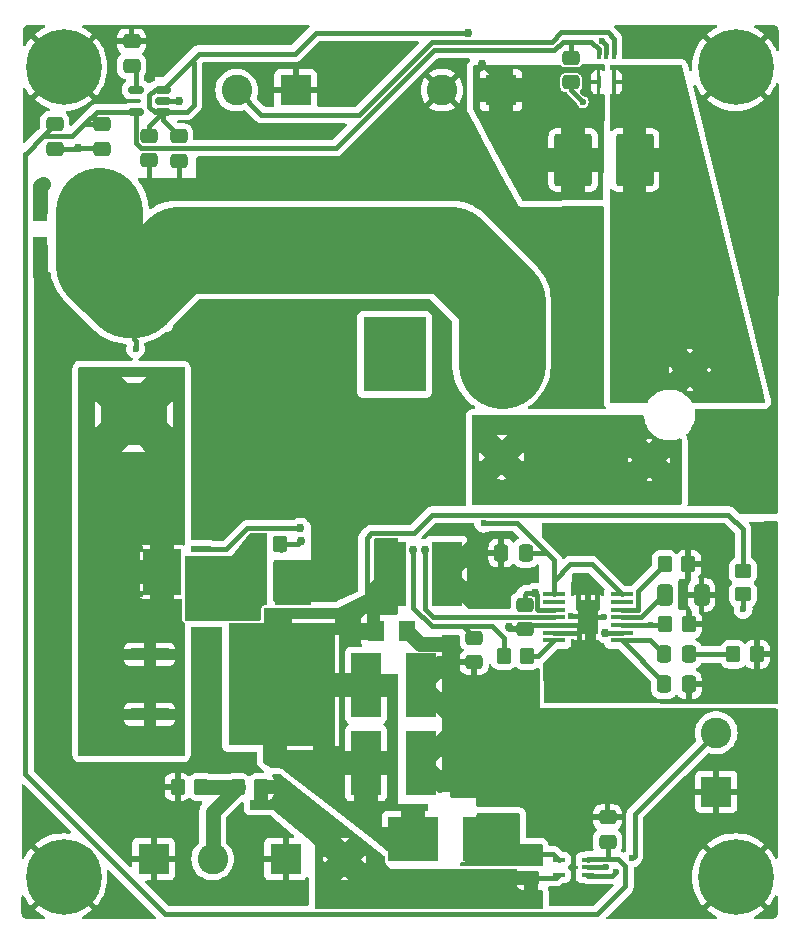
<source format=gbr>
%TF.GenerationSoftware,KiCad,Pcbnew,8.0.4*%
%TF.CreationDate,2025-06-08T20:42:27-04:00*%
%TF.ProjectId,12V-48V_Boost_Board,3132562d-3438-4565-9f42-6f6f73745f42,rev?*%
%TF.SameCoordinates,Original*%
%TF.FileFunction,Copper,L1,Top*%
%TF.FilePolarity,Positive*%
%FSLAX46Y46*%
G04 Gerber Fmt 4.6, Leading zero omitted, Abs format (unit mm)*
G04 Created by KiCad (PCBNEW 8.0.4) date 2025-06-08 20:42:27*
%MOMM*%
%LPD*%
G01*
G04 APERTURE LIST*
G04 Aperture macros list*
%AMRoundRect*
0 Rectangle with rounded corners*
0 $1 Rounding radius*
0 $2 $3 $4 $5 $6 $7 $8 $9 X,Y pos of 4 corners*
0 Add a 4 corners polygon primitive as box body*
4,1,4,$2,$3,$4,$5,$6,$7,$8,$9,$2,$3,0*
0 Add four circle primitives for the rounded corners*
1,1,$1+$1,$2,$3*
1,1,$1+$1,$4,$5*
1,1,$1+$1,$6,$7*
1,1,$1+$1,$8,$9*
0 Add four rect primitives between the rounded corners*
20,1,$1+$1,$2,$3,$4,$5,0*
20,1,$1+$1,$4,$5,$6,$7,0*
20,1,$1+$1,$6,$7,$8,$9,0*
20,1,$1+$1,$8,$9,$2,$3,0*%
G04 Aperture macros list end*
%TA.AperFunction,SMDPad,CuDef*%
%ADD10R,3.302000X0.990600*%
%TD*%
%TA.AperFunction,SMDPad,CuDef*%
%ADD11R,9.017000X10.388600*%
%TD*%
%TA.AperFunction,SMDPad,CuDef*%
%ADD12R,3.243586X3.911596*%
%TD*%
%TA.AperFunction,SMDPad,CuDef*%
%ADD13R,1.727200X0.508000*%
%TD*%
%TA.AperFunction,SMDPad,CuDef*%
%ADD14RoundRect,0.250000X0.475000X-0.337500X0.475000X0.337500X-0.475000X0.337500X-0.475000X-0.337500X0*%
%TD*%
%TA.AperFunction,SMDPad,CuDef*%
%ADD15RoundRect,0.250000X-0.475000X0.337500X-0.475000X-0.337500X0.475000X-0.337500X0.475000X0.337500X0*%
%TD*%
%TA.AperFunction,SMDPad,CuDef*%
%ADD16RoundRect,0.250000X0.350000X0.450000X-0.350000X0.450000X-0.350000X-0.450000X0.350000X-0.450000X0*%
%TD*%
%TA.AperFunction,SMDPad,CuDef*%
%ADD17R,3.050000X3.680000*%
%TD*%
%TA.AperFunction,ComponentPad*%
%ADD18C,2.600000*%
%TD*%
%TA.AperFunction,ComponentPad*%
%ADD19R,2.600000X2.600000*%
%TD*%
%TA.AperFunction,SMDPad,CuDef*%
%ADD20RoundRect,0.250000X-1.350000X-1.975000X1.350000X-1.975000X1.350000X1.975000X-1.350000X1.975000X0*%
%TD*%
%TA.AperFunction,SMDPad,CuDef*%
%ADD21R,5.590000X5.330000*%
%TD*%
%TA.AperFunction,SMDPad,CuDef*%
%ADD22R,5.280000X6.350000*%
%TD*%
%TA.AperFunction,SMDPad,CuDef*%
%ADD23RoundRect,0.250000X-0.350000X-0.450000X0.350000X-0.450000X0.350000X0.450000X-0.350000X0.450000X0*%
%TD*%
%TA.AperFunction,SMDPad,CuDef*%
%ADD24R,1.210000X1.820000*%
%TD*%
%TA.AperFunction,ComponentPad*%
%ADD25C,6.400000*%
%TD*%
%TA.AperFunction,SMDPad,CuDef*%
%ADD26R,2.530000X5.510000*%
%TD*%
%TA.AperFunction,SMDPad,CuDef*%
%ADD27RoundRect,0.250000X-0.337500X-0.475000X0.337500X-0.475000X0.337500X0.475000X-0.337500X0.475000X0*%
%TD*%
%TA.AperFunction,SMDPad,CuDef*%
%ADD28R,1.819999X2.859999*%
%TD*%
%TA.AperFunction,SMDPad,CuDef*%
%ADD29R,1.955432X0.420766*%
%TD*%
%TA.AperFunction,SMDPad,CuDef*%
%ADD30R,1.440000X1.820000*%
%TD*%
%TA.AperFunction,SMDPad,CuDef*%
%ADD31RoundRect,0.250000X0.337500X0.475000X-0.337500X0.475000X-0.337500X-0.475000X0.337500X-0.475000X0*%
%TD*%
%TA.AperFunction,SMDPad,CuDef*%
%ADD32RoundRect,0.250000X-0.412500X-0.650000X0.412500X-0.650000X0.412500X0.650000X-0.412500X0.650000X0*%
%TD*%
%TA.AperFunction,SMDPad,CuDef*%
%ADD33RoundRect,0.250000X-0.450000X0.350000X-0.450000X-0.350000X0.450000X-0.350000X0.450000X0.350000X0*%
%TD*%
%TA.AperFunction,ComponentPad*%
%ADD34C,2.800000*%
%TD*%
%TA.AperFunction,ComponentPad*%
%ADD35O,2.800000X2.800000*%
%TD*%
%TA.AperFunction,ComponentPad*%
%ADD36C,2.500000*%
%TD*%
%TA.AperFunction,SMDPad,CuDef*%
%ADD37R,0.304800X1.054100*%
%TD*%
%TA.AperFunction,SMDPad,CuDef*%
%ADD38R,4.241800X3.810000*%
%TD*%
%TA.AperFunction,SMDPad,CuDef*%
%ADD39RoundRect,0.150000X0.512500X0.150000X-0.512500X0.150000X-0.512500X-0.150000X0.512500X-0.150000X0*%
%TD*%
%TA.AperFunction,SMDPad,CuDef*%
%ADD40R,1.054100X0.304800*%
%TD*%
%TA.AperFunction,ViaPad*%
%ADD41C,0.600000*%
%TD*%
%TA.AperFunction,ViaPad*%
%ADD42C,0.762000*%
%TD*%
%TA.AperFunction,Conductor*%
%ADD43C,0.406400*%
%TD*%
%TA.AperFunction,Conductor*%
%ADD44C,1.270000*%
%TD*%
%TA.AperFunction,Conductor*%
%ADD45C,7.366000*%
%TD*%
G04 APERTURE END LIST*
D10*
%TO.P,D1,1,A*%
%TO.N,Net-(D1-A)*%
X118036202Y-121864200D03*
X118036202Y-126944200D03*
D11*
%TO.P,D1,3,K*%
%TO.N,/Boost_Board_Chip/48V_OUTPUT*%
X129199502Y-124404200D03*
%TD*%
D12*
%TO.P,Q1,3,D*%
%TO.N,Net-(D1-A)*%
X119099209Y-114879198D03*
D13*
X116613802Y-112974200D03*
X116613802Y-114244200D03*
X116613802Y-115514200D03*
X116613802Y-116784200D03*
%TO.P,Q1,2,G*%
%TO.N,Net-(Q1-G)*%
X122405002Y-112974200D03*
%TO.P,Q1,1,S*%
%TO.N,Net-(Q1-S)*%
X122405002Y-114244200D03*
X122405002Y-115514200D03*
X122405002Y-116784200D03*
%TD*%
D14*
%TO.P,C21,1*%
%TO.N,Net-(U4-BP)*%
X116500000Y-72037500D03*
%TO.P,C21,2*%
%TO.N,GND*%
X116500000Y-69962500D03*
%TD*%
D15*
%TO.P,C20,1*%
%TO.N,+5V*%
X110000000Y-76962500D03*
%TO.P,C20,2*%
%TO.N,GND*%
X110000000Y-79037500D03*
%TD*%
%TO.P,C17,1*%
%TO.N,+5V*%
X114000000Y-76962500D03*
%TO.P,C17,2*%
%TO.N,GND*%
X114000000Y-79037500D03*
%TD*%
%TO.P,C16,2*%
%TO.N,GND*%
X118000000Y-80037500D03*
%TO.P,C16,1*%
%TO.N,+12V*%
X118000000Y-77962500D03*
%TD*%
D16*
%TO.P,R6,1*%
%TO.N,Net-(U1-CS)*%
X150000000Y-122000000D03*
%TO.P,R6,2*%
%TO.N,Net-(C8-Pad1)*%
X148000000Y-122000000D03*
%TD*%
D17*
%TO.P,R9,2*%
%TO.N,GND*%
X130176000Y-115900000D03*
%TO.P,R9,1*%
%TO.N,Net-(Q1-S)*%
X125856000Y-115900000D03*
%TD*%
D18*
%TO.P,J4,2,Pin_2*%
%TO.N,Net-(J4-Pin_2)*%
X134540000Y-139192000D03*
D19*
%TO.P,J4,1,Pin_1*%
%TO.N,GND*%
X129540000Y-139192000D03*
%TD*%
D15*
%TO.P,C8,1*%
%TO.N,Net-(C8-Pad1)*%
X145500000Y-120462500D03*
%TO.P,C8,2*%
%TO.N,GND*%
X145500000Y-122537500D03*
%TD*%
D20*
%TO.P,R1,1*%
%TO.N,+12V*%
X153900000Y-80000000D03*
%TO.P,R1,2*%
%TO.N,/IN-*%
X159100000Y-80000000D03*
%TD*%
D21*
%TO.P,L1,1,1*%
%TO.N,/Boost_Board_Chip/12V_INPUT*%
X116690002Y-91394200D03*
%TO.P,L1,2,2*%
%TO.N,Net-(D1-A)*%
X116690002Y-101544200D03*
D22*
%TO.P,L1,3*%
%TO.N,N/C*%
X138765002Y-96469200D03*
%TD*%
D23*
%TO.P,R7,1*%
%TO.N,Net-(C7-Pad2)*%
X167452502Y-121864200D03*
%TO.P,R7,2*%
%TO.N,GND*%
X169452502Y-121864200D03*
%TD*%
D24*
%TO.P,C1,1*%
%TO.N,/Boost_Board_Chip/12V_INPUT*%
X111686000Y-84328000D03*
%TO.P,C1,2*%
%TO.N,GND*%
X108786000Y-84328000D03*
%TD*%
D23*
%TO.P,R4,1*%
%TO.N,GND*%
X120396000Y-133096000D03*
%TO.P,R4,2*%
%TO.N,Net-(J5-Pin_2)*%
X122396000Y-133096000D03*
%TD*%
%TO.P,R3,1*%
%TO.N,Net-(J5-Pin_2)*%
X125476000Y-133096000D03*
%TO.P,R3,2*%
%TO.N,Net-(J4-Pin_2)*%
X127476000Y-133096000D03*
%TD*%
D19*
%TO.P,J3,1,Pin_1*%
%TO.N,GND*%
X166000000Y-133500000D03*
D18*
%TO.P,J3,2,Pin_2*%
%TO.N,Net-(J3-Pin_2)*%
X166000000Y-128500000D03*
%TD*%
D25*
%TO.P,H4,1,1*%
%TO.N,GND*%
X110744000Y-72136000D03*
%TD*%
D26*
%TO.P,C9,1*%
%TO.N,/Boost_Board_Chip/48V_OUTPUT*%
X136348000Y-131064000D03*
%TO.P,C9,2*%
%TO.N,GND*%
X141020000Y-131064000D03*
%TD*%
%TO.P,C11,1*%
%TO.N,/Boost_Board_Chip/48V_OUTPUT*%
X138507000Y-115062000D03*
%TO.P,C11,2*%
%TO.N,GND*%
X143179000Y-115062000D03*
%TD*%
%TO.P,C10,1*%
%TO.N,/Boost_Board_Chip/48V_OUTPUT*%
X136348000Y-124460000D03*
%TO.P,C10,2*%
%TO.N,GND*%
X141020000Y-124460000D03*
%TD*%
D15*
%TO.P,C5,1*%
%TO.N,/Boost_Board_Chip/DITHOFF*%
X149821970Y-117673200D03*
%TO.P,C5,2*%
%TO.N,GND*%
X149821970Y-119748200D03*
%TD*%
D23*
%TO.P,R11,1*%
%TO.N,Net-(U1-FB)*%
X161680002Y-119324200D03*
%TO.P,R11,2*%
%TO.N,GND*%
X163680002Y-119324200D03*
%TD*%
D27*
%TO.P,C6,1*%
%TO.N,Net-(U1-COMP)*%
X161605002Y-124404200D03*
%TO.P,C6,2*%
%TO.N,GND*%
X163680002Y-124404200D03*
%TD*%
D19*
%TO.P,J6,1,Pin_1*%
%TO.N,GND*%
X130400000Y-74100000D03*
D18*
%TO.P,J6,2,Pin_2*%
%TO.N,Net-(J6-Pin_2)*%
X125400000Y-74100000D03*
%TD*%
D28*
%TO.P,U1,15,EP*%
%TO.N,GND*%
X155125386Y-118734201D03*
D29*
%TO.P,U1,14,EN/UVLO/
SYNC*%
%TO.N,/Boost_Board_Chip/12V_INPUT*%
X158000770Y-116784200D03*
%TO.P,U1,13,PGOOD*%
%TO.N,unconnected-(U1-PGOOD-Pad13)*%
X158000770Y-117434201D03*
%TO.P,U1,12,RT*%
%TO.N,Net-(U1-RT)*%
X158000770Y-118084200D03*
%TO.P,U1,11,SS*%
%TO.N,Net-(U1-SS)*%
X158000770Y-118734201D03*
%TO.P,U1,10,FB*%
%TO.N,Net-(U1-FB)*%
X158000770Y-119384202D03*
%TO.P,U1,9,DITHOFF*%
%TO.N,/Boost_Board_Chip/DITHOFF*%
X158000770Y-120034201D03*
%TO.P,U1,8,COMP*%
%TO.N,Net-(U1-COMP)*%
X158000770Y-120684202D03*
%TO.P,U1,7,CS*%
%TO.N,Net-(U1-CS)*%
X152250002Y-120684202D03*
%TO.P,U1,6,AGND*%
%TO.N,GND*%
X152250002Y-120034201D03*
%TO.P,U1,5,PGND*%
X152250002Y-119384202D03*
%TO.P,U1,4,GATE*%
%TO.N,Net-(Q1-G)*%
X152250002Y-118734201D03*
%TO.P,U1,3,VCC*%
%TO.N,/Boost_Board_Chip/DITHOFF*%
X152250002Y-118084200D03*
%TO.P,U1,2,NC*%
%TO.N,unconnected-(U1-NC-Pad2)*%
X152250002Y-117434201D03*
%TO.P,U1,1,BIAS*%
%TO.N,/Boost_Board_Chip/12V_INPUT*%
X152250002Y-116784200D03*
%TD*%
D24*
%TO.P,C2,1*%
%TO.N,/Boost_Board_Chip/12V_INPUT*%
X111686000Y-87376000D03*
%TO.P,C2,2*%
%TO.N,GND*%
X108786000Y-87376000D03*
%TD*%
D30*
%TO.P,C12,1*%
%TO.N,/Boost_Board_Chip/48V_OUTPUT*%
X137164000Y-119888000D03*
%TO.P,C12,2*%
%TO.N,GND*%
X139836000Y-119888000D03*
%TD*%
D27*
%TO.P,C7,1*%
%TO.N,Net-(U1-COMP)*%
X161605002Y-121864200D03*
%TO.P,C7,2*%
%TO.N,Net-(C7-Pad2)*%
X163680002Y-121864200D03*
%TD*%
D31*
%TO.P,C3,1*%
%TO.N,/Boost_Board_Chip/12V_INPUT*%
X149881500Y-113284000D03*
%TO.P,C3,2*%
%TO.N,GND*%
X147806500Y-113284000D03*
%TD*%
D32*
%TO.P,C4,1*%
%TO.N,Net-(U1-SS)*%
X161632500Y-116840000D03*
%TO.P,C4,2*%
%TO.N,GND*%
X164757500Y-116840000D03*
%TD*%
D33*
%TO.P,R2,2*%
%TO.N,Net-(J4-Pin_2)*%
X150300000Y-140800000D03*
%TO.P,R2,1*%
%TO.N,Net-(U2-IN+)*%
X150300000Y-138800000D03*
%TD*%
D34*
%TO.P,TH1,1*%
%TO.N,Net-(F1-Pad2)*%
X147828000Y-105156000D03*
D35*
%TO.P,TH1,2*%
%TO.N,/Boost_Board_Chip/12V_INPUT*%
X147828000Y-97356000D03*
%TD*%
D23*
%TO.P,R5,1*%
%TO.N,Net-(U1-RT)*%
X161642502Y-114244200D03*
%TO.P,R5,2*%
%TO.N,GND*%
X163642502Y-114244200D03*
%TD*%
D33*
%TO.P,R10,1*%
%TO.N,/Boost_Board_Chip/48V_OUTPUT*%
X168275000Y-114784200D03*
%TO.P,R10,2*%
%TO.N,Net-(U1-FB)*%
X168275000Y-116784200D03*
%TD*%
D25*
%TO.P,H1,1,1*%
%TO.N,GND*%
X167640000Y-72136000D03*
%TD*%
D36*
%TO.P,F1,1*%
%TO.N,/IN-*%
X163779000Y-97790000D03*
%TO.P,F1,2*%
%TO.N,Net-(F1-Pad2)*%
X160325000Y-105410000D03*
%TD*%
D25*
%TO.P,H3,1,1*%
%TO.N,GND*%
X110744000Y-140716000D03*
%TD*%
%TO.P,H2,1,1*%
%TO.N,GND*%
X167640000Y-140716000D03*
%TD*%
D16*
%TO.P,R8,1*%
%TO.N,Net-(C8-Pad1)*%
X129100000Y-112500000D03*
%TO.P,R8,2*%
%TO.N,Net-(Q1-S)*%
X127100000Y-112500000D03*
%TD*%
D14*
%TO.P,C14,1*%
%TO.N,GND*%
X153700000Y-73437500D03*
%TO.P,C14,2*%
%TO.N,+5V*%
X153700000Y-71362500D03*
%TD*%
D37*
%TO.P,U3,5,IN-*%
%TO.N,/IN-*%
X157349999Y-73425550D03*
%TO.P,U3,4,IN+*%
%TO.N,+12V*%
X156050001Y-73425550D03*
%TO.P,U3,3,VS*%
%TO.N,+5V*%
X156050001Y-70974450D03*
%TO.P,U3,2,GND*%
%TO.N,GND*%
X156700000Y-70974450D03*
%TO.P,U3,1,VO*%
%TO.N,Net-(J6-Pin_2)*%
X157349999Y-70974450D03*
%TD*%
D15*
%TO.P,C13,1*%
%TO.N,GND*%
X156800000Y-135662500D03*
%TO.P,C13,2*%
%TO.N,+5V*%
X156800000Y-137737500D03*
%TD*%
%TO.P,C15,2*%
%TO.N,GND*%
X120500000Y-80075000D03*
%TO.P,C15,1*%
%TO.N,+12V*%
X120500000Y-78000000D03*
%TD*%
D38*
%TO.P,F2,2*%
%TO.N,/Boost_Board_Chip/48V_OUTPUT*%
X140312300Y-137500000D03*
%TO.P,F2,1*%
%TO.N,Net-(U2-IN+)*%
X146687700Y-137500000D03*
%TD*%
D19*
%TO.P,J1,1,Pin_1*%
%TO.N,+12V*%
X147788000Y-74100000D03*
D18*
%TO.P,J1,2,Pin_2*%
%TO.N,GND*%
X142788000Y-74100000D03*
%TD*%
D39*
%TO.P,U4,5,VOUT*%
%TO.N,+5V*%
X116862500Y-75950000D03*
%TO.P,U4,4,BP*%
%TO.N,Net-(U4-BP)*%
X116862500Y-74050000D03*
%TO.P,U4,3,ON/~{OFF}*%
%TO.N,+12V*%
X119137500Y-74050000D03*
%TO.P,U4,2,GND*%
%TO.N,GND*%
X119137500Y-75000000D03*
%TO.P,U4,1,VIN*%
%TO.N,+12V*%
X119137500Y-75950000D03*
%TD*%
D19*
%TO.P,J5,1,Pin_1*%
%TO.N,GND*%
X118364000Y-139192000D03*
D18*
%TO.P,J5,2,Pin_2*%
%TO.N,Net-(J5-Pin_2)*%
X123364000Y-139192000D03*
%TD*%
D40*
%TO.P,U2,1,VO*%
%TO.N,Net-(J3-Pin_2)*%
X155125550Y-140549999D03*
%TO.P,U2,2,GND*%
%TO.N,GND*%
X155125550Y-139900000D03*
%TO.P,U2,3,VS*%
%TO.N,+5V*%
X155125550Y-139250001D03*
%TO.P,U2,4,IN+*%
%TO.N,Net-(U2-IN+)*%
X152674450Y-139250001D03*
%TO.P,U2,5,IN-*%
%TO.N,Net-(J4-Pin_2)*%
X152674450Y-140549999D03*
%TD*%
D41*
%TO.N,GND*%
X142900000Y-81200000D03*
X124700000Y-81200000D03*
X129200000Y-77600000D03*
X138400000Y-70900000D03*
D42*
X170000000Y-127500000D03*
X148500000Y-132600000D03*
D41*
X156305400Y-69906400D03*
X154700000Y-75100000D03*
X156800000Y-134000000D03*
X163300000Y-133500000D03*
%TO.N,Net-(J3-Pin_2)*%
X158900000Y-139100000D03*
X157500000Y-140300000D03*
%TO.N,GND*%
X156700000Y-139900000D03*
D42*
X146000000Y-132500000D03*
X143500000Y-132500000D03*
X148500000Y-130000000D03*
X146000000Y-130000000D03*
X143500000Y-130000000D03*
X148500000Y-127500000D03*
X146000000Y-127500000D03*
X143500000Y-127500000D03*
X148500000Y-125000000D03*
X146000000Y-125000000D03*
X143500000Y-125000000D03*
%TO.N,Net-(Q1-G)*%
X141329798Y-113000000D03*
%TO.N,/Boost_Board_Chip/DITHOFF*%
X150688084Y-116700000D03*
X156619587Y-120017082D03*
%TO.N,Net-(C8-Pad1)*%
X130816149Y-112287400D03*
%TO.N,GND*%
X120000000Y-82500000D03*
X118700000Y-82900000D03*
X148500000Y-119521601D03*
X120500000Y-75000000D03*
X112000000Y-79000000D03*
X114700000Y-70000000D03*
%TO.N,+12V*%
X146144000Y-71856000D03*
X145000000Y-69212600D03*
%TO.N,GND*%
X146000000Y-117000000D03*
X146000000Y-114500000D03*
X134500000Y-116000000D03*
X133000000Y-116000000D03*
X134500000Y-114500000D03*
X133000000Y-114500000D03*
X134500000Y-113000000D03*
X133000000Y-113000000D03*
X143500000Y-123000000D03*
%TO.N,Net-(C8-Pad1)*%
X140364595Y-113000000D03*
%TO.N,Net-(Q1-G)*%
X130794999Y-111194999D03*
%TO.N,GND*%
X143500000Y-121000000D03*
X123400000Y-130900000D03*
X123000000Y-129000000D03*
X123000000Y-125000000D03*
X123000000Y-121500000D03*
X146000000Y-112000000D03*
X134500000Y-94000000D03*
X138500000Y-110000000D03*
X138500000Y-106000000D03*
X130500000Y-94000000D03*
X126500000Y-94000000D03*
X122500000Y-94000000D03*
X134500000Y-110000000D03*
X130500000Y-110000000D03*
X126500000Y-110000000D03*
X122500000Y-110000000D03*
X134500000Y-106000000D03*
X130500000Y-106000000D03*
X126500000Y-106000000D03*
X122500000Y-106000000D03*
X134500000Y-102000000D03*
X130500000Y-102000000D03*
X126500000Y-102000000D03*
X122500000Y-102000000D03*
X130500000Y-98000000D03*
X126500000Y-98000000D03*
X122500000Y-98000000D03*
X154000000Y-99500000D03*
X154000000Y-88000000D03*
X169500000Y-85000000D03*
X168500000Y-77500000D03*
X153500000Y-112500000D03*
X170500000Y-113000000D03*
X114500000Y-133000000D03*
X110500000Y-126500000D03*
X110500000Y-118500000D03*
X110500000Y-110500000D03*
X110500000Y-102500000D03*
X110500000Y-94500000D03*
X109000000Y-82000000D03*
D41*
%TO.N,/Boost_Board_Chip/12V_INPUT*%
X116840000Y-96012000D03*
X146304000Y-110744000D03*
%TO.N,GND*%
X155895936Y-116205000D03*
X154362712Y-121428338D03*
X153730920Y-118638535D03*
X155575000Y-121428338D03*
X156519852Y-118734202D03*
X154305000Y-116205000D03*
%TO.N,Net-(U1-FB)*%
X160505002Y-119384202D03*
X168275000Y-118054200D03*
D42*
%TO.N,GND*%
X170000000Y-107500000D03*
X165000000Y-107500000D03*
X170000000Y-102500000D03*
X165000000Y-102500000D03*
X170000000Y-93000000D03*
X109000000Y-90000000D03*
%TD*%
D43*
%TO.N,Net-(J6-Pin_2)*%
X127500000Y-76200000D02*
X135737895Y-76200000D01*
X125400000Y-74100000D02*
X127500000Y-76200000D01*
%TO.N,GND*%
X156305400Y-69906400D02*
X156700000Y-70301000D01*
X156700000Y-70301000D02*
X156700000Y-70974450D01*
%TO.N,Net-(J6-Pin_2)*%
X141937895Y-70000000D02*
X152100000Y-70000000D01*
X157349999Y-69749999D02*
X157349999Y-70974450D01*
X135737895Y-76200000D02*
X141937895Y-70000000D01*
X152100000Y-70000000D02*
X152900000Y-69200000D01*
X152900000Y-69200000D02*
X156800000Y-69200000D01*
X156800000Y-69200000D02*
X157349999Y-69749999D01*
%TO.N,+5V*%
X152300000Y-70700000D02*
X153000000Y-70000000D01*
X153000000Y-70000000D02*
X153700000Y-70000000D01*
X142100000Y-70700000D02*
X152300000Y-70700000D01*
X133800000Y-79000000D02*
X142100000Y-70700000D01*
X117289782Y-79000000D02*
X133800000Y-79000000D01*
X116862500Y-78572718D02*
X117289782Y-79000000D01*
X116862500Y-75950000D02*
X116862500Y-78572718D01*
%TO.N,+12V*%
X146144000Y-71856000D02*
X147788000Y-73500000D01*
%TO.N,GND*%
X153700000Y-74100000D02*
X154700000Y-75100000D01*
X153700000Y-73437500D02*
X153700000Y-74100000D01*
%TO.N,+5V*%
X153700000Y-71362500D02*
X153700000Y-70000000D01*
X153700000Y-70000000D02*
X155400000Y-70000000D01*
X156050001Y-70650001D02*
X156050001Y-70974450D01*
X155400000Y-70000000D02*
X156050001Y-70650001D01*
%TO.N,Net-(J3-Pin_2)*%
X159100000Y-135400000D02*
X166000000Y-128500000D01*
X158900000Y-139100000D02*
X159100000Y-138900000D01*
X157193600Y-140606400D02*
X157500000Y-140300000D01*
X159100000Y-138900000D02*
X159100000Y-135400000D01*
X155181951Y-140606400D02*
X157193600Y-140606400D01*
X155125550Y-140549999D02*
X155181951Y-140606400D01*
%TO.N,+5V*%
X156800000Y-139000999D02*
X156992601Y-139193600D01*
X156800000Y-137737500D02*
X156800000Y-139000999D01*
X119350000Y-143850000D02*
X107500000Y-132000000D01*
%TO.N,GND*%
X155125550Y-139900000D02*
X156700000Y-139900000D01*
%TO.N,Net-(J4-Pin_2)*%
X150300000Y-140800000D02*
X152424449Y-140800000D01*
X152424449Y-140800000D02*
X152674450Y-140549999D01*
%TO.N,Net-(U2-IN+)*%
X152224449Y-138800000D02*
X152674450Y-139250001D01*
X150300000Y-138800000D02*
X152224449Y-138800000D01*
%TO.N,GND*%
X118000000Y-82200000D02*
X118000000Y-80037500D01*
X118700000Y-82900000D02*
X118000000Y-82200000D01*
%TO.N,/Boost_Board_Chip/DITHOFF*%
X156636706Y-120034201D02*
X158000770Y-120034201D01*
X156619587Y-120017082D02*
X156636706Y-120034201D01*
%TO.N,Net-(Q1-G)*%
X142018401Y-118734201D02*
X152250002Y-118734201D01*
X141329798Y-113000000D02*
X141329798Y-118045598D01*
X141329798Y-118045598D02*
X142018401Y-118734201D01*
%TO.N,+5V*%
X109000000Y-78000000D02*
X110000000Y-77000000D01*
X110000000Y-77000000D02*
X110000000Y-76962500D01*
%TO.N,/Boost_Board_Chip/DITHOFF*%
X149821970Y-116821970D02*
X149821970Y-117673200D01*
X149800000Y-116800000D02*
X149821970Y-116821970D01*
X150800000Y-117985098D02*
X150800000Y-116811916D01*
X150899102Y-118084200D02*
X150800000Y-117985098D01*
X150800000Y-116811916D02*
X150688084Y-116700000D01*
X152250002Y-118084200D02*
X150899102Y-118084200D01*
X149900000Y-116700000D02*
X149800000Y-116800000D01*
X150688084Y-116700000D02*
X149900000Y-116700000D01*
%TO.N,/Boost_Board_Chip/48V_OUTPUT*%
X136400000Y-117203702D02*
X129199502Y-124404200D01*
X136400000Y-112000000D02*
X136400000Y-117203702D01*
X141962400Y-110037600D02*
X140400000Y-111600000D01*
X136800000Y-111600000D02*
X136400000Y-112000000D01*
X167037600Y-110037600D02*
X141962400Y-110037600D01*
X140400000Y-111600000D02*
X136800000Y-111600000D01*
X168275000Y-111275000D02*
X167037600Y-110037600D01*
X168275000Y-114784200D02*
X168275000Y-111275000D01*
%TO.N,Net-(C8-Pad1)*%
X130603549Y-112500000D02*
X130816149Y-112287400D01*
X129100000Y-112500000D02*
X130603549Y-112500000D01*
%TO.N,Net-(Q1-G)*%
X126300000Y-111200000D02*
X124525800Y-112974200D01*
X124525800Y-112974200D02*
X122405002Y-112974200D01*
X130794999Y-111194999D02*
X130789998Y-111200000D01*
X130789998Y-111200000D02*
X126300000Y-111200000D01*
D44*
%TO.N,GND*%
X139836000Y-119888000D02*
X140948000Y-121000000D01*
X140948000Y-121000000D02*
X143500000Y-121000000D01*
D43*
X120500000Y-82000000D02*
X120000000Y-82500000D01*
X120500000Y-80075000D02*
X120500000Y-82000000D01*
X113962500Y-79000000D02*
X114000000Y-79037500D01*
X112000000Y-79000000D02*
X113962500Y-79000000D01*
X111962500Y-79037500D02*
X112000000Y-79000000D01*
X110000000Y-79037500D02*
X111962500Y-79037500D01*
D44*
X108786000Y-82214000D02*
X109000000Y-82000000D01*
X108786000Y-84328000D02*
X108786000Y-82214000D01*
X108786000Y-89786000D02*
X109000000Y-90000000D01*
X108786000Y-87376000D02*
X108786000Y-89786000D01*
D43*
X120500000Y-75000000D02*
X119137500Y-75000000D01*
%TO.N,+12V*%
X118450000Y-75950000D02*
X119137500Y-75950000D01*
X118000000Y-74525001D02*
X118000000Y-75500000D01*
X118000000Y-75500000D02*
X118450000Y-75950000D01*
X118475001Y-74050000D02*
X118000000Y-74525001D01*
X119137500Y-74050000D02*
X118475001Y-74050000D01*
X121163552Y-75950000D02*
X119137500Y-75950000D01*
X121787400Y-75326152D02*
X121163552Y-75950000D01*
X121787400Y-71787400D02*
X121787400Y-75326152D01*
X121593750Y-71593750D02*
X121787400Y-71787400D01*
X121593750Y-71593750D02*
X122187500Y-71000000D01*
X119137500Y-74050000D02*
X121593750Y-71593750D01*
%TO.N,+5V*%
X113550000Y-75950000D02*
X112500000Y-77000000D01*
X116862500Y-75950000D02*
X113550000Y-75950000D01*
X112500000Y-77000000D02*
X112537500Y-76962500D01*
X111500000Y-78000000D02*
X112500000Y-77000000D01*
X112537500Y-76962500D02*
X114000000Y-76962500D01*
X109000000Y-78000000D02*
X111500000Y-78000000D01*
X107537500Y-79462500D02*
X109000000Y-78000000D01*
X107500000Y-79462500D02*
X107537500Y-79462500D01*
%TO.N,GND*%
X148726599Y-119748200D02*
X148500000Y-119521601D01*
X149821970Y-119748200D02*
X148726599Y-119748200D01*
%TO.N,Net-(C8-Pad1)*%
X148000000Y-120500000D02*
X148000000Y-122000000D01*
X147000000Y-119500000D02*
X148000000Y-120500000D01*
X144537500Y-119500000D02*
X147000000Y-119500000D01*
%TO.N,Net-(U4-BP)*%
X116862500Y-72400000D02*
X116500000Y-72037500D01*
X116862500Y-74050000D02*
X116862500Y-72400000D01*
%TO.N,+12V*%
X122187500Y-71000000D02*
X130324749Y-71000000D01*
X130324749Y-71000000D02*
X132112149Y-69212600D01*
X132112149Y-69212600D02*
X145000000Y-69212600D01*
X119137500Y-75950000D02*
X119137500Y-76637500D01*
X119137500Y-76637500D02*
X120500000Y-78000000D01*
X118000000Y-77087500D02*
X119137500Y-75950000D01*
X118000000Y-77962500D02*
X118000000Y-77087500D01*
%TO.N,+5V*%
X107500000Y-79462500D02*
X107500000Y-132000000D01*
%TO.N,Net-(C8-Pad1)*%
X141922095Y-119500000D02*
X140364595Y-117942500D01*
X140364595Y-117942500D02*
X140364595Y-113000000D01*
X144537500Y-119500000D02*
X141922095Y-119500000D01*
X145500000Y-120462500D02*
X144537500Y-119500000D01*
%TO.N,Net-(U1-CS)*%
X150934204Y-122000000D02*
X152250002Y-120684202D01*
X150000000Y-122000000D02*
X150934204Y-122000000D01*
%TO.N,Net-(Q1-G)*%
X152228401Y-118712600D02*
X152250002Y-118734201D01*
%TO.N,/Boost_Board_Chip/48V_OUTPUT*%
X138507000Y-113493000D02*
X138507000Y-115062000D01*
%TO.N,Net-(C8-Pad1)*%
X129120002Y-112974200D02*
X129313200Y-112974200D01*
X129145802Y-113000000D02*
X129120002Y-112974200D01*
%TO.N,GND*%
X145558000Y-122479116D02*
X145587616Y-122449500D01*
%TO.N,/Boost_Board_Chip/12V_INPUT*%
X153658304Y-114244200D02*
X152250002Y-115652502D01*
X116840000Y-95295996D02*
X116690002Y-95145998D01*
D45*
X143513202Y-87630000D02*
X120454202Y-87630000D01*
X120454202Y-87630000D02*
X116690002Y-91394200D01*
D43*
X152250002Y-116784200D02*
X152250002Y-116332000D01*
X158000770Y-116784200D02*
X155460770Y-114244200D01*
X116840000Y-96012000D02*
X116840000Y-95295996D01*
X116690002Y-95145998D02*
X116690002Y-91394200D01*
X149098000Y-110744000D02*
X146304000Y-110744000D01*
X155460770Y-114244200D02*
X153658304Y-114244200D01*
D45*
X116212200Y-91394200D02*
X113785200Y-88967200D01*
D43*
X149881500Y-111527500D02*
X149098000Y-110744000D01*
X152250002Y-116332000D02*
X152250002Y-115652502D01*
D45*
X113785200Y-88967200D02*
X113785200Y-84328000D01*
X147828000Y-97356000D02*
X147828000Y-91944798D01*
D43*
X152250002Y-113896002D02*
X152250002Y-115652502D01*
D45*
X116690002Y-91394200D02*
X116212200Y-91394200D01*
D43*
X151638000Y-113284000D02*
X152250002Y-113896002D01*
X149881500Y-113284000D02*
X151638000Y-113284000D01*
X149881500Y-113284000D02*
X149554218Y-113284000D01*
X149881500Y-111527500D02*
X152250002Y-113896002D01*
D45*
X147828000Y-91944798D02*
X143513202Y-87630000D01*
D43*
%TO.N,GND*%
X152250002Y-119384202D02*
X154475385Y-119384202D01*
X154362712Y-119496875D02*
X155125386Y-118734201D01*
X154362712Y-120142000D02*
X154362712Y-119496875D01*
X154254913Y-120034201D02*
X154362712Y-120142000D01*
X155125387Y-118734202D02*
X155125386Y-118734201D01*
X155575000Y-121428338D02*
X155575000Y-119183815D01*
X156519852Y-118734202D02*
X155125387Y-118734202D01*
X154305000Y-117913815D02*
X155125386Y-118734201D01*
X155895936Y-117963651D02*
X155125386Y-118734201D01*
X155895936Y-116205000D02*
X155895936Y-117963651D01*
X154362712Y-121428338D02*
X154362712Y-120142000D01*
X155029720Y-118638535D02*
X155125386Y-118734201D01*
X154305000Y-116205000D02*
X154305000Y-117913815D01*
X155895936Y-116205000D02*
X154305000Y-116205000D01*
X155575000Y-121428338D02*
X154362712Y-121428338D01*
X153730920Y-118638535D02*
X155029720Y-118638535D01*
X152250002Y-120034201D02*
X154254913Y-120034201D01*
X152250002Y-119384202D02*
X150185968Y-119384202D01*
X155575000Y-119183815D02*
X155125386Y-118734201D01*
%TO.N,Net-(U1-SS)*%
X159655001Y-118734201D02*
X161605002Y-116784200D01*
X158000770Y-118734201D02*
X159655001Y-118734201D01*
%TO.N,Net-(U1-COMP)*%
X158000770Y-120684202D02*
X161605002Y-124288434D01*
X158000770Y-120684202D02*
X160425004Y-120684202D01*
X160425004Y-120684202D02*
X161605002Y-121864200D01*
%TO.N,Net-(C7-Pad2)*%
X163680002Y-121864200D02*
X167452502Y-121864200D01*
D44*
%TO.N,/Boost_Board_Chip/48V_OUTPUT*%
X136292200Y-124404200D02*
X136348000Y-124460000D01*
X132623302Y-127828000D02*
X129199502Y-124404200D01*
X129199502Y-124404200D02*
X129688200Y-124404200D01*
X138507000Y-115062000D02*
X138507000Y-115096702D01*
%TO.N,Net-(J5-Pin_2)*%
X125476000Y-133096000D02*
X122396000Y-133096000D01*
X123364000Y-135208000D02*
X125476000Y-133096000D01*
X123364000Y-139192000D02*
X123364000Y-135208000D01*
D43*
%TO.N,Net-(U1-RT)*%
X159384886Y-118050984D02*
X159384886Y-116501816D01*
X159384886Y-116501816D02*
X161642502Y-114244200D01*
X159351670Y-118084200D02*
X159384886Y-118050984D01*
X158000770Y-118084200D02*
X159351670Y-118084200D01*
%TO.N,Net-(U1-FB)*%
X160505002Y-119384202D02*
X158000770Y-119384202D01*
X168275000Y-118054200D02*
X168275000Y-116784200D01*
X161620000Y-119384202D02*
X160505002Y-119384202D01*
D44*
%TO.N,Net-(J4-Pin_2)*%
X134540000Y-139192000D02*
X134540000Y-138858000D01*
D43*
%TO.N,+5V*%
X156992601Y-139193600D02*
X155181951Y-139193600D01*
X156999001Y-139200000D02*
X156992601Y-139193600D01*
X155181951Y-139193600D02*
X155125550Y-139250001D01*
X157700000Y-139200000D02*
X156999001Y-139200000D01*
X155950000Y-143850000D02*
X158300000Y-141500000D01*
X158300000Y-139800000D02*
X157700000Y-139200000D01*
X119350000Y-143850000D02*
X155950000Y-143850000D01*
X158300000Y-141500000D02*
X158300000Y-139800000D01*
%TD*%
%TA.AperFunction,Conductor*%
%TO.N,Net-(F1-Pad2)*%
G36*
X159839539Y-101619685D02*
G01*
X159885294Y-101672489D01*
X159896500Y-101724000D01*
X159896500Y-101741272D01*
X159896501Y-101741289D01*
X159933380Y-102021415D01*
X160006514Y-102294353D01*
X160114641Y-102555395D01*
X160114646Y-102555406D01*
X160255917Y-102800093D01*
X160255928Y-102800109D01*
X160427930Y-103024267D01*
X160427936Y-103024274D01*
X160627725Y-103224063D01*
X160627732Y-103224069D01*
X160734894Y-103306297D01*
X160851899Y-103396078D01*
X160851906Y-103396082D01*
X161096593Y-103537353D01*
X161096598Y-103537355D01*
X161096601Y-103537357D01*
X161357651Y-103645487D01*
X161630581Y-103718619D01*
X161910721Y-103755500D01*
X161910728Y-103755500D01*
X162193272Y-103755500D01*
X162193279Y-103755500D01*
X162473419Y-103718619D01*
X162746349Y-103645487D01*
X162896547Y-103583272D01*
X162966016Y-103575804D01*
X163028496Y-103607079D01*
X163064148Y-103667168D01*
X163068000Y-103697834D01*
X163068000Y-109096000D01*
X163048315Y-109163039D01*
X162995511Y-109208794D01*
X162944000Y-109220000D01*
X145412000Y-109220000D01*
X145344961Y-109200315D01*
X145299206Y-109147511D01*
X145288000Y-109096000D01*
X145288000Y-107133195D01*
X160016017Y-107133195D01*
X160193848Y-107159999D01*
X160193857Y-107160000D01*
X160456143Y-107160000D01*
X160456149Y-107159999D01*
X160633981Y-107133195D01*
X160633982Y-107133194D01*
X160321531Y-106820743D01*
X160308350Y-106829550D01*
X160305315Y-106839889D01*
X160288681Y-106860531D01*
X160016017Y-107133195D01*
X145288000Y-107133195D01*
X145288000Y-107005700D01*
X147392510Y-107005700D01*
X147392511Y-107005701D01*
X147556902Y-107041462D01*
X147556909Y-107041463D01*
X147827999Y-107060853D01*
X147828001Y-107060853D01*
X148099090Y-107041463D01*
X148099094Y-107041463D01*
X148263487Y-107005701D01*
X148263488Y-107005700D01*
X147824531Y-106566743D01*
X147811350Y-106575550D01*
X147808315Y-106585888D01*
X147791681Y-106606530D01*
X147392510Y-107005700D01*
X145288000Y-107005700D01*
X145288000Y-105155998D01*
X145923147Y-105155998D01*
X145923147Y-105156000D01*
X145942536Y-105427089D01*
X145942537Y-105427099D01*
X145978297Y-105591487D01*
X145978297Y-105591488D01*
X146413786Y-105155999D01*
X146344843Y-105087056D01*
X147128000Y-105087056D01*
X147128000Y-105224944D01*
X147154901Y-105360182D01*
X147207668Y-105487574D01*
X147284274Y-105602224D01*
X147381776Y-105699726D01*
X147496426Y-105776332D01*
X147623818Y-105829099D01*
X147759056Y-105856000D01*
X147896944Y-105856000D01*
X148032182Y-105829099D01*
X148159574Y-105776332D01*
X148274224Y-105699726D01*
X148371726Y-105602224D01*
X148448332Y-105487574D01*
X148501099Y-105360182D01*
X148528000Y-105224944D01*
X148528000Y-105152531D01*
X149238743Y-105152531D01*
X149677700Y-105591488D01*
X149677701Y-105591487D01*
X149713463Y-105427094D01*
X149713463Y-105427090D01*
X149714686Y-105409995D01*
X158570093Y-105409995D01*
X158570093Y-105410000D01*
X158589692Y-105671548D01*
X158589694Y-105671560D01*
X158600756Y-105720027D01*
X158600757Y-105720027D01*
X158910785Y-105410000D01*
X158910786Y-105409999D01*
X158831994Y-105331207D01*
X159525000Y-105331207D01*
X159525000Y-105488793D01*
X159555743Y-105643351D01*
X159616049Y-105788942D01*
X159703599Y-105919970D01*
X159815030Y-106031401D01*
X159946058Y-106118951D01*
X160091649Y-106179257D01*
X160246207Y-106210000D01*
X160403793Y-106210000D01*
X160558351Y-106179257D01*
X160703942Y-106118951D01*
X160834970Y-106031401D01*
X160946401Y-105919970D01*
X161033951Y-105788942D01*
X161094257Y-105643351D01*
X161125000Y-105488793D01*
X161125000Y-105406531D01*
X161735743Y-105406531D01*
X162049241Y-105720028D01*
X162060307Y-105671547D01*
X162060307Y-105671546D01*
X162079907Y-105410000D01*
X162079907Y-105409995D01*
X162060307Y-105148454D01*
X162060307Y-105148452D01*
X162049241Y-105099971D01*
X161775530Y-105373682D01*
X161747445Y-105389016D01*
X161735743Y-105406531D01*
X161125000Y-105406531D01*
X161125000Y-105331207D01*
X161094257Y-105176649D01*
X161033951Y-105031058D01*
X160946401Y-104900030D01*
X160834970Y-104788599D01*
X160703942Y-104701049D01*
X160558351Y-104640743D01*
X160403793Y-104610000D01*
X160246207Y-104610000D01*
X160091649Y-104640743D01*
X159946058Y-104701049D01*
X159815030Y-104788599D01*
X159703599Y-104900030D01*
X159616049Y-105031058D01*
X159555743Y-105176649D01*
X159525000Y-105331207D01*
X158831994Y-105331207D01*
X158600757Y-105099970D01*
X158600756Y-105099970D01*
X158589694Y-105148439D01*
X158589692Y-105148451D01*
X158570093Y-105409995D01*
X149714686Y-105409995D01*
X149732853Y-105156000D01*
X149732853Y-105155998D01*
X149713463Y-104884909D01*
X149713462Y-104884902D01*
X149677701Y-104720511D01*
X149677700Y-104720510D01*
X149278531Y-105119681D01*
X149250446Y-105135016D01*
X149238743Y-105152531D01*
X148528000Y-105152531D01*
X148528000Y-105087056D01*
X148501099Y-104951818D01*
X148448332Y-104824426D01*
X148371726Y-104709776D01*
X148274224Y-104612274D01*
X148159574Y-104535668D01*
X148032182Y-104482901D01*
X147896944Y-104456000D01*
X147759056Y-104456000D01*
X147623818Y-104482901D01*
X147496426Y-104535668D01*
X147381776Y-104612274D01*
X147284274Y-104709776D01*
X147207668Y-104824426D01*
X147154901Y-104951818D01*
X147128000Y-105087056D01*
X146344843Y-105087056D01*
X145978297Y-104720510D01*
X145978297Y-104720511D01*
X145942537Y-104884900D01*
X145942536Y-104884910D01*
X145923147Y-105155998D01*
X145288000Y-105155998D01*
X145288000Y-103306297D01*
X147392510Y-103306297D01*
X147827999Y-103741786D01*
X147828000Y-103741786D01*
X147828000Y-103741785D01*
X147882982Y-103686803D01*
X160016017Y-103686803D01*
X160016017Y-103686804D01*
X160324999Y-103995786D01*
X160325000Y-103995786D01*
X160325000Y-103995785D01*
X160633981Y-103686804D01*
X160456151Y-103660000D01*
X160193848Y-103660000D01*
X160016017Y-103686803D01*
X147882982Y-103686803D01*
X148263488Y-103306297D01*
X148099099Y-103270537D01*
X148099089Y-103270536D01*
X147828001Y-103251147D01*
X147827999Y-103251147D01*
X147556910Y-103270536D01*
X147556900Y-103270537D01*
X147392511Y-103306297D01*
X147392510Y-103306297D01*
X145288000Y-103306297D01*
X145288000Y-101724000D01*
X145307685Y-101656961D01*
X145360489Y-101611206D01*
X145412000Y-101600000D01*
X159772500Y-101600000D01*
X159839539Y-101619685D01*
G37*
%TD.AperFunction*%
%TD*%
%TA.AperFunction,Conductor*%
%TO.N,GND*%
G36*
X133096000Y-117394500D02*
G01*
X131865809Y-117394500D01*
X131861243Y-117394521D01*
X131859029Y-117394541D01*
X131855714Y-117394585D01*
X131854561Y-117394601D01*
X131712548Y-117417614D01*
X131664898Y-117432535D01*
X131627845Y-117438200D01*
X128725528Y-117438200D01*
X128690594Y-117433177D01*
X128628611Y-117414977D01*
X128628613Y-117414977D01*
X128628608Y-117414976D01*
X128524000Y-117399936D01*
X128524000Y-114046000D01*
X133096000Y-114046000D01*
X133096000Y-117394500D01*
G37*
%TD.AperFunction*%
%TD*%
%TA.AperFunction,Conductor*%
%TO.N,/IN-*%
G36*
X163038052Y-71947685D02*
G01*
X163083807Y-72000489D01*
X163091361Y-72022130D01*
X169924497Y-99554514D01*
X170141812Y-100430131D01*
X170138855Y-100499938D01*
X170098627Y-100557065D01*
X170033900Y-100583375D01*
X170021463Y-100584000D01*
X164025960Y-100584000D01*
X163958921Y-100564315D01*
X163918573Y-100522000D01*
X163912517Y-100511511D01*
X163848078Y-100399899D01*
X163676068Y-100175731D01*
X163676063Y-100175725D01*
X163476274Y-99975936D01*
X163476267Y-99975930D01*
X163252109Y-99803928D01*
X163252107Y-99803926D01*
X163252101Y-99803922D01*
X163252096Y-99803919D01*
X163252093Y-99803917D01*
X163007406Y-99662646D01*
X163007395Y-99662641D01*
X162746353Y-99554514D01*
X162592149Y-99513195D01*
X163470017Y-99513195D01*
X163647848Y-99539999D01*
X163647857Y-99540000D01*
X163910143Y-99540000D01*
X163910149Y-99539999D01*
X164087981Y-99513195D01*
X164087982Y-99513194D01*
X163775531Y-99200743D01*
X163762350Y-99209550D01*
X163759315Y-99219889D01*
X163742681Y-99240531D01*
X163470017Y-99513195D01*
X162592149Y-99513195D01*
X162473415Y-99481380D01*
X162193289Y-99444501D01*
X162193284Y-99444500D01*
X162193279Y-99444500D01*
X161910721Y-99444500D01*
X161910715Y-99444500D01*
X161910710Y-99444501D01*
X161630584Y-99481380D01*
X161357646Y-99554514D01*
X161096604Y-99662641D01*
X161096593Y-99662646D01*
X160851906Y-99803917D01*
X160851890Y-99803928D01*
X160627732Y-99975930D01*
X160627725Y-99975936D01*
X160427936Y-100175725D01*
X160427930Y-100175732D01*
X160255928Y-100399890D01*
X160255918Y-100399905D01*
X160185427Y-100522000D01*
X160134860Y-100570216D01*
X160078040Y-100584000D01*
X159512000Y-100584000D01*
X157096000Y-100584000D01*
X157028961Y-100564315D01*
X156983206Y-100511511D01*
X156972000Y-100460000D01*
X156972000Y-97789995D01*
X162024093Y-97789995D01*
X162024093Y-97790000D01*
X162043692Y-98051548D01*
X162043694Y-98051560D01*
X162054756Y-98100027D01*
X162054757Y-98100027D01*
X162364785Y-97790000D01*
X162364786Y-97789999D01*
X162285994Y-97711207D01*
X162979000Y-97711207D01*
X162979000Y-97868793D01*
X163009743Y-98023351D01*
X163070049Y-98168942D01*
X163157599Y-98299970D01*
X163269030Y-98411401D01*
X163400058Y-98498951D01*
X163545649Y-98559257D01*
X163700207Y-98590000D01*
X163857793Y-98590000D01*
X164012351Y-98559257D01*
X164157942Y-98498951D01*
X164288970Y-98411401D01*
X164400401Y-98299970D01*
X164487951Y-98168942D01*
X164548257Y-98023351D01*
X164579000Y-97868793D01*
X164579000Y-97786531D01*
X165189743Y-97786531D01*
X165503241Y-98100028D01*
X165514307Y-98051547D01*
X165514307Y-98051546D01*
X165533907Y-97790000D01*
X165533907Y-97789995D01*
X165514307Y-97528454D01*
X165514307Y-97528452D01*
X165503241Y-97479971D01*
X165229530Y-97753682D01*
X165201445Y-97769016D01*
X165189743Y-97786531D01*
X164579000Y-97786531D01*
X164579000Y-97711207D01*
X164548257Y-97556649D01*
X164487951Y-97411058D01*
X164400401Y-97280030D01*
X164288970Y-97168599D01*
X164157942Y-97081049D01*
X164012351Y-97020743D01*
X163857793Y-96990000D01*
X163700207Y-96990000D01*
X163545649Y-97020743D01*
X163400058Y-97081049D01*
X163269030Y-97168599D01*
X163157599Y-97280030D01*
X163070049Y-97411058D01*
X163009743Y-97556649D01*
X162979000Y-97711207D01*
X162285994Y-97711207D01*
X162054757Y-97479970D01*
X162054756Y-97479970D01*
X162043694Y-97528439D01*
X162043692Y-97528451D01*
X162024093Y-97789995D01*
X156972000Y-97789995D01*
X156972000Y-96066803D01*
X163470017Y-96066803D01*
X163470017Y-96066804D01*
X163778999Y-96375786D01*
X163779000Y-96375786D01*
X163779000Y-96375785D01*
X164087981Y-96066804D01*
X163910151Y-96040000D01*
X163647848Y-96040000D01*
X163470017Y-96066803D01*
X156972000Y-96066803D01*
X156972000Y-82557023D01*
X156991685Y-82489984D01*
X157044489Y-82444229D01*
X157113647Y-82434285D01*
X157177203Y-82463310D01*
X157183681Y-82469342D01*
X157281654Y-82567315D01*
X157430875Y-82659356D01*
X157430880Y-82659358D01*
X157597302Y-82714505D01*
X157597309Y-82714506D01*
X157700019Y-82724999D01*
X158099999Y-82724999D01*
X160100000Y-82724999D01*
X160499972Y-82724999D01*
X160499986Y-82724998D01*
X160602697Y-82714505D01*
X160769119Y-82659358D01*
X160769124Y-82659356D01*
X160918345Y-82567315D01*
X161042315Y-82443345D01*
X161134356Y-82294124D01*
X161134358Y-82294119D01*
X161189505Y-82127697D01*
X161189506Y-82127690D01*
X161199999Y-82024986D01*
X161200000Y-82024973D01*
X161200000Y-81000000D01*
X160100000Y-81000000D01*
X160100000Y-82724999D01*
X158099999Y-82724999D01*
X158100000Y-82724998D01*
X158100000Y-79000000D01*
X160100000Y-79000000D01*
X161199999Y-79000000D01*
X161199999Y-77975028D01*
X161199998Y-77975013D01*
X161189505Y-77872302D01*
X161134358Y-77705880D01*
X161134356Y-77705875D01*
X161042315Y-77556654D01*
X160918345Y-77432684D01*
X160769124Y-77340643D01*
X160769119Y-77340641D01*
X160602697Y-77285494D01*
X160602690Y-77285493D01*
X160499986Y-77275000D01*
X160100000Y-77275000D01*
X160100000Y-79000000D01*
X158100000Y-79000000D01*
X158100000Y-77275000D01*
X157700028Y-77275000D01*
X157700012Y-77275001D01*
X157597302Y-77285494D01*
X157430880Y-77340641D01*
X157430875Y-77340643D01*
X157281654Y-77432684D01*
X157183681Y-77530658D01*
X157122358Y-77564143D01*
X157052666Y-77559159D01*
X156996733Y-77517287D01*
X156972316Y-77451823D01*
X156972000Y-77442977D01*
X156972000Y-74571533D01*
X156991685Y-74504494D01*
X157044489Y-74458739D01*
X157109258Y-74448244D01*
X157149759Y-74452599D01*
X157149771Y-74452600D01*
X157197599Y-74452600D01*
X157502399Y-74452600D01*
X157550227Y-74452600D01*
X157550243Y-74452599D01*
X157609771Y-74446198D01*
X157609778Y-74446196D01*
X157744485Y-74395954D01*
X157744492Y-74395950D01*
X157859586Y-74309790D01*
X157859589Y-74309787D01*
X157945749Y-74194693D01*
X157945753Y-74194686D01*
X157995995Y-74059979D01*
X157995997Y-74059972D01*
X158002398Y-74000444D01*
X158002399Y-74000427D01*
X158002399Y-73577950D01*
X157502399Y-73577950D01*
X157502399Y-74452600D01*
X157197599Y-74452600D01*
X157197599Y-73273150D01*
X157502399Y-73273150D01*
X158002399Y-73273150D01*
X158002399Y-72850672D01*
X158002398Y-72850655D01*
X157995997Y-72791127D01*
X157995995Y-72791120D01*
X157945753Y-72656413D01*
X157945749Y-72656406D01*
X157859589Y-72541312D01*
X157859586Y-72541309D01*
X157744492Y-72455149D01*
X157744485Y-72455145D01*
X157609778Y-72404903D01*
X157609771Y-72404901D01*
X157550243Y-72398500D01*
X157502399Y-72398500D01*
X157502399Y-73273150D01*
X157197599Y-73273150D01*
X157197599Y-72398500D01*
X157149771Y-72398500D01*
X157149752Y-72398501D01*
X157109255Y-72402855D01*
X157040496Y-72390450D01*
X156989358Y-72342840D01*
X156972000Y-72279566D01*
X156972000Y-72052000D01*
X156991685Y-71984961D01*
X157044489Y-71939206D01*
X157096000Y-71928000D01*
X162971013Y-71928000D01*
X163038052Y-71947685D01*
G37*
%TD.AperFunction*%
%TD*%
%TA.AperFunction,Conductor*%
%TO.N,/Boost_Board_Chip/48V_OUTPUT*%
G36*
X139043039Y-112019685D02*
G01*
X139088794Y-112072489D01*
X139100000Y-112124000D01*
X139100000Y-118364177D01*
X139080315Y-118431216D01*
X139027511Y-118476971D01*
X139015717Y-118481014D01*
X139015786Y-118481198D01*
X139008517Y-118483908D01*
X139008517Y-118483909D01*
X138986335Y-118492182D01*
X138943003Y-118500000D01*
X138055569Y-118500000D01*
X138012235Y-118492182D01*
X137991376Y-118484401D01*
X137931844Y-118478000D01*
X137872096Y-118478000D01*
X137836996Y-118497166D01*
X137810638Y-118500000D01*
X137500000Y-118500000D01*
X137500000Y-120484000D01*
X137480315Y-120551039D01*
X137427511Y-120596794D01*
X137376000Y-120608000D01*
X135944000Y-120608000D01*
X135944000Y-120845844D01*
X135950401Y-120905372D01*
X135950403Y-120905379D01*
X135999743Y-121037667D01*
X136004727Y-121107359D01*
X135971242Y-121168682D01*
X135909918Y-121202166D01*
X135883561Y-121205000D01*
X135035155Y-121205000D01*
X134975627Y-121211401D01*
X134975620Y-121211403D01*
X134840913Y-121261645D01*
X134840906Y-121261649D01*
X134725812Y-121347809D01*
X134725809Y-121347812D01*
X134639649Y-121462906D01*
X134639645Y-121462913D01*
X134589403Y-121597620D01*
X134589401Y-121597627D01*
X134583000Y-121657155D01*
X134583000Y-123460000D01*
X137408638Y-123460000D01*
X137475677Y-123479685D01*
X137496319Y-123496319D01*
X137500000Y-123500000D01*
X138976000Y-123500000D01*
X139043039Y-123519685D01*
X139088794Y-123572489D01*
X139100000Y-123624000D01*
X139100000Y-134500000D01*
X141476000Y-134500000D01*
X141543039Y-134519685D01*
X141588794Y-134572489D01*
X141600000Y-134624000D01*
X141600000Y-134971000D01*
X141580315Y-135038039D01*
X141527511Y-135083794D01*
X141476000Y-135095000D01*
X141312300Y-135095000D01*
X141312300Y-138376000D01*
X141292615Y-138443039D01*
X141239811Y-138488794D01*
X141188300Y-138500000D01*
X138223059Y-138500000D01*
X138156020Y-138480315D01*
X138146930Y-138473880D01*
X137087230Y-137649669D01*
X134383998Y-135547155D01*
X137691400Y-135547155D01*
X137691400Y-136500000D01*
X139312300Y-136500000D01*
X139312300Y-135095000D01*
X138143555Y-135095000D01*
X138084027Y-135101401D01*
X138084020Y-135101403D01*
X137949313Y-135151645D01*
X137949306Y-135151649D01*
X137834212Y-135237809D01*
X137834209Y-135237812D01*
X137748049Y-135352906D01*
X137748045Y-135352913D01*
X137697803Y-135487620D01*
X137697801Y-135487627D01*
X137691400Y-135547155D01*
X134383998Y-135547155D01*
X132223598Y-133866844D01*
X134583000Y-133866844D01*
X134589401Y-133926372D01*
X134589403Y-133926379D01*
X134639645Y-134061086D01*
X134639649Y-134061093D01*
X134725809Y-134176187D01*
X134725812Y-134176190D01*
X134840906Y-134262350D01*
X134840913Y-134262354D01*
X134975620Y-134312596D01*
X134975627Y-134312598D01*
X135035155Y-134318999D01*
X135035172Y-134319000D01*
X135348000Y-134319000D01*
X137348000Y-134319000D01*
X137660828Y-134319000D01*
X137660844Y-134318999D01*
X137720372Y-134312598D01*
X137720379Y-134312596D01*
X137855086Y-134262354D01*
X137855093Y-134262350D01*
X137970187Y-134176190D01*
X137970190Y-134176187D01*
X138056350Y-134061093D01*
X138056354Y-134061086D01*
X138106596Y-133926379D01*
X138106598Y-133926372D01*
X138112999Y-133866844D01*
X138113000Y-133866827D01*
X138113000Y-132064000D01*
X137348000Y-132064000D01*
X137348000Y-134319000D01*
X135348000Y-134319000D01*
X135348000Y-132064000D01*
X134583000Y-132064000D01*
X134583000Y-133866844D01*
X132223598Y-133866844D01*
X129343928Y-131627100D01*
X129325638Y-131613525D01*
X129316550Y-131607092D01*
X129316546Y-131607089D01*
X129316523Y-131607073D01*
X129297796Y-131594437D01*
X129297795Y-131594436D01*
X129297790Y-131594433D01*
X129225497Y-131561417D01*
X129166916Y-131534663D01*
X129099871Y-131514976D01*
X129052398Y-131508150D01*
X128957454Y-131494500D01*
X128530912Y-131494500D01*
X128530911Y-131494500D01*
X128428043Y-131505077D01*
X128377927Y-131515494D01*
X128308284Y-131509863D01*
X128279761Y-131494371D01*
X127651693Y-131037595D01*
X127609053Y-130982245D01*
X127600632Y-130936088D01*
X127609900Y-130000000D01*
X129700000Y-130000000D01*
X131900000Y-130000000D01*
X131900000Y-129600000D01*
X133700000Y-129600000D01*
X134100000Y-129600000D01*
X134100000Y-127262844D01*
X134583000Y-127262844D01*
X134589401Y-127322372D01*
X134589403Y-127322379D01*
X134639645Y-127457086D01*
X134639649Y-127457093D01*
X134725809Y-127572187D01*
X134725812Y-127572190D01*
X134846762Y-127662734D01*
X134888633Y-127718668D01*
X134893617Y-127788359D01*
X134860131Y-127849682D01*
X134846762Y-127861266D01*
X134725812Y-127951809D01*
X134725809Y-127951812D01*
X134639649Y-128066906D01*
X134639645Y-128066913D01*
X134589403Y-128201620D01*
X134589401Y-128201627D01*
X134583000Y-128261155D01*
X134583000Y-130064000D01*
X138113000Y-130064000D01*
X138113000Y-128261172D01*
X138112999Y-128261155D01*
X138106598Y-128201627D01*
X138106596Y-128201620D01*
X138056354Y-128066913D01*
X138056350Y-128066906D01*
X137970190Y-127951813D01*
X137849237Y-127861267D01*
X137807366Y-127805333D01*
X137802382Y-127735641D01*
X137835867Y-127674318D01*
X137849237Y-127662733D01*
X137970190Y-127572186D01*
X138056350Y-127457093D01*
X138056354Y-127457086D01*
X138106596Y-127322379D01*
X138106598Y-127322372D01*
X138112999Y-127262844D01*
X138113000Y-127262827D01*
X138113000Y-125460000D01*
X134583000Y-125460000D01*
X134583000Y-127262844D01*
X134100000Y-127262844D01*
X134100000Y-125500000D01*
X133700000Y-125500000D01*
X133700000Y-129600000D01*
X131900000Y-129600000D01*
X129700000Y-129600000D01*
X129700000Y-130000000D01*
X127609900Y-130000000D01*
X127700000Y-120900000D01*
X133700000Y-120900000D01*
X133700000Y-123400000D01*
X134100000Y-123400000D01*
X134100000Y-120900000D01*
X134200000Y-120900000D01*
X134200000Y-118930155D01*
X135944000Y-118930155D01*
X135944000Y-119168000D01*
X136444000Y-119168000D01*
X136444000Y-118478000D01*
X136396155Y-118478000D01*
X136336627Y-118484401D01*
X136336620Y-118484403D01*
X136201913Y-118534645D01*
X136201906Y-118534649D01*
X136086812Y-118620809D01*
X136086809Y-118620812D01*
X136000649Y-118735906D01*
X136000645Y-118735913D01*
X135950403Y-118870620D01*
X135950401Y-118870627D01*
X135944000Y-118930155D01*
X134200000Y-118930155D01*
X134200000Y-117900000D01*
X133985714Y-117900000D01*
X136500000Y-116700000D01*
X136514157Y-116034590D01*
X136535263Y-115967988D01*
X136550438Y-115949561D01*
X137000000Y-115500000D01*
X137000000Y-112124000D01*
X137019685Y-112056961D01*
X137072489Y-112011206D01*
X137124000Y-112000000D01*
X138976000Y-112000000D01*
X139043039Y-112019685D01*
G37*
%TD.AperFunction*%
%TD*%
%TA.AperFunction,Conductor*%
%TO.N,Net-(J4-Pin_2)*%
G36*
X129024493Y-132019685D02*
G01*
X129033581Y-132026118D01*
X137900974Y-138922980D01*
X137939829Y-138953200D01*
X137980661Y-139009897D01*
X137987700Y-139051080D01*
X137987700Y-139425064D01*
X137997521Y-139474438D01*
X137997617Y-139474918D01*
X138000000Y-139499111D01*
X138000000Y-139500000D01*
X138021162Y-139521162D01*
X138036583Y-139539952D01*
X138044539Y-139551860D01*
X138056444Y-139559814D01*
X138075237Y-139575237D01*
X138500000Y-140000000D01*
X149037291Y-140000000D01*
X149104330Y-140019685D01*
X149150085Y-140072489D01*
X149160029Y-140141647D01*
X149154997Y-140163005D01*
X149142738Y-140200000D01*
X150776000Y-140200000D01*
X150843039Y-140219685D01*
X150888794Y-140272489D01*
X150900000Y-140324000D01*
X150900000Y-141889780D01*
X150902694Y-141889505D01*
X150902701Y-141889504D01*
X151069119Y-141834358D01*
X151069126Y-141834355D01*
X151110902Y-141808587D01*
X151178294Y-141790146D01*
X151244958Y-141811068D01*
X151289728Y-141864709D01*
X151300000Y-141914125D01*
X151300000Y-143319100D01*
X151280315Y-143386139D01*
X151227511Y-143431894D01*
X151176000Y-143443100D01*
X132124000Y-143443100D01*
X132056961Y-143423415D01*
X132011206Y-143370611D01*
X132000000Y-143319100D01*
X132000000Y-141400000D01*
X149142737Y-141400000D01*
X149165641Y-141469120D01*
X149257684Y-141618345D01*
X149381654Y-141742315D01*
X149530875Y-141834356D01*
X149530880Y-141834358D01*
X149697298Y-141889504D01*
X149697305Y-141889505D01*
X149700000Y-141889780D01*
X149700000Y-141400000D01*
X149142737Y-141400000D01*
X132000000Y-141400000D01*
X132000000Y-140959137D01*
X134187076Y-140959137D01*
X134405101Y-140991999D01*
X134405110Y-140992000D01*
X134674890Y-140992000D01*
X134674898Y-140991999D01*
X134892922Y-140959137D01*
X134892923Y-140959136D01*
X134540001Y-140606214D01*
X134540000Y-140606214D01*
X134187076Y-140959137D01*
X132000000Y-140959137D01*
X132000000Y-139191995D01*
X132734953Y-139191995D01*
X132734953Y-139192004D01*
X132755113Y-139461026D01*
X132755113Y-139461028D01*
X132774001Y-139543782D01*
X132774002Y-139543782D01*
X133125786Y-139192000D01*
X133061767Y-139127981D01*
X133890000Y-139127981D01*
X133890000Y-139256019D01*
X133914979Y-139381598D01*
X133963978Y-139499890D01*
X134035112Y-139606351D01*
X134125649Y-139696888D01*
X134232110Y-139768022D01*
X134350402Y-139817021D01*
X134475981Y-139842000D01*
X134604019Y-139842000D01*
X134729598Y-139817021D01*
X134847890Y-139768022D01*
X134954351Y-139696888D01*
X135044888Y-139606351D01*
X135116022Y-139499890D01*
X135165021Y-139381598D01*
X135190000Y-139256019D01*
X135190000Y-139191999D01*
X135954214Y-139191999D01*
X135954214Y-139192000D01*
X136305996Y-139543783D01*
X136324887Y-139461020D01*
X136324887Y-139461019D01*
X136345047Y-139192004D01*
X136345047Y-139191995D01*
X136324887Y-138922980D01*
X136324887Y-138922979D01*
X136305996Y-138840215D01*
X135954214Y-139191999D01*
X135190000Y-139191999D01*
X135190000Y-139127981D01*
X135165021Y-139002402D01*
X135116022Y-138884110D01*
X135044888Y-138777649D01*
X134954351Y-138687112D01*
X134847890Y-138615978D01*
X134729598Y-138566979D01*
X134604019Y-138542000D01*
X134475981Y-138542000D01*
X134350402Y-138566979D01*
X134232110Y-138615978D01*
X134125649Y-138687112D01*
X134035112Y-138777649D01*
X133963978Y-138884110D01*
X133914979Y-139002402D01*
X133890000Y-139127981D01*
X133061767Y-139127981D01*
X132774002Y-138840216D01*
X132774001Y-138840216D01*
X132755113Y-138922971D01*
X132755113Y-138922973D01*
X132734953Y-139191995D01*
X132000000Y-139191995D01*
X132000000Y-138000000D01*
X131329004Y-137424861D01*
X134187076Y-137424861D01*
X134187076Y-137424862D01*
X134540000Y-137777786D01*
X134540001Y-137777786D01*
X134892922Y-137424862D01*
X134892922Y-137424861D01*
X134674898Y-137392000D01*
X134405101Y-137392000D01*
X134187076Y-137424861D01*
X131329004Y-137424861D01*
X128500001Y-135000001D01*
X128500000Y-135000000D01*
X128499998Y-135000000D01*
X126624000Y-135000000D01*
X126556961Y-134980315D01*
X126511206Y-134927511D01*
X126500000Y-134876000D01*
X126500000Y-134263248D01*
X126519685Y-134196209D01*
X126572489Y-134150454D01*
X126641647Y-134140510D01*
X126689097Y-134157710D01*
X126806875Y-134230356D01*
X126806881Y-134230359D01*
X126875999Y-134253262D01*
X126876000Y-134253262D01*
X128076000Y-134253262D01*
X128145118Y-134230359D01*
X128294345Y-134138315D01*
X128418315Y-134014345D01*
X128510356Y-133865124D01*
X128510358Y-133865119D01*
X128565504Y-133698701D01*
X128565505Y-133698694D01*
X128565781Y-133696000D01*
X128076000Y-133696000D01*
X128076000Y-134253262D01*
X126876000Y-134253262D01*
X126876000Y-132620000D01*
X126895685Y-132552961D01*
X126948489Y-132507206D01*
X127000000Y-132496000D01*
X128565780Y-132496000D01*
X128565505Y-132493305D01*
X128565504Y-132493298D01*
X128510358Y-132326880D01*
X128510356Y-132326875D01*
X128425373Y-132189097D01*
X128406933Y-132121705D01*
X128427855Y-132055041D01*
X128481497Y-132010271D01*
X128530912Y-132000000D01*
X128957454Y-132000000D01*
X129024493Y-132019685D01*
G37*
%TD.AperFunction*%
%TD*%
%TA.AperFunction,Conductor*%
%TO.N,Net-(D1-A)*%
G36*
X120943039Y-97519685D02*
G01*
X120988794Y-97572489D01*
X121000000Y-97624000D01*
X121000000Y-112528345D01*
X120980315Y-112595384D01*
X120927511Y-112641139D01*
X120858353Y-112651083D01*
X120825915Y-112641780D01*
X120790878Y-112626310D01*
X120765796Y-112623400D01*
X120099209Y-112623400D01*
X120099209Y-117134995D01*
X120667300Y-117134995D01*
X120734339Y-117154680D01*
X120780094Y-117207484D01*
X120791300Y-117258995D01*
X120791300Y-118876007D01*
X120796069Y-118920362D01*
X120799210Y-118934799D01*
X120807276Y-118971875D01*
X120809802Y-118982212D01*
X120853481Y-119064181D01*
X120899236Y-119116985D01*
X120899243Y-119116992D01*
X120899251Y-119117001D01*
X120917098Y-119135215D01*
X120917101Y-119135218D01*
X120936534Y-119146088D01*
X120985432Y-119195993D01*
X121000000Y-119254308D01*
X121000000Y-130376000D01*
X120980315Y-130443039D01*
X120927511Y-130488794D01*
X120876000Y-130500000D01*
X112124000Y-130500000D01*
X112056961Y-130480315D01*
X112011206Y-130427511D01*
X112000000Y-130376000D01*
X112000000Y-127487344D01*
X115885202Y-127487344D01*
X115891603Y-127546872D01*
X115891605Y-127546879D01*
X115941847Y-127681586D01*
X115941851Y-127681593D01*
X116028011Y-127796687D01*
X116028014Y-127796690D01*
X116143108Y-127882850D01*
X116143115Y-127882854D01*
X116277822Y-127933096D01*
X116277829Y-127933098D01*
X116337357Y-127939499D01*
X116337374Y-127939500D01*
X117540902Y-127939500D01*
X118531502Y-127939500D01*
X119735030Y-127939500D01*
X119735046Y-127939499D01*
X119794574Y-127933098D01*
X119794581Y-127933096D01*
X119929288Y-127882854D01*
X119929295Y-127882850D01*
X120044389Y-127796690D01*
X120044392Y-127796687D01*
X120130552Y-127681593D01*
X120130556Y-127681586D01*
X120180798Y-127546879D01*
X120180800Y-127546872D01*
X120187201Y-127487344D01*
X120187202Y-127487327D01*
X120187202Y-127439500D01*
X118531502Y-127439500D01*
X118531502Y-127939500D01*
X117540902Y-127939500D01*
X117540902Y-127439500D01*
X115885202Y-127439500D01*
X115885202Y-127487344D01*
X112000000Y-127487344D01*
X112000000Y-126401055D01*
X115885202Y-126401055D01*
X115885202Y-126448900D01*
X117540902Y-126448900D01*
X118531502Y-126448900D01*
X120187202Y-126448900D01*
X120187202Y-126401072D01*
X120187201Y-126401055D01*
X120180800Y-126341527D01*
X120180798Y-126341520D01*
X120130556Y-126206813D01*
X120130552Y-126206806D01*
X120044392Y-126091712D01*
X120044389Y-126091709D01*
X119929295Y-126005549D01*
X119929288Y-126005545D01*
X119794581Y-125955303D01*
X119794574Y-125955301D01*
X119735046Y-125948900D01*
X118531502Y-125948900D01*
X118531502Y-126448900D01*
X117540902Y-126448900D01*
X117540902Y-125948900D01*
X116337357Y-125948900D01*
X116277829Y-125955301D01*
X116277822Y-125955303D01*
X116143115Y-126005545D01*
X116143108Y-126005549D01*
X116028014Y-126091709D01*
X116028011Y-126091712D01*
X115941851Y-126206806D01*
X115941847Y-126206813D01*
X115891605Y-126341520D01*
X115891603Y-126341527D01*
X115885202Y-126401055D01*
X112000000Y-126401055D01*
X112000000Y-122407344D01*
X115885202Y-122407344D01*
X115891603Y-122466872D01*
X115891605Y-122466879D01*
X115941847Y-122601586D01*
X115941851Y-122601593D01*
X116028011Y-122716687D01*
X116028014Y-122716690D01*
X116143108Y-122802850D01*
X116143115Y-122802854D01*
X116277822Y-122853096D01*
X116277829Y-122853098D01*
X116337357Y-122859499D01*
X116337374Y-122859500D01*
X117540902Y-122859500D01*
X118531502Y-122859500D01*
X119735030Y-122859500D01*
X119735046Y-122859499D01*
X119794574Y-122853098D01*
X119794581Y-122853096D01*
X119929288Y-122802854D01*
X119929295Y-122802850D01*
X120044389Y-122716690D01*
X120044392Y-122716687D01*
X120130552Y-122601593D01*
X120130556Y-122601586D01*
X120180798Y-122466879D01*
X120180800Y-122466872D01*
X120187201Y-122407344D01*
X120187202Y-122407327D01*
X120187202Y-122359500D01*
X118531502Y-122359500D01*
X118531502Y-122859500D01*
X117540902Y-122859500D01*
X117540902Y-122359500D01*
X115885202Y-122359500D01*
X115885202Y-122407344D01*
X112000000Y-122407344D01*
X112000000Y-121321055D01*
X115885202Y-121321055D01*
X115885202Y-121368900D01*
X117540902Y-121368900D01*
X118531502Y-121368900D01*
X120187202Y-121368900D01*
X120187202Y-121321072D01*
X120187201Y-121321055D01*
X120180800Y-121261527D01*
X120180798Y-121261520D01*
X120130556Y-121126813D01*
X120130552Y-121126806D01*
X120044392Y-121011712D01*
X120044389Y-121011709D01*
X119929295Y-120925549D01*
X119929288Y-120925545D01*
X119794581Y-120875303D01*
X119794574Y-120875301D01*
X119735046Y-120868900D01*
X118531502Y-120868900D01*
X118531502Y-121368900D01*
X117540902Y-121368900D01*
X117540902Y-120868900D01*
X116337357Y-120868900D01*
X116277829Y-120875301D01*
X116277822Y-120875303D01*
X116143115Y-120925545D01*
X116143108Y-120925549D01*
X116028014Y-121011709D01*
X116028011Y-121011712D01*
X115941851Y-121126806D01*
X115941847Y-121126813D01*
X115891605Y-121261520D01*
X115891603Y-121261527D01*
X115885202Y-121321055D01*
X112000000Y-121321055D01*
X112000000Y-116879781D01*
X117177417Y-116879781D01*
X117177418Y-116879804D01*
X117180324Y-116904865D01*
X117180325Y-116904869D01*
X117225627Y-117007470D01*
X117225630Y-117007475D01*
X117304936Y-117086781D01*
X117304941Y-117086784D01*
X117407539Y-117132085D01*
X117432622Y-117134995D01*
X118099208Y-117134995D01*
X118099209Y-117134994D01*
X118099209Y-115879198D01*
X117177417Y-115879198D01*
X117177417Y-116879781D01*
X112000000Y-116879781D01*
X112000000Y-112878605D01*
X117177416Y-112878605D01*
X117177416Y-113879198D01*
X118099209Y-113879198D01*
X118099209Y-112623400D01*
X117432630Y-112623400D01*
X117432607Y-112623402D01*
X117407546Y-112626308D01*
X117407542Y-112626309D01*
X117304941Y-112671611D01*
X117304936Y-112671614D01*
X117225630Y-112750920D01*
X117225627Y-112750925D01*
X117180326Y-112853522D01*
X117180326Y-112853524D01*
X117177416Y-112878605D01*
X112000000Y-112878605D01*
X112000000Y-104709199D01*
X115646321Y-104709199D01*
X115646322Y-104709200D01*
X117733682Y-104709200D01*
X117733682Y-104709199D01*
X117491440Y-104466957D01*
X119916623Y-104466957D01*
X119928354Y-104451289D01*
X119978599Y-104316576D01*
X119978600Y-104316572D01*
X119985001Y-104257044D01*
X119985002Y-104257027D01*
X119985002Y-103419549D01*
X119916623Y-104466957D01*
X117491440Y-104466957D01*
X116690002Y-103665520D01*
X115646321Y-104709199D01*
X112000000Y-104709199D01*
X112000000Y-104257044D01*
X113395002Y-104257044D01*
X113401403Y-104316572D01*
X113401405Y-104316579D01*
X113451647Y-104451286D01*
X113451648Y-104451288D01*
X113463379Y-104466959D01*
X113395002Y-103419550D01*
X113395002Y-104257044D01*
X112000000Y-104257044D01*
X112000000Y-102717880D01*
X113395002Y-102717880D01*
X114568682Y-101544200D01*
X114568682Y-101544199D01*
X118811322Y-101544199D01*
X118811322Y-101544200D01*
X119985001Y-102717880D01*
X119985002Y-102717879D01*
X119985002Y-100370520D01*
X119985001Y-100370519D01*
X118811322Y-101544199D01*
X114568682Y-101544199D01*
X113395002Y-100370519D01*
X113395002Y-102717880D01*
X112000000Y-102717880D01*
X112000000Y-98831355D01*
X113395002Y-98831355D01*
X113395002Y-99668848D01*
X113463379Y-98621439D01*
X113463379Y-98621438D01*
X113451649Y-98637108D01*
X113401405Y-98771820D01*
X113401403Y-98771827D01*
X113395002Y-98831355D01*
X112000000Y-98831355D01*
X112000000Y-98379200D01*
X115646321Y-98379200D01*
X116690002Y-99422880D01*
X117491443Y-98621439D01*
X119916623Y-98621439D01*
X119985002Y-99668849D01*
X119985002Y-98831372D01*
X119985001Y-98831355D01*
X119978600Y-98771827D01*
X119978598Y-98771820D01*
X119928356Y-98637113D01*
X119928355Y-98637111D01*
X119916623Y-98621439D01*
X117491443Y-98621439D01*
X117733682Y-98379200D01*
X115646321Y-98379200D01*
X112000000Y-98379200D01*
X112000000Y-97624000D01*
X112019685Y-97556961D01*
X112072489Y-97511206D01*
X112124000Y-97500000D01*
X120876000Y-97500000D01*
X120943039Y-97519685D01*
G37*
%TD.AperFunction*%
%TD*%
%TA.AperFunction,Conductor*%
%TO.N,Net-(Q1-S)*%
G36*
X127943039Y-111626585D02*
G01*
X127988794Y-111679389D01*
X128000000Y-111730900D01*
X128000000Y-117567300D01*
X127980315Y-117634339D01*
X127927511Y-117680094D01*
X127876000Y-117691300D01*
X127823992Y-117691300D01*
X127779637Y-117696069D01*
X127728118Y-117707277D01*
X127720432Y-117709155D01*
X127717788Y-117709802D01*
X127695398Y-117721733D01*
X127635818Y-117753481D01*
X127583018Y-117799233D01*
X127582998Y-117799251D01*
X127564784Y-117817098D01*
X127564778Y-117817105D01*
X127519441Y-117898158D01*
X127519438Y-117898165D01*
X127499754Y-117965199D01*
X127499752Y-117965207D01*
X127491300Y-118023998D01*
X127491300Y-118876000D01*
X127471615Y-118943039D01*
X127418811Y-118988794D01*
X127367300Y-119000000D01*
X121124000Y-119000000D01*
X121056961Y-118980315D01*
X121011206Y-118927511D01*
X121000000Y-118876000D01*
X121000000Y-113624000D01*
X121019685Y-113556961D01*
X121072489Y-113511206D01*
X121124000Y-113500000D01*
X125000001Y-113500000D01*
X126457318Y-111654064D01*
X126514308Y-111613643D01*
X126554643Y-111606900D01*
X127876000Y-111606900D01*
X127943039Y-111626585D01*
G37*
%TD.AperFunction*%
%TD*%
%TA.AperFunction,Conductor*%
%TO.N,GND*%
G36*
X109523588Y-141758330D02*
G01*
X109701670Y-141936412D01*
X109803300Y-142010251D01*
X108308648Y-143504903D01*
X108308649Y-143504904D01*
X108566206Y-143713468D01*
X108891456Y-143924689D01*
X109127609Y-144045015D01*
X109178405Y-144092989D01*
X109195200Y-144160810D01*
X109172663Y-144226945D01*
X109117948Y-144270397D01*
X109071314Y-144279500D01*
X107702961Y-144279500D01*
X107689078Y-144278720D01*
X107595174Y-144268140D01*
X107568102Y-144261961D01*
X107485523Y-144233065D01*
X107460506Y-144221018D01*
X107386419Y-144174466D01*
X107364710Y-144157153D01*
X107302847Y-144095290D01*
X107285534Y-144073581D01*
X107238980Y-143999491D01*
X107226937Y-143974481D01*
X107198037Y-143891892D01*
X107191861Y-143864834D01*
X107181290Y-143771018D01*
X107180511Y-143756988D01*
X107182412Y-142392264D01*
X107202190Y-142325254D01*
X107255058Y-142279573D01*
X107324230Y-142269726D01*
X107387745Y-142298839D01*
X107416897Y-142336144D01*
X107535310Y-142568543D01*
X107746531Y-142893793D01*
X107955095Y-143151350D01*
X107955096Y-143151350D01*
X109449748Y-141656698D01*
X109523588Y-141758330D01*
G37*
%TD.AperFunction*%
%TA.AperFunction,Conductor*%
G36*
X114600325Y-140100064D02*
G01*
X114622464Y-140117646D01*
X118572637Y-144067819D01*
X118606122Y-144129142D01*
X118601138Y-144198834D01*
X118559266Y-144254767D01*
X118493802Y-144279184D01*
X118484956Y-144279500D01*
X112416686Y-144279500D01*
X112349647Y-144259815D01*
X112303892Y-144207011D01*
X112293948Y-144137853D01*
X112322973Y-144074297D01*
X112360391Y-144045015D01*
X112596543Y-143924689D01*
X112921783Y-143713476D01*
X112921785Y-143713475D01*
X113179349Y-143504902D01*
X111684698Y-142010251D01*
X111786330Y-141936412D01*
X111964412Y-141758330D01*
X112038251Y-141656698D01*
X113532902Y-143151349D01*
X113741475Y-142893785D01*
X113741476Y-142893783D01*
X113952689Y-142568543D01*
X114128755Y-142222994D01*
X114267737Y-141860936D01*
X114368112Y-141486330D01*
X114368113Y-141486323D01*
X114428780Y-141103287D01*
X114449078Y-140716000D01*
X114449078Y-140715999D01*
X114428780Y-140328714D01*
X114412310Y-140224726D01*
X114421264Y-140155432D01*
X114466260Y-140101980D01*
X114533011Y-140081340D01*
X114600325Y-140100064D01*
G37*
%TD.AperFunction*%
%TA.AperFunction,Conductor*%
G36*
X109590996Y-89519685D02*
G01*
X109636751Y-89572489D01*
X109645574Y-89599809D01*
X109722174Y-89984912D01*
X109722177Y-89984923D01*
X109773455Y-90153963D01*
X109841501Y-90378282D01*
X109998801Y-90758036D01*
X109998803Y-90758041D01*
X110192558Y-91120531D01*
X110192569Y-91120549D01*
X110420923Y-91462304D01*
X110420933Y-91462318D01*
X110681697Y-91780060D01*
X113108693Y-94207055D01*
X113399339Y-94497702D01*
X113399344Y-94497706D01*
X113399345Y-94497707D01*
X113717087Y-94758471D01*
X113921963Y-94895364D01*
X114058857Y-94986835D01*
X114058866Y-94986840D01*
X114058868Y-94986841D01*
X114421358Y-95180596D01*
X114421360Y-95180596D01*
X114421366Y-95180600D01*
X114801122Y-95337900D01*
X115194467Y-95457220D01*
X115517422Y-95521459D01*
X115597612Y-95537410D01*
X115597613Y-95537410D01*
X115597618Y-95537411D01*
X115613981Y-95539022D01*
X115634287Y-95541021D01*
X115634288Y-95541022D01*
X115634289Y-95541022D01*
X115982317Y-95575300D01*
X116047103Y-95601461D01*
X116087462Y-95658495D01*
X116090579Y-95728296D01*
X116087204Y-95739657D01*
X116054632Y-95832742D01*
X116054630Y-95832750D01*
X116034435Y-96011996D01*
X116034435Y-96012003D01*
X116054630Y-96191249D01*
X116054631Y-96191254D01*
X116114211Y-96361523D01*
X116210184Y-96514262D01*
X116337738Y-96641816D01*
X116490478Y-96737789D01*
X116490480Y-96737790D01*
X116535257Y-96753459D01*
X116592033Y-96794180D01*
X116617780Y-96859133D01*
X116604324Y-96927695D01*
X116555936Y-96978097D01*
X116494302Y-96994500D01*
X112124000Y-96994500D01*
X112123991Y-96994500D01*
X112123990Y-96994501D01*
X112016549Y-97006052D01*
X112016537Y-97006054D01*
X111965027Y-97017260D01*
X111862502Y-97051383D01*
X111862496Y-97051386D01*
X111741462Y-97129171D01*
X111741451Y-97129179D01*
X111688659Y-97174923D01*
X111594433Y-97283664D01*
X111594430Y-97283668D01*
X111534664Y-97414534D01*
X111514976Y-97481582D01*
X111509949Y-97516549D01*
X111494500Y-97624000D01*
X111494500Y-130376000D01*
X111494501Y-130376009D01*
X111506052Y-130483450D01*
X111506054Y-130483462D01*
X111517260Y-130534972D01*
X111551383Y-130637497D01*
X111551386Y-130637503D01*
X111629171Y-130758537D01*
X111629179Y-130758548D01*
X111674923Y-130811340D01*
X111674926Y-130811343D01*
X111674930Y-130811347D01*
X111783664Y-130905567D01*
X111783667Y-130905568D01*
X111783668Y-130905569D01*
X111877925Y-130948616D01*
X111914541Y-130965338D01*
X111981580Y-130985023D01*
X111981584Y-130985024D01*
X112124000Y-131005500D01*
X112124003Y-131005500D01*
X120875990Y-131005500D01*
X120876000Y-131005500D01*
X120983456Y-130993947D01*
X121034967Y-130982741D01*
X121069197Y-130971347D01*
X121137497Y-130948616D01*
X121137501Y-130948613D01*
X121137504Y-130948613D01*
X121258543Y-130870825D01*
X121311347Y-130825070D01*
X121405567Y-130716336D01*
X121465338Y-130585459D01*
X121485023Y-130518420D01*
X121485024Y-130518416D01*
X121505500Y-130376000D01*
X121505500Y-119629500D01*
X121525185Y-119562461D01*
X121577989Y-119516706D01*
X121629500Y-119505500D01*
X124066502Y-119505500D01*
X124133541Y-119525185D01*
X124179296Y-119577989D01*
X124190502Y-119629500D01*
X124190502Y-129646370D01*
X124190503Y-129646376D01*
X124196910Y-129705983D01*
X124247204Y-129840828D01*
X124247208Y-129840835D01*
X124333454Y-129956044D01*
X124333457Y-129956047D01*
X124448666Y-130042293D01*
X124448673Y-130042297D01*
X124583519Y-130092591D01*
X124583518Y-130092591D01*
X124590446Y-130093335D01*
X124643129Y-130099000D01*
X126978161Y-130098999D01*
X127045200Y-130118684D01*
X127090955Y-130171487D01*
X127102155Y-130224227D01*
X127095157Y-130931092D01*
X127103338Y-131026805D01*
X127103340Y-131026815D01*
X127111761Y-131072972D01*
X127137910Y-131165424D01*
X127208602Y-131290740D01*
X127251242Y-131346090D01*
X127251246Y-131346093D01*
X127251247Y-131346095D01*
X127354368Y-131446408D01*
X127354374Y-131446413D01*
X127663481Y-131671217D01*
X127706121Y-131726567D01*
X127712067Y-131796183D01*
X127679431Y-131857963D01*
X127618576Y-131892291D01*
X127590548Y-131895500D01*
X127075998Y-131895500D01*
X127075980Y-131895501D01*
X126973203Y-131906000D01*
X126973200Y-131906001D01*
X126806668Y-131961185D01*
X126806663Y-131961187D01*
X126657342Y-132053289D01*
X126563681Y-132146951D01*
X126502358Y-132180436D01*
X126432666Y-132175452D01*
X126388319Y-132146951D01*
X126294657Y-132053289D01*
X126294656Y-132053288D01*
X126145334Y-131961186D01*
X125978797Y-131906001D01*
X125978795Y-131906000D01*
X125876010Y-131895500D01*
X125075998Y-131895500D01*
X125075980Y-131895501D01*
X124973203Y-131906000D01*
X124973200Y-131906001D01*
X124827730Y-131954206D01*
X124788726Y-131960500D01*
X123083274Y-131960500D01*
X123044270Y-131954206D01*
X123040901Y-131953089D01*
X122898797Y-131906001D01*
X122898795Y-131906000D01*
X122796010Y-131895500D01*
X121995998Y-131895500D01*
X121995980Y-131895501D01*
X121893203Y-131906000D01*
X121893200Y-131906001D01*
X121726668Y-131961185D01*
X121726663Y-131961187D01*
X121577345Y-132053287D01*
X121483327Y-132147305D01*
X121422003Y-132180789D01*
X121352312Y-132175805D01*
X121307965Y-132147304D01*
X121214345Y-132053684D01*
X121065124Y-131961643D01*
X121065119Y-131961641D01*
X120898697Y-131906494D01*
X120898690Y-131906493D01*
X120795986Y-131896000D01*
X120646000Y-131896000D01*
X120646000Y-134295999D01*
X120795972Y-134295999D01*
X120795986Y-134295998D01*
X120898697Y-134285505D01*
X121065119Y-134230358D01*
X121065124Y-134230356D01*
X121214342Y-134138317D01*
X121307964Y-134044695D01*
X121369287Y-134011210D01*
X121438979Y-134016194D01*
X121483327Y-134044695D01*
X121577344Y-134138712D01*
X121726666Y-134230814D01*
X121893203Y-134285999D01*
X121995991Y-134296500D01*
X122379326Y-134296499D01*
X122446364Y-134316183D01*
X122492119Y-134368987D01*
X122502063Y-134438146D01*
X122479643Y-134493385D01*
X122392833Y-134612867D01*
X122311243Y-134772997D01*
X122310184Y-134776754D01*
X122256459Y-134942101D01*
X122256457Y-134942110D01*
X122234039Y-135083662D01*
X122234039Y-135083663D01*
X122228500Y-135118634D01*
X122228500Y-137735319D01*
X122208815Y-137802358D01*
X122188841Y-137826218D01*
X122040442Y-137963910D01*
X121872185Y-138174898D01*
X121737258Y-138408599D01*
X121737256Y-138408603D01*
X121638666Y-138659804D01*
X121638664Y-138659811D01*
X121578616Y-138922898D01*
X121558451Y-139191995D01*
X121558451Y-139192004D01*
X121578616Y-139461101D01*
X121638664Y-139724188D01*
X121638666Y-139724195D01*
X121684901Y-139842000D01*
X121737257Y-139975398D01*
X121872185Y-140209102D01*
X121985678Y-140351417D01*
X122040442Y-140420089D01*
X122223647Y-140590077D01*
X122238259Y-140603635D01*
X122461226Y-140755651D01*
X122704359Y-140872738D01*
X122962228Y-140952280D01*
X122962229Y-140952280D01*
X122962232Y-140952281D01*
X123229063Y-140992499D01*
X123229068Y-140992499D01*
X123229071Y-140992500D01*
X123229072Y-140992500D01*
X123498928Y-140992500D01*
X123498929Y-140992500D01*
X123500150Y-140992316D01*
X123765767Y-140952281D01*
X123765768Y-140952280D01*
X123765772Y-140952280D01*
X124023641Y-140872738D01*
X124266775Y-140755651D01*
X124489741Y-140603635D01*
X124687561Y-140420085D01*
X124855815Y-140209102D01*
X124990743Y-139975398D01*
X125089334Y-139724195D01*
X125149383Y-139461103D01*
X125169549Y-139192000D01*
X125168482Y-139177767D01*
X125152744Y-138967747D01*
X125149383Y-138922897D01*
X125089334Y-138659805D01*
X124990743Y-138408602D01*
X124855815Y-138174898D01*
X124687561Y-137963915D01*
X124687560Y-137963914D01*
X124687557Y-137963910D01*
X124539159Y-137826218D01*
X124503404Y-137766189D01*
X124499500Y-137735319D01*
X124499500Y-135729700D01*
X124519185Y-135662661D01*
X124535814Y-135642024D01*
X125782819Y-134395018D01*
X125844142Y-134361534D01*
X125913834Y-134366518D01*
X125969767Y-134408390D01*
X125994184Y-134473854D01*
X125994500Y-134482700D01*
X125994500Y-134876000D01*
X125994501Y-134876009D01*
X126006052Y-134983450D01*
X126006054Y-134983462D01*
X126017260Y-135034972D01*
X126051383Y-135137497D01*
X126051386Y-135137503D01*
X126129171Y-135258537D01*
X126129179Y-135258548D01*
X126174923Y-135311340D01*
X126174926Y-135311343D01*
X126174930Y-135311347D01*
X126283664Y-135405567D01*
X126283667Y-135405568D01*
X126283668Y-135405569D01*
X126324047Y-135424010D01*
X126414541Y-135465338D01*
X126481580Y-135485023D01*
X126481584Y-135485024D01*
X126624000Y-135505500D01*
X128267132Y-135505500D01*
X128334171Y-135525185D01*
X128347830Y-135535352D01*
X129517920Y-136538286D01*
X130113636Y-137048900D01*
X130259414Y-137173852D01*
X130297504Y-137232426D01*
X130297879Y-137302295D01*
X130260421Y-137361275D01*
X130197022Y-137390641D01*
X130178716Y-137392000D01*
X129790000Y-137392000D01*
X129790000Y-138591998D01*
X129729598Y-138566979D01*
X129604019Y-138542000D01*
X129475981Y-138542000D01*
X129350402Y-138566979D01*
X129290000Y-138591998D01*
X129290000Y-137392000D01*
X128192155Y-137392000D01*
X128132627Y-137398401D01*
X128132620Y-137398403D01*
X127997913Y-137448645D01*
X127997906Y-137448649D01*
X127882812Y-137534809D01*
X127882809Y-137534812D01*
X127796649Y-137649906D01*
X127796645Y-137649913D01*
X127746403Y-137784620D01*
X127746401Y-137784627D01*
X127740000Y-137844155D01*
X127740000Y-138942000D01*
X128939999Y-138942000D01*
X128914979Y-139002402D01*
X128890000Y-139127981D01*
X128890000Y-139256019D01*
X128914979Y-139381598D01*
X128939999Y-139442000D01*
X127740000Y-139442000D01*
X127740000Y-140539844D01*
X127746401Y-140599372D01*
X127746403Y-140599379D01*
X127796645Y-140734086D01*
X127796649Y-140734093D01*
X127882809Y-140849187D01*
X127882812Y-140849190D01*
X127997906Y-140935350D01*
X127997913Y-140935354D01*
X128132620Y-140985596D01*
X128132627Y-140985598D01*
X128192155Y-140991999D01*
X128192172Y-140992000D01*
X129290000Y-140992000D01*
X129290000Y-139792001D01*
X129350402Y-139817021D01*
X129475981Y-139842000D01*
X129604019Y-139842000D01*
X129729598Y-139817021D01*
X129790000Y-139792001D01*
X129790000Y-140992000D01*
X130887828Y-140992000D01*
X130887844Y-140991999D01*
X130947372Y-140985598D01*
X130947379Y-140985596D01*
X131082086Y-140935354D01*
X131082093Y-140935350D01*
X131197186Y-140849190D01*
X131271233Y-140750278D01*
X131327167Y-140708407D01*
X131396859Y-140703423D01*
X131458182Y-140736908D01*
X131491666Y-140798232D01*
X131494500Y-140824589D01*
X131494500Y-143022300D01*
X131474815Y-143089339D01*
X131422011Y-143135094D01*
X131370500Y-143146300D01*
X119692844Y-143146300D01*
X119625805Y-143126615D01*
X119605163Y-143109981D01*
X117698863Y-141203681D01*
X117665378Y-141142358D01*
X117670362Y-141072666D01*
X117712234Y-141016733D01*
X117777698Y-140992316D01*
X117786544Y-140992000D01*
X118114000Y-140992000D01*
X118114000Y-139792001D01*
X118174402Y-139817021D01*
X118299981Y-139842000D01*
X118428019Y-139842000D01*
X118553598Y-139817021D01*
X118614000Y-139792001D01*
X118614000Y-140992000D01*
X119711828Y-140992000D01*
X119711844Y-140991999D01*
X119771372Y-140985598D01*
X119771379Y-140985596D01*
X119906086Y-140935354D01*
X119906093Y-140935350D01*
X120021187Y-140849190D01*
X120021190Y-140849187D01*
X120107350Y-140734093D01*
X120107354Y-140734086D01*
X120157596Y-140599379D01*
X120157598Y-140599372D01*
X120163999Y-140539844D01*
X120164000Y-140539827D01*
X120164000Y-139442000D01*
X118964001Y-139442000D01*
X118989021Y-139381598D01*
X119014000Y-139256019D01*
X119014000Y-139127981D01*
X118989021Y-139002402D01*
X118964001Y-138942000D01*
X120164000Y-138942000D01*
X120164000Y-137844172D01*
X120163999Y-137844155D01*
X120157598Y-137784627D01*
X120157596Y-137784620D01*
X120107354Y-137649913D01*
X120107350Y-137649906D01*
X120021190Y-137534812D01*
X120021187Y-137534809D01*
X119906093Y-137448649D01*
X119906086Y-137448645D01*
X119771379Y-137398403D01*
X119771372Y-137398401D01*
X119711844Y-137392000D01*
X118614000Y-137392000D01*
X118614000Y-138591998D01*
X118553598Y-138566979D01*
X118428019Y-138542000D01*
X118299981Y-138542000D01*
X118174402Y-138566979D01*
X118114000Y-138591998D01*
X118114000Y-137392000D01*
X117016155Y-137392000D01*
X116956627Y-137398401D01*
X116956620Y-137398403D01*
X116821913Y-137448645D01*
X116821906Y-137448649D01*
X116706812Y-137534809D01*
X116706809Y-137534812D01*
X116620649Y-137649906D01*
X116620645Y-137649913D01*
X116570403Y-137784620D01*
X116570401Y-137784627D01*
X116564000Y-137844155D01*
X116564000Y-138942000D01*
X117763999Y-138942000D01*
X117738979Y-139002402D01*
X117714000Y-139127981D01*
X117714000Y-139256019D01*
X117738979Y-139381598D01*
X117763999Y-139442000D01*
X116564000Y-139442000D01*
X116564000Y-139769456D01*
X116544315Y-139836495D01*
X116491511Y-139882250D01*
X116422353Y-139892194D01*
X116358797Y-139863169D01*
X116352319Y-139857137D01*
X110091168Y-133595986D01*
X119296001Y-133595986D01*
X119306494Y-133698697D01*
X119361641Y-133865119D01*
X119361643Y-133865124D01*
X119453684Y-134014345D01*
X119577654Y-134138315D01*
X119726875Y-134230356D01*
X119726880Y-134230358D01*
X119893302Y-134285505D01*
X119893309Y-134285506D01*
X119996019Y-134295999D01*
X120145999Y-134295999D01*
X120146000Y-134295998D01*
X120146000Y-133346000D01*
X119296001Y-133346000D01*
X119296001Y-133595986D01*
X110091168Y-133595986D01*
X109091195Y-132596013D01*
X119296000Y-132596013D01*
X119296000Y-132846000D01*
X120146000Y-132846000D01*
X120146000Y-131896000D01*
X119996027Y-131896000D01*
X119996012Y-131896001D01*
X119893302Y-131906494D01*
X119726880Y-131961641D01*
X119726875Y-131961643D01*
X119577654Y-132053684D01*
X119453684Y-132177654D01*
X119361643Y-132326875D01*
X119361641Y-132326880D01*
X119306494Y-132493302D01*
X119306493Y-132493309D01*
X119296000Y-132596013D01*
X109091195Y-132596013D01*
X108240019Y-131744837D01*
X108206534Y-131683514D01*
X108203700Y-131657156D01*
X108203700Y-89624000D01*
X108223385Y-89556961D01*
X108276189Y-89511206D01*
X108327700Y-89500000D01*
X109523957Y-89500000D01*
X109590996Y-89519685D01*
G37*
%TD.AperFunction*%
%TA.AperFunction,Conductor*%
G36*
X107400839Y-132896450D02*
G01*
X107407187Y-132902369D01*
X111342353Y-136837535D01*
X111375838Y-136898858D01*
X111370854Y-136968550D01*
X111328982Y-137024483D01*
X111263518Y-137048900D01*
X111235274Y-137047689D01*
X111131287Y-137031219D01*
X110744001Y-137010922D01*
X110743999Y-137010922D01*
X110356712Y-137031219D01*
X109973676Y-137091886D01*
X109973669Y-137091887D01*
X109599063Y-137192262D01*
X109237005Y-137331244D01*
X108891456Y-137507310D01*
X108566206Y-137718531D01*
X108308648Y-137927095D01*
X108308648Y-137927096D01*
X109803301Y-139421748D01*
X109701670Y-139495588D01*
X109523588Y-139673670D01*
X109449748Y-139775300D01*
X107955096Y-138280648D01*
X107955095Y-138280648D01*
X107746531Y-138538206D01*
X107535310Y-138863456D01*
X107421579Y-139086666D01*
X107373604Y-139137462D01*
X107305783Y-139154257D01*
X107239648Y-139131720D01*
X107196197Y-139077004D01*
X107187094Y-139030201D01*
X107195506Y-132989873D01*
X107215284Y-132922865D01*
X107268152Y-132877184D01*
X107337324Y-132867337D01*
X107400839Y-132896450D01*
G37*
%TD.AperFunction*%
%TA.AperFunction,Conductor*%
G36*
X144122002Y-134000000D02*
G01*
X143624000Y-134000000D01*
X143556961Y-133980315D01*
X143511206Y-133927511D01*
X143500000Y-133876000D01*
X143500000Y-133500000D01*
X142800000Y-133500000D01*
X142799999Y-133500000D01*
X142674464Y-133612980D01*
X142611465Y-133643195D01*
X142542132Y-133634554D01*
X142503832Y-133608492D01*
X140047021Y-131151681D01*
X140013536Y-131090358D01*
X140015421Y-131063999D01*
X142080660Y-131063999D01*
X142080660Y-131064000D01*
X142784999Y-131768340D01*
X142785000Y-131768339D01*
X142785000Y-130359660D01*
X142784999Y-130359659D01*
X142080660Y-131063999D01*
X140015421Y-131063999D01*
X140018520Y-131020666D01*
X140047021Y-130976319D01*
X141020000Y-130003340D01*
X142782781Y-128240557D01*
X142786144Y-128231027D01*
X142800000Y-128209038D01*
X142800000Y-127300000D01*
X142766415Y-127266415D01*
X142763022Y-127263681D01*
X140047021Y-124547680D01*
X140013536Y-124486357D01*
X140015421Y-124459999D01*
X142080660Y-124459999D01*
X142080660Y-124460000D01*
X142784999Y-125164340D01*
X142785000Y-125164339D01*
X142785000Y-123755660D01*
X142784999Y-123755659D01*
X142080660Y-124459999D01*
X140015421Y-124459999D01*
X140018520Y-124416665D01*
X140047021Y-124372318D01*
X141020000Y-123399340D01*
X142383021Y-122036319D01*
X142444344Y-122002834D01*
X142470702Y-122000000D01*
X142800000Y-122000000D01*
X142800000Y-120327700D01*
X142819685Y-120260661D01*
X142872489Y-120214906D01*
X142924000Y-120203700D01*
X144122002Y-120203700D01*
X144122002Y-134000000D01*
G37*
%TD.AperFunction*%
%TA.AperFunction,Conductor*%
G36*
X141796017Y-91833185D02*
G01*
X141816659Y-91849819D01*
X143608181Y-93641341D01*
X143641666Y-93702664D01*
X143644500Y-93729022D01*
X143644500Y-97561518D01*
X143684788Y-97970576D01*
X143684791Y-97970593D01*
X143764974Y-98373712D01*
X143764977Y-98373723D01*
X143884300Y-98767079D01*
X144041601Y-99146836D01*
X144041603Y-99146841D01*
X144122002Y-99297256D01*
X144122002Y-109333900D01*
X141893089Y-109333900D01*
X141813981Y-109349636D01*
X141774427Y-109357504D01*
X141757138Y-109360943D01*
X141757133Y-109360944D01*
X141629076Y-109413986D01*
X141513816Y-109491000D01*
X141464808Y-109540008D01*
X141415800Y-109589017D01*
X141415797Y-109589020D01*
X140144837Y-110859981D01*
X140083514Y-110893466D01*
X140057156Y-110896300D01*
X136730689Y-110896300D01*
X136595170Y-110923257D01*
X136594736Y-110923343D01*
X136466676Y-110976386D01*
X136351416Y-111053400D01*
X136311295Y-111093522D01*
X136253400Y-111151417D01*
X136253397Y-111151420D01*
X135951420Y-111453397D01*
X135951417Y-111453400D01*
X135920798Y-111484019D01*
X135853399Y-111551417D01*
X135853398Y-111551418D01*
X135791818Y-111643581D01*
X135791817Y-111643584D01*
X135776390Y-111666670D01*
X135776385Y-111666679D01*
X135723343Y-111794735D01*
X135723341Y-111794743D01*
X135696299Y-111930689D01*
X135696299Y-112075421D01*
X135696300Y-112075442D01*
X135696300Y-116445243D01*
X135676615Y-116512282D01*
X135625711Y-116557151D01*
X135429314Y-116650886D01*
X133896601Y-117382408D01*
X133843193Y-117394500D01*
X133096000Y-117394500D01*
X133096000Y-114046000D01*
X128524000Y-114046000D01*
X128524000Y-117345734D01*
X128510522Y-117324762D01*
X128505500Y-117289829D01*
X128505500Y-114024000D01*
X128525185Y-113956961D01*
X128577989Y-113911206D01*
X128629500Y-113900000D01*
X131700000Y-113900000D01*
X131700000Y-112317734D01*
X131700679Y-112304773D01*
X131700700Y-112304572D01*
X131702505Y-112287400D01*
X131700679Y-112270025D01*
X131700000Y-112257065D01*
X131700000Y-111100000D01*
X131699057Y-111099057D01*
X131665572Y-111037734D01*
X131663419Y-111024349D01*
X131661986Y-111010715D01*
X131604725Y-110834486D01*
X131512076Y-110674012D01*
X131463513Y-110620077D01*
X131388092Y-110536312D01*
X131388089Y-110536310D01*
X131388088Y-110536309D01*
X131388087Y-110536308D01*
X131238177Y-110427392D01*
X131238176Y-110427391D01*
X131068903Y-110352025D01*
X131068895Y-110352023D01*
X130887648Y-110313499D01*
X130702350Y-110313499D01*
X130521102Y-110352023D01*
X130521094Y-110352025D01*
X130351821Y-110427392D01*
X130351816Y-110427394D01*
X130289572Y-110472618D01*
X130223766Y-110496098D01*
X130216687Y-110496300D01*
X126375443Y-110496300D01*
X126375423Y-110496299D01*
X126369309Y-110496299D01*
X126230692Y-110496299D01*
X126230689Y-110496299D01*
X126094745Y-110523339D01*
X126094736Y-110523342D01*
X126004180Y-110560852D01*
X125966678Y-110576386D01*
X125966674Y-110576388D01*
X125966673Y-110576389D01*
X125954983Y-110584200D01*
X125851416Y-110653400D01*
X125802408Y-110702408D01*
X125753400Y-110751417D01*
X125753397Y-110751420D01*
X124270637Y-112234181D01*
X124209314Y-112267666D01*
X124182956Y-112270500D01*
X123517476Y-112270500D01*
X123474143Y-112262682D01*
X123376084Y-112226108D01*
X123376085Y-112226108D01*
X123316485Y-112219701D01*
X123316483Y-112219700D01*
X123316475Y-112219700D01*
X123316467Y-112219700D01*
X121629500Y-112219700D01*
X121562461Y-112200015D01*
X121516706Y-112147211D01*
X121505500Y-112095700D01*
X121505500Y-97624010D01*
X121505500Y-97624000D01*
X121493947Y-97516544D01*
X121482741Y-97465033D01*
X121482637Y-97464722D01*
X121448616Y-97362502D01*
X121448613Y-97362496D01*
X121370828Y-97241462D01*
X121370825Y-97241457D01*
X121370820Y-97241451D01*
X121325076Y-97188659D01*
X121325072Y-97188656D01*
X121325070Y-97188653D01*
X121216336Y-97094433D01*
X121216333Y-97094431D01*
X121216331Y-97094430D01*
X121085465Y-97034664D01*
X121085460Y-97034662D01*
X121085459Y-97034662D01*
X121018420Y-97014977D01*
X121018422Y-97014977D01*
X121018417Y-97014976D01*
X120956347Y-97006052D01*
X120876000Y-96994500D01*
X117185698Y-96994500D01*
X117118659Y-96974815D01*
X117072904Y-96922011D01*
X117062960Y-96852853D01*
X117091985Y-96789297D01*
X117144743Y-96753459D01*
X117189519Y-96737790D01*
X117189518Y-96737790D01*
X117189522Y-96737789D01*
X117342262Y-96641816D01*
X117469816Y-96514262D01*
X117565789Y-96361522D01*
X117625368Y-96191255D01*
X117645565Y-96012000D01*
X117625368Y-95832745D01*
X117625367Y-95832742D01*
X117625366Y-95832737D01*
X117565790Y-95662481D01*
X117565789Y-95662478D01*
X117562712Y-95657582D01*
X117543713Y-95590346D01*
X117564081Y-95523511D01*
X117617349Y-95478297D01*
X117643512Y-95469994D01*
X117707735Y-95457220D01*
X118101080Y-95337900D01*
X118480836Y-95180600D01*
X118843345Y-94986835D01*
X119185115Y-94758471D01*
X119393022Y-94587846D01*
X119457332Y-94560533D01*
X119471687Y-94559699D01*
X119532873Y-94559699D01*
X119532874Y-94559699D01*
X119592485Y-94553291D01*
X119727333Y-94502996D01*
X119842548Y-94416746D01*
X119928798Y-94301531D01*
X119979093Y-94166683D01*
X119985502Y-94107073D01*
X119985501Y-94066424D01*
X120005184Y-93999386D01*
X120021815Y-93978747D01*
X120754228Y-93246335D01*
X135624502Y-93246335D01*
X135624502Y-99692070D01*
X135624503Y-99692076D01*
X135630910Y-99751683D01*
X135681204Y-99886528D01*
X135681208Y-99886535D01*
X135767454Y-100001744D01*
X135767457Y-100001747D01*
X135882666Y-100087993D01*
X135882673Y-100087997D01*
X136017519Y-100138291D01*
X136017518Y-100138291D01*
X136024446Y-100139035D01*
X136077129Y-100144700D01*
X141452874Y-100144699D01*
X141512485Y-100138291D01*
X141647333Y-100087996D01*
X141762548Y-100001746D01*
X141848798Y-99886531D01*
X141899093Y-99751683D01*
X141905502Y-99692073D01*
X141905501Y-93246328D01*
X141899093Y-93186717D01*
X141848798Y-93051869D01*
X141848797Y-93051868D01*
X141848795Y-93051864D01*
X141762549Y-92936655D01*
X141762546Y-92936652D01*
X141647337Y-92850406D01*
X141647330Y-92850402D01*
X141512484Y-92800108D01*
X141512485Y-92800108D01*
X141452885Y-92793701D01*
X141452883Y-92793700D01*
X141452875Y-92793700D01*
X141452866Y-92793700D01*
X136077131Y-92793700D01*
X136077125Y-92793701D01*
X136017518Y-92800108D01*
X135882673Y-92850402D01*
X135882666Y-92850406D01*
X135767457Y-92936652D01*
X135767454Y-92936655D01*
X135681208Y-93051864D01*
X135681204Y-93051871D01*
X135630910Y-93186717D01*
X135624503Y-93246316D01*
X135624503Y-93246323D01*
X135624502Y-93246335D01*
X120754228Y-93246335D01*
X122150745Y-91849819D01*
X122212068Y-91816334D01*
X122238426Y-91813500D01*
X141728978Y-91813500D01*
X141796017Y-91833185D01*
G37*
%TD.AperFunction*%
%TA.AperFunction,Conductor*%
G36*
X144122002Y-117065661D02*
G01*
X142206021Y-115149680D01*
X142172536Y-115088357D01*
X142177520Y-115018665D01*
X142206021Y-114974318D01*
X143179000Y-114001340D01*
X144122002Y-113058336D01*
X144122002Y-117065661D01*
G37*
%TD.AperFunction*%
%TA.AperFunction,Conductor*%
G36*
X144122002Y-111807000D02*
G01*
X141866155Y-111807000D01*
X141806627Y-111813401D01*
X141806620Y-111813403D01*
X141671913Y-111863645D01*
X141671906Y-111863649D01*
X141556813Y-111949809D01*
X141467728Y-112068811D01*
X141411794Y-112110682D01*
X141368461Y-112118500D01*
X141237149Y-112118500D01*
X141188845Y-112128767D01*
X141119178Y-112123449D01*
X141063445Y-112081311D01*
X141039341Y-112015731D01*
X141054519Y-111947530D01*
X141075381Y-111919799D01*
X142217563Y-110777619D01*
X142278886Y-110744134D01*
X142305244Y-110741300D01*
X144122002Y-110741300D01*
X144122002Y-111807000D01*
G37*
%TD.AperFunction*%
%TA.AperFunction,Conductor*%
G36*
X144122002Y-73119549D02*
G01*
X143389041Y-73852510D01*
X143364022Y-73792110D01*
X143292888Y-73685649D01*
X143202351Y-73595112D01*
X143095890Y-73523978D01*
X143035488Y-73498958D01*
X143873150Y-72661296D01*
X143690517Y-72536779D01*
X143690516Y-72536778D01*
X143447460Y-72419730D01*
X143447462Y-72419730D01*
X143189662Y-72340209D01*
X143189656Y-72340207D01*
X142922898Y-72300000D01*
X142653101Y-72300000D01*
X142386343Y-72340207D01*
X142386337Y-72340209D01*
X142128538Y-72419730D01*
X141885485Y-72536778D01*
X141885476Y-72536783D01*
X141702848Y-72661296D01*
X142540511Y-73498958D01*
X142480110Y-73523978D01*
X142373649Y-73595112D01*
X142283112Y-73685649D01*
X142211978Y-73792110D01*
X142186958Y-73852511D01*
X141350295Y-73015848D01*
X141296600Y-73083180D01*
X141161709Y-73316818D01*
X141063148Y-73567947D01*
X141063142Y-73567966D01*
X141003113Y-73830971D01*
X141003113Y-73830973D01*
X140982953Y-74099995D01*
X140982953Y-74100004D01*
X141003113Y-74369026D01*
X141003113Y-74369028D01*
X141063142Y-74632033D01*
X141063148Y-74632052D01*
X141161709Y-74883181D01*
X141161708Y-74883181D01*
X141296602Y-75116822D01*
X141350294Y-75184151D01*
X142186957Y-74347487D01*
X142211978Y-74407890D01*
X142283112Y-74514351D01*
X142373649Y-74604888D01*
X142480110Y-74676022D01*
X142540510Y-74701041D01*
X141702848Y-75538702D01*
X141885483Y-75663220D01*
X141885485Y-75663221D01*
X142128539Y-75780269D01*
X142128537Y-75780269D01*
X142386337Y-75859790D01*
X142386343Y-75859792D01*
X142653101Y-75899999D01*
X142653110Y-75900000D01*
X142922890Y-75900000D01*
X142922898Y-75899999D01*
X143189656Y-75859792D01*
X143189662Y-75859790D01*
X143447461Y-75780269D01*
X143690521Y-75663218D01*
X143873150Y-75538702D01*
X143035488Y-74701041D01*
X143095890Y-74676022D01*
X143202351Y-74604888D01*
X143292888Y-74514351D01*
X143364022Y-74407890D01*
X143389041Y-74347488D01*
X144122002Y-75080449D01*
X144122002Y-83486219D01*
X143818441Y-83456321D01*
X143718724Y-83446500D01*
X120659724Y-83446500D01*
X120248680Y-83446500D01*
X120156456Y-83455583D01*
X119839625Y-83486788D01*
X119839608Y-83486791D01*
X119436488Y-83566974D01*
X119436477Y-83566977D01*
X119043122Y-83686300D01*
X118663365Y-83843601D01*
X118663360Y-83843603D01*
X118300870Y-84037358D01*
X118300842Y-84037375D01*
X118153359Y-84135920D01*
X118086682Y-84156798D01*
X118019302Y-84138313D01*
X117972612Y-84086334D01*
X117961066Y-84044972D01*
X117955253Y-83985957D01*
X117928410Y-83713413D01*
X117885452Y-83497447D01*
X117848225Y-83310287D01*
X117848222Y-83310276D01*
X117848221Y-83310273D01*
X117848220Y-83310267D01*
X117728900Y-82916922D01*
X117571600Y-82537166D01*
X117377835Y-82174658D01*
X117149471Y-81832887D01*
X117042601Y-81702665D01*
X117015288Y-81638355D01*
X117027079Y-81569487D01*
X117074232Y-81517927D01*
X117138454Y-81500000D01*
X122000000Y-81500000D01*
X122000000Y-79827700D01*
X122019685Y-79760661D01*
X122072489Y-79714906D01*
X122124000Y-79703700D01*
X133724558Y-79703700D01*
X133724578Y-79703701D01*
X133730692Y-79703701D01*
X133869310Y-79703701D01*
X133960768Y-79685507D01*
X134005262Y-79676657D01*
X134047950Y-79658975D01*
X134133323Y-79623613D01*
X134133324Y-79623612D01*
X134133327Y-79623611D01*
X134248583Y-79546600D01*
X134346600Y-79448583D01*
X134346600Y-79448581D01*
X134356808Y-79438374D01*
X134356809Y-79438371D01*
X142355164Y-71440019D01*
X142416487Y-71406534D01*
X142442845Y-71403700D01*
X144122002Y-71403700D01*
X144122002Y-73119549D01*
G37*
%TD.AperFunction*%
%TA.AperFunction,Conductor*%
G36*
X109523588Y-73178330D02*
G01*
X109701670Y-73356412D01*
X109803300Y-73430251D01*
X108308648Y-74924903D01*
X108308649Y-74924904D01*
X108566206Y-75133468D01*
X108891456Y-75344689D01*
X109237005Y-75520755D01*
X109533935Y-75634736D01*
X109589467Y-75677138D01*
X109613260Y-75742832D01*
X109597758Y-75810960D01*
X109547885Y-75859893D01*
X109489504Y-75874500D01*
X109475002Y-75874500D01*
X109474980Y-75874501D01*
X109372203Y-75885000D01*
X109372200Y-75885001D01*
X109205668Y-75940185D01*
X109205663Y-75940187D01*
X109056342Y-76032289D01*
X108932289Y-76156342D01*
X108840187Y-76305663D01*
X108840186Y-76305666D01*
X108785001Y-76472203D01*
X108785001Y-76472204D01*
X108785000Y-76472204D01*
X108774500Y-76574983D01*
X108774500Y-77178954D01*
X108754815Y-77245993D01*
X108738181Y-77266635D01*
X108551419Y-77453398D01*
X108453397Y-77551420D01*
X107483166Y-78521650D01*
X107421843Y-78555135D01*
X107352151Y-78550151D01*
X107296218Y-78508279D01*
X107271801Y-78442815D01*
X107271485Y-78433816D01*
X107277661Y-73999196D01*
X107297438Y-73932190D01*
X107350306Y-73886509D01*
X107419478Y-73876662D01*
X107482993Y-73905775D01*
X107512144Y-73943079D01*
X107535306Y-73988537D01*
X107535308Y-73988541D01*
X107746531Y-74313793D01*
X107955095Y-74571350D01*
X107955096Y-74571350D01*
X109449748Y-73076698D01*
X109523588Y-73178330D01*
G37*
%TD.AperFunction*%
%TA.AperFunction,Conductor*%
G36*
X140794090Y-69935985D02*
G01*
X140839845Y-69988789D01*
X140849789Y-70057947D01*
X140820764Y-70121503D01*
X140814732Y-70127981D01*
X135482732Y-75459981D01*
X135421409Y-75493466D01*
X135395051Y-75496300D01*
X132324000Y-75496300D01*
X132256961Y-75476615D01*
X132211206Y-75423811D01*
X132200000Y-75372300D01*
X132200000Y-74350000D01*
X131000001Y-74350000D01*
X131025021Y-74289598D01*
X131050000Y-74164019D01*
X131050000Y-74035981D01*
X131025021Y-73910402D01*
X131000001Y-73850000D01*
X132200000Y-73850000D01*
X132200000Y-72752172D01*
X132199999Y-72752155D01*
X132193598Y-72692627D01*
X132193596Y-72692620D01*
X132143354Y-72557913D01*
X132143350Y-72557906D01*
X132057190Y-72442812D01*
X132057187Y-72442809D01*
X131942093Y-72356649D01*
X131942086Y-72356645D01*
X131807379Y-72306403D01*
X131807372Y-72306401D01*
X131747844Y-72300000D01*
X130650000Y-72300000D01*
X130650000Y-73499998D01*
X130589598Y-73474979D01*
X130464019Y-73450000D01*
X130335981Y-73450000D01*
X130210402Y-73474979D01*
X130150000Y-73499998D01*
X130150000Y-72300000D01*
X129052155Y-72300000D01*
X128992627Y-72306401D01*
X128992620Y-72306403D01*
X128857913Y-72356645D01*
X128857906Y-72356649D01*
X128742812Y-72442809D01*
X128742809Y-72442812D01*
X128656649Y-72557906D01*
X128656645Y-72557913D01*
X128606403Y-72692620D01*
X128606401Y-72692627D01*
X128600000Y-72752155D01*
X128600000Y-73850000D01*
X129799999Y-73850000D01*
X129774979Y-73910402D01*
X129750000Y-74035981D01*
X129750000Y-74164019D01*
X129774979Y-74289598D01*
X129799999Y-74350000D01*
X128600000Y-74350000D01*
X128600000Y-75372300D01*
X128580315Y-75439339D01*
X128527511Y-75485094D01*
X128476000Y-75496300D01*
X127842844Y-75496300D01*
X127775805Y-75476615D01*
X127755163Y-75459981D01*
X127126947Y-74831765D01*
X127093462Y-74770442D01*
X127098446Y-74700750D01*
X127099200Y-74698781D01*
X127125334Y-74632195D01*
X127185383Y-74369103D01*
X127197779Y-74203682D01*
X127205549Y-74100004D01*
X127205549Y-74099995D01*
X127187768Y-73862725D01*
X127185383Y-73830897D01*
X127125334Y-73567805D01*
X127026743Y-73316602D01*
X126891815Y-73082898D01*
X126723561Y-72871915D01*
X126723560Y-72871914D01*
X126723557Y-72871910D01*
X126525741Y-72688365D01*
X126486038Y-72661296D01*
X126302775Y-72536349D01*
X126302769Y-72536346D01*
X126302768Y-72536345D01*
X126302767Y-72536344D01*
X126059643Y-72419263D01*
X126059645Y-72419263D01*
X125801773Y-72339720D01*
X125801767Y-72339718D01*
X125534936Y-72299500D01*
X125534929Y-72299500D01*
X125265071Y-72299500D01*
X125265063Y-72299500D01*
X124998232Y-72339718D01*
X124998226Y-72339720D01*
X124740358Y-72419262D01*
X124497230Y-72536346D01*
X124274258Y-72688365D01*
X124076442Y-72871910D01*
X123908185Y-73082898D01*
X123773258Y-73316599D01*
X123773256Y-73316603D01*
X123674666Y-73567804D01*
X123674664Y-73567811D01*
X123614616Y-73830898D01*
X123594451Y-74099995D01*
X123594451Y-74100004D01*
X123614616Y-74369101D01*
X123674664Y-74632188D01*
X123674666Y-74632195D01*
X123728924Y-74770442D01*
X123773257Y-74883398D01*
X123908185Y-75117102D01*
X124019626Y-75256844D01*
X124076442Y-75328089D01*
X124254677Y-75493466D01*
X124274259Y-75511635D01*
X124497226Y-75663651D01*
X124740359Y-75780738D01*
X124998228Y-75860280D01*
X124998229Y-75860280D01*
X124998232Y-75860281D01*
X125265063Y-75900499D01*
X125265068Y-75900499D01*
X125265071Y-75900500D01*
X125265072Y-75900500D01*
X125534928Y-75900500D01*
X125534929Y-75900500D01*
X125534936Y-75900499D01*
X125801767Y-75860281D01*
X125801768Y-75860280D01*
X125801772Y-75860280D01*
X126008052Y-75796650D01*
X126077911Y-75795701D01*
X126132279Y-75827461D01*
X126950274Y-76645456D01*
X126950303Y-76645487D01*
X127051414Y-76746598D01*
X127166676Y-76823613D01*
X127267515Y-76865381D01*
X127294738Y-76876657D01*
X127294742Y-76876657D01*
X127294743Y-76876658D01*
X127430688Y-76903700D01*
X127430691Y-76903700D01*
X127430692Y-76903700D01*
X134601756Y-76903700D01*
X134668795Y-76923385D01*
X134714550Y-76976189D01*
X134724494Y-77045347D01*
X134695469Y-77108903D01*
X134689437Y-77115381D01*
X133544837Y-78259981D01*
X133483514Y-78293466D01*
X133457156Y-78296300D01*
X121849500Y-78296300D01*
X121782461Y-78276615D01*
X121736706Y-78223811D01*
X121725500Y-78172300D01*
X121725499Y-77612498D01*
X121725498Y-77612480D01*
X121714999Y-77509703D01*
X121714998Y-77509700D01*
X121696341Y-77453398D01*
X121659814Y-77343166D01*
X121567712Y-77193844D01*
X121443656Y-77069788D01*
X121350888Y-77012569D01*
X121294336Y-76977687D01*
X121294331Y-76977685D01*
X121289816Y-76976189D01*
X121127797Y-76922501D01*
X121127795Y-76922500D01*
X121025016Y-76912000D01*
X121025009Y-76912000D01*
X120458544Y-76912000D01*
X120391505Y-76892315D01*
X120370863Y-76875681D01*
X120360563Y-76865381D01*
X120327078Y-76804058D01*
X120332062Y-76734366D01*
X120373934Y-76678433D01*
X120439398Y-76654016D01*
X120448244Y-76653700D01*
X121088110Y-76653700D01*
X121088130Y-76653701D01*
X121094244Y-76653701D01*
X121232862Y-76653701D01*
X121324320Y-76635507D01*
X121368814Y-76626657D01*
X121496879Y-76573611D01*
X121503359Y-76569280D01*
X121504991Y-76568191D01*
X121531958Y-76550172D01*
X121612135Y-76496600D01*
X121710152Y-76398583D01*
X121710153Y-76398581D01*
X121717219Y-76391515D01*
X121717222Y-76391511D01*
X122235979Y-75872754D01*
X122235983Y-75872752D01*
X122334000Y-75774735D01*
X122411011Y-75659479D01*
X122464057Y-75531414D01*
X122464057Y-75531411D01*
X122464059Y-75531407D01*
X122471042Y-75496301D01*
X122485461Y-75423811D01*
X122491100Y-75395461D01*
X122491100Y-75256844D01*
X122491100Y-71827700D01*
X122510785Y-71760661D01*
X122563589Y-71714906D01*
X122615100Y-71703700D01*
X130249307Y-71703700D01*
X130249327Y-71703701D01*
X130255441Y-71703701D01*
X130394059Y-71703701D01*
X130485517Y-71685507D01*
X130530011Y-71676657D01*
X130658076Y-71623611D01*
X130668581Y-71616591D01*
X130672145Y-71614211D01*
X130722397Y-71580632D01*
X130773332Y-71546600D01*
X130871349Y-71448583D01*
X130871350Y-71448580D01*
X130878416Y-71441515D01*
X130878418Y-71441511D01*
X132367312Y-69952619D01*
X132428635Y-69919134D01*
X132454993Y-69916300D01*
X140727051Y-69916300D01*
X140794090Y-69935985D01*
G37*
%TD.AperFunction*%
%TA.AperFunction,Conductor*%
G36*
X131524743Y-68592185D02*
G01*
X131570498Y-68644989D01*
X131580442Y-68714147D01*
X131551417Y-68777703D01*
X131545385Y-68784181D01*
X130069586Y-70259981D01*
X130008263Y-70293466D01*
X129981905Y-70296300D01*
X122118189Y-70296300D01*
X121982243Y-70323341D01*
X121982233Y-70323344D01*
X121854176Y-70376386D01*
X121738916Y-70453400D01*
X121697579Y-70494738D01*
X121640900Y-70551417D01*
X121640897Y-70551420D01*
X121145167Y-71047151D01*
X119228637Y-72963681D01*
X119167314Y-72997166D01*
X119140956Y-73000000D01*
X118500000Y-73000000D01*
X118500000Y-73165816D01*
X118480315Y-73232855D01*
X118427511Y-73278610D01*
X118410597Y-73284892D01*
X118364603Y-73298255D01*
X118223134Y-73381919D01*
X118223130Y-73381922D01*
X118222250Y-73382803D01*
X118220415Y-73384028D01*
X118216970Y-73386701D01*
X118216780Y-73386456D01*
X118182038Y-73409668D01*
X118141676Y-73426387D01*
X118141667Y-73426392D01*
X118034259Y-73498161D01*
X117967581Y-73519039D01*
X117900201Y-73500555D01*
X117877687Y-73482740D01*
X117776870Y-73381923D01*
X117776862Y-73381917D01*
X117666421Y-73316603D01*
X117635398Y-73298256D01*
X117635397Y-73298255D01*
X117628683Y-73294285D01*
X117630198Y-73291722D01*
X117587213Y-73255921D01*
X117566224Y-73189279D01*
X117566200Y-73186858D01*
X117566200Y-72881273D01*
X117584660Y-72816178D01*
X117659814Y-72694334D01*
X117714999Y-72527797D01*
X117725500Y-72425009D01*
X117725499Y-71649992D01*
X117714999Y-71547203D01*
X117659814Y-71380666D01*
X117567712Y-71231344D01*
X117443656Y-71107288D01*
X117440342Y-71105243D01*
X117438546Y-71103248D01*
X117437989Y-71102807D01*
X117438064Y-71102711D01*
X117393618Y-71053297D01*
X117382397Y-70984334D01*
X117410240Y-70920252D01*
X117440348Y-70894165D01*
X117443342Y-70892318D01*
X117567315Y-70768345D01*
X117659356Y-70619124D01*
X117659358Y-70619119D01*
X117714505Y-70452697D01*
X117714506Y-70452690D01*
X117724999Y-70349986D01*
X117725000Y-70349973D01*
X117725000Y-70212500D01*
X115275001Y-70212500D01*
X115275001Y-70349986D01*
X115285494Y-70452697D01*
X115340641Y-70619119D01*
X115340643Y-70619124D01*
X115432684Y-70768345D01*
X115556655Y-70892316D01*
X115556659Y-70892319D01*
X115559656Y-70894168D01*
X115561279Y-70895972D01*
X115562323Y-70896798D01*
X115562181Y-70896976D01*
X115606381Y-70946116D01*
X115617602Y-71015079D01*
X115589759Y-71079161D01*
X115559661Y-71105241D01*
X115556349Y-71107283D01*
X115556343Y-71107288D01*
X115432289Y-71231342D01*
X115340187Y-71380663D01*
X115340186Y-71380666D01*
X115285001Y-71547203D01*
X115285001Y-71547204D01*
X115285000Y-71547204D01*
X115274500Y-71649983D01*
X115274500Y-72425001D01*
X115274501Y-72425019D01*
X115285000Y-72527796D01*
X115285001Y-72527799D01*
X115294978Y-72557906D01*
X115340186Y-72694334D01*
X115432288Y-72843656D01*
X115556344Y-72967712D01*
X115705666Y-73059814D01*
X115872203Y-73114999D01*
X115919052Y-73119785D01*
X115946976Y-73122638D01*
X116011667Y-73149034D01*
X116051819Y-73206215D01*
X116054682Y-73276026D01*
X116019348Y-73336303D01*
X115997494Y-73352728D01*
X115948138Y-73381916D01*
X115948129Y-73381923D01*
X115831923Y-73498129D01*
X115831917Y-73498137D01*
X115748255Y-73639603D01*
X115748254Y-73639606D01*
X115702402Y-73797426D01*
X115702401Y-73797432D01*
X115699500Y-73834298D01*
X115699500Y-74265701D01*
X115702401Y-74302567D01*
X115702402Y-74302573D01*
X115748254Y-74460393D01*
X115748255Y-74460396D01*
X115831917Y-74601862D01*
X115831923Y-74601870D01*
X115948129Y-74718076D01*
X115948133Y-74718079D01*
X115948135Y-74718081D01*
X116089602Y-74801744D01*
X116131224Y-74813836D01*
X116247426Y-74847597D01*
X116247429Y-74847597D01*
X116247431Y-74847598D01*
X116284306Y-74850500D01*
X117172300Y-74850500D01*
X117239339Y-74870185D01*
X117285094Y-74922989D01*
X117296300Y-74974500D01*
X117296300Y-75025500D01*
X117276615Y-75092539D01*
X117223811Y-75138294D01*
X117172300Y-75149500D01*
X116284298Y-75149500D01*
X116247432Y-75152401D01*
X116247426Y-75152402D01*
X116089606Y-75198254D01*
X116089603Y-75198255D01*
X116037563Y-75229032D01*
X115974442Y-75246300D01*
X113480689Y-75246300D01*
X113344743Y-75273341D01*
X113344733Y-75273344D01*
X113216676Y-75326386D01*
X113101416Y-75403400D01*
X113065478Y-75439339D01*
X113003400Y-75501417D01*
X112051417Y-76453400D01*
X111437180Y-77067636D01*
X111375857Y-77101121D01*
X111306165Y-77096137D01*
X111250232Y-77054265D01*
X111225815Y-76988801D01*
X111225499Y-76979955D01*
X111225499Y-76574998D01*
X111225498Y-76574981D01*
X111214999Y-76472203D01*
X111214998Y-76472200D01*
X111196341Y-76415897D01*
X111159814Y-76305666D01*
X111067712Y-76156344D01*
X110948960Y-76037592D01*
X110915475Y-75976269D01*
X110920459Y-75906577D01*
X110962331Y-75850644D01*
X111027795Y-75826227D01*
X111030152Y-75826081D01*
X111131287Y-75820780D01*
X111514323Y-75760113D01*
X111514330Y-75760112D01*
X111888936Y-75659737D01*
X112250994Y-75520755D01*
X112596543Y-75344689D01*
X112921783Y-75133476D01*
X112921785Y-75133475D01*
X113179349Y-74924902D01*
X111684698Y-73430251D01*
X111786330Y-73356412D01*
X111964412Y-73178330D01*
X112038251Y-73076698D01*
X113532902Y-74571349D01*
X113741475Y-74313785D01*
X113741476Y-74313783D01*
X113952689Y-73988543D01*
X114128755Y-73642994D01*
X114267737Y-73280936D01*
X114368112Y-72906330D01*
X114368113Y-72906323D01*
X114428780Y-72523287D01*
X114449078Y-72136000D01*
X114449078Y-72135999D01*
X114428780Y-71748712D01*
X114368113Y-71365676D01*
X114368112Y-71365669D01*
X114267737Y-70991063D01*
X114128755Y-70629005D01*
X113952689Y-70283456D01*
X113741468Y-69958206D01*
X113532904Y-69700649D01*
X113532903Y-69700648D01*
X112038251Y-71195300D01*
X111964412Y-71093670D01*
X111786330Y-70915588D01*
X111684698Y-70841748D01*
X112951433Y-69575013D01*
X115275000Y-69575013D01*
X115275000Y-69712500D01*
X116250000Y-69712500D01*
X116750000Y-69712500D01*
X117724999Y-69712500D01*
X117724999Y-69575028D01*
X117724998Y-69575013D01*
X117714505Y-69472302D01*
X117659358Y-69305880D01*
X117659356Y-69305875D01*
X117567315Y-69156654D01*
X117443345Y-69032684D01*
X117294124Y-68940643D01*
X117294119Y-68940641D01*
X117127697Y-68885494D01*
X117127690Y-68885493D01*
X117024986Y-68875000D01*
X116750000Y-68875000D01*
X116750000Y-69712500D01*
X116250000Y-69712500D01*
X116250000Y-68875000D01*
X115975029Y-68875000D01*
X115975012Y-68875001D01*
X115872302Y-68885494D01*
X115705880Y-68940641D01*
X115705875Y-68940643D01*
X115556654Y-69032684D01*
X115432684Y-69156654D01*
X115340643Y-69305875D01*
X115340641Y-69305880D01*
X115285494Y-69472302D01*
X115285493Y-69472309D01*
X115275000Y-69575013D01*
X112951433Y-69575013D01*
X113179350Y-69347096D01*
X113179350Y-69347095D01*
X112921793Y-69138531D01*
X112596543Y-68927310D01*
X112360391Y-68806985D01*
X112309595Y-68759011D01*
X112292800Y-68691190D01*
X112315337Y-68625055D01*
X112370052Y-68581603D01*
X112416686Y-68572500D01*
X131457704Y-68572500D01*
X131524743Y-68592185D01*
G37*
%TD.AperFunction*%
%TA.AperFunction,Conductor*%
G36*
X109138353Y-68592185D02*
G01*
X109184108Y-68644989D01*
X109194052Y-68714147D01*
X109165027Y-68777703D01*
X109127609Y-68806985D01*
X108891456Y-68927310D01*
X108566206Y-69138531D01*
X108308648Y-69347095D01*
X108308648Y-69347096D01*
X109803301Y-70841748D01*
X109701670Y-70915588D01*
X109523588Y-71093670D01*
X109449748Y-71195300D01*
X107955096Y-69700648D01*
X107955095Y-69700648D01*
X107746531Y-69958206D01*
X107535308Y-70283458D01*
X107535306Y-70283462D01*
X107517348Y-70318706D01*
X107469373Y-70369500D01*
X107401551Y-70386294D01*
X107335417Y-70363755D01*
X107291967Y-70309039D01*
X107282865Y-70262239D01*
X107284397Y-69162723D01*
X107284502Y-69161161D01*
X107284502Y-69094961D01*
X107285282Y-69081078D01*
X107291227Y-69028313D01*
X107295862Y-68987173D01*
X107302038Y-68960110D01*
X107330940Y-68877511D01*
X107342982Y-68852509D01*
X107389539Y-68778413D01*
X107406842Y-68756717D01*
X107468716Y-68694843D01*
X107490415Y-68677538D01*
X107564505Y-68630984D01*
X107589519Y-68618939D01*
X107672107Y-68590040D01*
X107699177Y-68583861D01*
X107739033Y-68579371D01*
X107793099Y-68573280D01*
X107806981Y-68572500D01*
X107865893Y-68572500D01*
X109071314Y-68572500D01*
X109138353Y-68592185D01*
G37*
%TD.AperFunction*%
%TD*%
%TA.AperFunction,Conductor*%
%TO.N,GND*%
G36*
X144217539Y-120223385D02*
G01*
X144263294Y-120276189D01*
X144274500Y-120327700D01*
X144274500Y-120850001D01*
X144274501Y-120850019D01*
X144285000Y-120952796D01*
X144285001Y-120952799D01*
X144340185Y-121119331D01*
X144340187Y-121119336D01*
X144365577Y-121160500D01*
X144432288Y-121268656D01*
X144556344Y-121392712D01*
X144559628Y-121394737D01*
X144559653Y-121394753D01*
X144561445Y-121396746D01*
X144562011Y-121397193D01*
X144561934Y-121397289D01*
X144606379Y-121446699D01*
X144617603Y-121515661D01*
X144589761Y-121579744D01*
X144559665Y-121605826D01*
X144556660Y-121607679D01*
X144556655Y-121607683D01*
X144432684Y-121731654D01*
X144340643Y-121880875D01*
X144340641Y-121880880D01*
X144285494Y-122047302D01*
X144285493Y-122047309D01*
X144275000Y-122150013D01*
X144275000Y-122287500D01*
X145626000Y-122287500D01*
X145693039Y-122307185D01*
X145738794Y-122359989D01*
X145750000Y-122411500D01*
X145750000Y-123624999D01*
X146024972Y-123624999D01*
X146024986Y-123624998D01*
X146127697Y-123614505D01*
X146294119Y-123559358D01*
X146294124Y-123559356D01*
X146443345Y-123467315D01*
X146567315Y-123343345D01*
X146659356Y-123194124D01*
X146659358Y-123194119D01*
X146714505Y-123027697D01*
X146714506Y-123027690D01*
X146724999Y-122924986D01*
X146724999Y-122812924D01*
X146744683Y-122745884D01*
X146797487Y-122700129D01*
X146866645Y-122690185D01*
X146930201Y-122719209D01*
X146959965Y-122763802D01*
X146962136Y-122762791D01*
X146965185Y-122769333D01*
X146965186Y-122769334D01*
X147057288Y-122918656D01*
X147181344Y-123042712D01*
X147330666Y-123134814D01*
X147497203Y-123189999D01*
X147599991Y-123200500D01*
X148400008Y-123200499D01*
X148400016Y-123200498D01*
X148400019Y-123200498D01*
X148456302Y-123194748D01*
X148502797Y-123189999D01*
X148669334Y-123134814D01*
X148818656Y-123042712D01*
X148912319Y-122949049D01*
X148973642Y-122915564D01*
X149043334Y-122920548D01*
X149087681Y-122949049D01*
X149181344Y-123042712D01*
X149330666Y-123134814D01*
X149497203Y-123189999D01*
X149599991Y-123200500D01*
X150400008Y-123200499D01*
X150400016Y-123200498D01*
X150400019Y-123200498D01*
X150456302Y-123194748D01*
X150502797Y-123189999D01*
X150669334Y-123134814D01*
X150818656Y-123042712D01*
X150848127Y-123013240D01*
X150909446Y-122979757D01*
X150979138Y-122984741D01*
X151035072Y-123026611D01*
X151059490Y-123092075D01*
X151059804Y-123100171D01*
X151080001Y-126430199D01*
X151080002Y-126430200D01*
X171103469Y-126430200D01*
X171170508Y-126449885D01*
X171216263Y-126502689D01*
X171227469Y-126554373D01*
X171210057Y-139056357D01*
X171190279Y-139123369D01*
X171137411Y-139169050D01*
X171068239Y-139178897D01*
X171004724Y-139149784D01*
X170975572Y-139112478D01*
X170848692Y-138863461D01*
X170848691Y-138863458D01*
X170637468Y-138538206D01*
X170428904Y-138280649D01*
X170428903Y-138280648D01*
X168934251Y-139775300D01*
X168860412Y-139673670D01*
X168682330Y-139495588D01*
X168580698Y-139421748D01*
X170075350Y-137927096D01*
X170075350Y-137927095D01*
X169817793Y-137718531D01*
X169492543Y-137507310D01*
X169146994Y-137331244D01*
X168784936Y-137192262D01*
X168410330Y-137091887D01*
X168410323Y-137091886D01*
X168027287Y-137031219D01*
X167640001Y-137010922D01*
X167639999Y-137010922D01*
X167252712Y-137031219D01*
X166869676Y-137091886D01*
X166869669Y-137091887D01*
X166495063Y-137192262D01*
X166133005Y-137331244D01*
X165787456Y-137507310D01*
X165462206Y-137718531D01*
X165204648Y-137927095D01*
X165204648Y-137927096D01*
X166699301Y-139421748D01*
X166597670Y-139495588D01*
X166419588Y-139673670D01*
X166345748Y-139775300D01*
X164851096Y-138280648D01*
X164851095Y-138280648D01*
X164642531Y-138538206D01*
X164431310Y-138863456D01*
X164255244Y-139209005D01*
X164116262Y-139571063D01*
X164015887Y-139945669D01*
X164015886Y-139945676D01*
X163955219Y-140328712D01*
X163934922Y-140715999D01*
X163934922Y-140716000D01*
X163955219Y-141103287D01*
X164015886Y-141486323D01*
X164015887Y-141486330D01*
X164116262Y-141860936D01*
X164255244Y-142222994D01*
X164431310Y-142568543D01*
X164642531Y-142893793D01*
X164851095Y-143151350D01*
X164851096Y-143151350D01*
X166345748Y-141656698D01*
X166419588Y-141758330D01*
X166597670Y-141936412D01*
X166699300Y-142010251D01*
X165204648Y-143504903D01*
X165204649Y-143504904D01*
X165462206Y-143713468D01*
X165787456Y-143924689D01*
X166023609Y-144045015D01*
X166074405Y-144092989D01*
X166091200Y-144160810D01*
X166068663Y-144226945D01*
X166013948Y-144270397D01*
X165967314Y-144279500D01*
X156815044Y-144279500D01*
X156748005Y-144259815D01*
X156702250Y-144207011D01*
X156692306Y-144137853D01*
X156721331Y-144074297D01*
X156727363Y-144067819D01*
X157150444Y-143644738D01*
X158748579Y-142046602D01*
X158748583Y-142046600D01*
X158846600Y-141948583D01*
X158923611Y-141833327D01*
X158932757Y-141811248D01*
X158976655Y-141705266D01*
X158976657Y-141705262D01*
X158985012Y-141663259D01*
X158994356Y-141616283D01*
X159003701Y-141569309D01*
X159003701Y-141425581D01*
X159003700Y-141425555D01*
X159003700Y-139999788D01*
X159023385Y-139932749D01*
X159076189Y-139886994D01*
X159086731Y-139882752D01*
X159249522Y-139825789D01*
X159402262Y-139729816D01*
X159529816Y-139602262D01*
X159625789Y-139449522D01*
X159671864Y-139317844D01*
X159685804Y-139289908D01*
X159689673Y-139284118D01*
X159723611Y-139233327D01*
X159746625Y-139177767D01*
X159776658Y-139105262D01*
X159803701Y-138969308D01*
X159803701Y-138830691D01*
X159803701Y-138825581D01*
X159803700Y-138825555D01*
X159803700Y-135742843D01*
X159823385Y-135675804D01*
X159840014Y-135655167D01*
X163343025Y-132152155D01*
X164200000Y-132152155D01*
X164200000Y-133250000D01*
X165399999Y-133250000D01*
X165374979Y-133310402D01*
X165350000Y-133435981D01*
X165350000Y-133564019D01*
X165374979Y-133689598D01*
X165399999Y-133750000D01*
X164200000Y-133750000D01*
X164200000Y-134847844D01*
X164206401Y-134907372D01*
X164206403Y-134907379D01*
X164256645Y-135042086D01*
X164256649Y-135042093D01*
X164342809Y-135157187D01*
X164342812Y-135157190D01*
X164457906Y-135243350D01*
X164457913Y-135243354D01*
X164592620Y-135293596D01*
X164592627Y-135293598D01*
X164652155Y-135299999D01*
X164652172Y-135300000D01*
X165750000Y-135300000D01*
X165750000Y-134100001D01*
X165810402Y-134125021D01*
X165935981Y-134150000D01*
X166064019Y-134150000D01*
X166189598Y-134125021D01*
X166250000Y-134100001D01*
X166250000Y-135300000D01*
X167347828Y-135300000D01*
X167347844Y-135299999D01*
X167407372Y-135293598D01*
X167407379Y-135293596D01*
X167542086Y-135243354D01*
X167542093Y-135243350D01*
X167657187Y-135157190D01*
X167657190Y-135157187D01*
X167743350Y-135042093D01*
X167743354Y-135042086D01*
X167793596Y-134907379D01*
X167793598Y-134907372D01*
X167799999Y-134847844D01*
X167800000Y-134847827D01*
X167800000Y-133750000D01*
X166600001Y-133750000D01*
X166625021Y-133689598D01*
X166650000Y-133564019D01*
X166650000Y-133435981D01*
X166625021Y-133310402D01*
X166600001Y-133250000D01*
X167800000Y-133250000D01*
X167800000Y-132152172D01*
X167799999Y-132152155D01*
X167793598Y-132092627D01*
X167793596Y-132092620D01*
X167743354Y-131957913D01*
X167743350Y-131957906D01*
X167657190Y-131842812D01*
X167657187Y-131842809D01*
X167542093Y-131756649D01*
X167542086Y-131756645D01*
X167407379Y-131706403D01*
X167407372Y-131706401D01*
X167347844Y-131700000D01*
X166250000Y-131700000D01*
X166250000Y-132899998D01*
X166189598Y-132874979D01*
X166064019Y-132850000D01*
X165935981Y-132850000D01*
X165810402Y-132874979D01*
X165750000Y-132899998D01*
X165750000Y-131700000D01*
X164652155Y-131700000D01*
X164592627Y-131706401D01*
X164592620Y-131706403D01*
X164457913Y-131756645D01*
X164457906Y-131756649D01*
X164342812Y-131842809D01*
X164342809Y-131842812D01*
X164256649Y-131957906D01*
X164256645Y-131957913D01*
X164206403Y-132092620D01*
X164206401Y-132092627D01*
X164200000Y-132152155D01*
X163343025Y-132152155D01*
X165267721Y-130227459D01*
X165329042Y-130193976D01*
X165391947Y-130196650D01*
X165598228Y-130260280D01*
X165598229Y-130260280D01*
X165598232Y-130260281D01*
X165865063Y-130300499D01*
X165865068Y-130300499D01*
X165865071Y-130300500D01*
X165865072Y-130300500D01*
X166134928Y-130300500D01*
X166134929Y-130300500D01*
X166134936Y-130300499D01*
X166401767Y-130260281D01*
X166401768Y-130260280D01*
X166401772Y-130260280D01*
X166659641Y-130180738D01*
X166902775Y-130063651D01*
X167125741Y-129911635D01*
X167323561Y-129728085D01*
X167491815Y-129517102D01*
X167626743Y-129283398D01*
X167725334Y-129032195D01*
X167785383Y-128769103D01*
X167805549Y-128500000D01*
X167785383Y-128230897D01*
X167725334Y-127967805D01*
X167626743Y-127716602D01*
X167491815Y-127482898D01*
X167323561Y-127271915D01*
X167323560Y-127271914D01*
X167323557Y-127271910D01*
X167125741Y-127088365D01*
X166902775Y-126936349D01*
X166902769Y-126936346D01*
X166902768Y-126936345D01*
X166902767Y-126936344D01*
X166659643Y-126819263D01*
X166659645Y-126819263D01*
X166401773Y-126739720D01*
X166401767Y-126739718D01*
X166134936Y-126699500D01*
X166134929Y-126699500D01*
X165865071Y-126699500D01*
X165865063Y-126699500D01*
X165598232Y-126739718D01*
X165598226Y-126739720D01*
X165340358Y-126819262D01*
X165097230Y-126936346D01*
X164874258Y-127088365D01*
X164676442Y-127271910D01*
X164508185Y-127482898D01*
X164373258Y-127716599D01*
X164373256Y-127716603D01*
X164274666Y-127967804D01*
X164274664Y-127967811D01*
X164214616Y-128230898D01*
X164194451Y-128499995D01*
X164194451Y-128500004D01*
X164214616Y-128769101D01*
X164274664Y-129032188D01*
X164274666Y-129032195D01*
X164300799Y-129098780D01*
X164306968Y-129168377D01*
X164274530Y-129230261D01*
X164273052Y-129231764D01*
X161457430Y-132047387D01*
X158651420Y-134853397D01*
X158651417Y-134853400D01*
X158597445Y-134907372D01*
X158553398Y-134951419D01*
X158553396Y-134951421D01*
X158497573Y-135034966D01*
X158497574Y-135034967D01*
X158476391Y-135066669D01*
X158476387Y-135066676D01*
X158423342Y-135194739D01*
X158423341Y-135194743D01*
X158396299Y-135330689D01*
X158396299Y-135475421D01*
X158396300Y-135475442D01*
X158396300Y-138420260D01*
X158376615Y-138487299D01*
X158359981Y-138507941D01*
X158270180Y-138597741D01*
X158270011Y-138597954D01*
X158269866Y-138598055D01*
X158265260Y-138602662D01*
X158264452Y-138601854D01*
X158212818Y-138638088D01*
X158143006Y-138640930D01*
X158104183Y-138623733D01*
X158073915Y-138603509D01*
X158033327Y-138576389D01*
X158032888Y-138576207D01*
X158019861Y-138570811D01*
X157965458Y-138526970D01*
X157943393Y-138460676D01*
X157958452Y-138401671D01*
X157956760Y-138400882D01*
X157959808Y-138394343D01*
X157959814Y-138394334D01*
X158014999Y-138227797D01*
X158025500Y-138125009D01*
X158025499Y-137349992D01*
X158014999Y-137247203D01*
X157959814Y-137080666D01*
X157867712Y-136931344D01*
X157743656Y-136807288D01*
X157740342Y-136805243D01*
X157738546Y-136803248D01*
X157737989Y-136802807D01*
X157738064Y-136802711D01*
X157693618Y-136753297D01*
X157682397Y-136684334D01*
X157710240Y-136620252D01*
X157740348Y-136594165D01*
X157743342Y-136592318D01*
X157867315Y-136468345D01*
X157959356Y-136319124D01*
X157959358Y-136319119D01*
X158014505Y-136152697D01*
X158014506Y-136152690D01*
X158024999Y-136049986D01*
X158025000Y-136049973D01*
X158025000Y-135912500D01*
X155575001Y-135912500D01*
X155575001Y-136049986D01*
X155585494Y-136152697D01*
X155640641Y-136319119D01*
X155640643Y-136319124D01*
X155732684Y-136468345D01*
X155856655Y-136592316D01*
X155856659Y-136592319D01*
X155859656Y-136594168D01*
X155861279Y-136595972D01*
X155862323Y-136596798D01*
X155862181Y-136596976D01*
X155906381Y-136646116D01*
X155917602Y-136715079D01*
X155889759Y-136779161D01*
X155859661Y-136805241D01*
X155856349Y-136807283D01*
X155856343Y-136807288D01*
X155732289Y-136931342D01*
X155640187Y-137080663D01*
X155640185Y-137080668D01*
X155612349Y-137164670D01*
X155585001Y-137247203D01*
X155585001Y-137247204D01*
X155585000Y-137247204D01*
X155574500Y-137349983D01*
X155574500Y-138125001D01*
X155574501Y-138125019D01*
X155585000Y-138227796D01*
X155585001Y-138227799D01*
X155617839Y-138326896D01*
X155620241Y-138396724D01*
X155584509Y-138456766D01*
X155521989Y-138487959D01*
X155500133Y-138489900D01*
X155257393Y-138489900D01*
X155257373Y-138489899D01*
X155251259Y-138489899D01*
X155112642Y-138489899D01*
X155112640Y-138489899D01*
X154976694Y-138516941D01*
X154976690Y-138516942D01*
X154848624Y-138569988D01*
X154848616Y-138569993D01*
X154839316Y-138576207D01*
X154772638Y-138597081D01*
X154770432Y-138597101D01*
X154550630Y-138597101D01*
X154550623Y-138597102D01*
X154491016Y-138603509D01*
X154356171Y-138653803D01*
X154356164Y-138653807D01*
X154240955Y-138740053D01*
X154240952Y-138740056D01*
X154154706Y-138855265D01*
X154154702Y-138855272D01*
X154112169Y-138969312D01*
X154104409Y-138990118D01*
X154098000Y-139049728D01*
X154098000Y-139049735D01*
X154098000Y-139049736D01*
X154098000Y-139450271D01*
X154098001Y-139450277D01*
X154104408Y-139509882D01*
X154112800Y-139532381D01*
X154117784Y-139602073D01*
X154112800Y-139619046D01*
X154104904Y-139640216D01*
X154104901Y-139640227D01*
X154098500Y-139699755D01*
X154098500Y-139747600D01*
X154183189Y-139747600D01*
X154250228Y-139767285D01*
X154257501Y-139772334D01*
X154295438Y-139800734D01*
X154337308Y-139856668D01*
X154342292Y-139926360D01*
X154308806Y-139987682D01*
X154295438Y-139999266D01*
X154257501Y-140027666D01*
X154192037Y-140052084D01*
X154183189Y-140052400D01*
X154098500Y-140052400D01*
X154098500Y-140100244D01*
X154104901Y-140159772D01*
X154104903Y-140159779D01*
X154112800Y-140180953D01*
X154117783Y-140250645D01*
X154112801Y-140267612D01*
X154104410Y-140290110D01*
X154104408Y-140290119D01*
X154100259Y-140328712D01*
X154098001Y-140349722D01*
X154098000Y-140349735D01*
X154098000Y-140750269D01*
X154098001Y-140750275D01*
X154104408Y-140809882D01*
X154154702Y-140944727D01*
X154154706Y-140944734D01*
X154240952Y-141059943D01*
X154240955Y-141059946D01*
X154356164Y-141146192D01*
X154356171Y-141146196D01*
X154401118Y-141162960D01*
X154491017Y-141196490D01*
X154550627Y-141202899D01*
X154770429Y-141202898D01*
X154837469Y-141222582D01*
X154839319Y-141223794D01*
X154848621Y-141230009D01*
X154848624Y-141230011D01*
X154848626Y-141230011D01*
X154848630Y-141230014D01*
X154976686Y-141283056D01*
X154976687Y-141283056D01*
X154976689Y-141283057D01*
X154976693Y-141283057D01*
X154976694Y-141283058D01*
X155112639Y-141310101D01*
X155112642Y-141310101D01*
X155257373Y-141310101D01*
X155257393Y-141310100D01*
X157118158Y-141310100D01*
X157118178Y-141310101D01*
X157195355Y-141310101D01*
X157262394Y-141329786D01*
X157308149Y-141382590D01*
X157318093Y-141451748D01*
X157289068Y-141515304D01*
X157283036Y-141521782D01*
X155694837Y-143109981D01*
X155633514Y-143143466D01*
X155607156Y-143146300D01*
X151929500Y-143146300D01*
X151862461Y-143126615D01*
X151816706Y-143073811D01*
X151805500Y-143022300D01*
X151805500Y-141914126D01*
X151805500Y-141914125D01*
X151794921Y-141811247D01*
X151784649Y-141761831D01*
X151783537Y-141758330D01*
X151753977Y-141665224D01*
X151752452Y-141595371D01*
X151788934Y-141535782D01*
X151851841Y-141505377D01*
X151872163Y-141503700D01*
X152349007Y-141503700D01*
X152349027Y-141503701D01*
X152355141Y-141503701D01*
X152493759Y-141503701D01*
X152585217Y-141485507D01*
X152629711Y-141476657D01*
X152689847Y-141451748D01*
X152757772Y-141423613D01*
X152757773Y-141423612D01*
X152757776Y-141423611D01*
X152873032Y-141346600D01*
X152971049Y-141248583D01*
X152971050Y-141248581D01*
X152978116Y-141241515D01*
X152978117Y-141241516D01*
X152978135Y-141241495D01*
X152980432Y-141239198D01*
X153041762Y-141205726D01*
X153068094Y-141202898D01*
X153249371Y-141202898D01*
X153249372Y-141202898D01*
X153308983Y-141196490D01*
X153443831Y-141146195D01*
X153559046Y-141059945D01*
X153645296Y-140944730D01*
X153695591Y-140809882D01*
X153702000Y-140750272D01*
X153701999Y-140349727D01*
X153695591Y-140290116D01*
X153680869Y-140250645D01*
X153645297Y-140155270D01*
X153645293Y-140155263D01*
X153559047Y-140040055D01*
X153559048Y-140040055D01*
X153559046Y-140040053D01*
X153504560Y-139999265D01*
X153462691Y-139943333D01*
X153457707Y-139873641D01*
X153491192Y-139812318D01*
X153504555Y-139800738D01*
X153559046Y-139759947D01*
X153645296Y-139644732D01*
X153695591Y-139509884D01*
X153702000Y-139450274D01*
X153701999Y-139049729D01*
X153695591Y-138990118D01*
X153687829Y-138969308D01*
X153645297Y-138855272D01*
X153645293Y-138855265D01*
X153559047Y-138740056D01*
X153559044Y-138740053D01*
X153443835Y-138653807D01*
X153443828Y-138653803D01*
X153308982Y-138603509D01*
X153308983Y-138603509D01*
X153249383Y-138597102D01*
X153249381Y-138597101D01*
X153249373Y-138597101D01*
X153249365Y-138597101D01*
X153068094Y-138597101D01*
X153001055Y-138577416D01*
X152980413Y-138560782D01*
X152778119Y-138358488D01*
X152778116Y-138358484D01*
X152778116Y-138358485D01*
X152771049Y-138351418D01*
X152771049Y-138351417D01*
X152673032Y-138253400D01*
X152557776Y-138176389D01*
X152557777Y-138176389D01*
X152557772Y-138176386D01*
X152429713Y-138123343D01*
X152429705Y-138123341D01*
X152293759Y-138096299D01*
X152293757Y-138096299D01*
X152155141Y-138096299D01*
X152149027Y-138096299D01*
X152149007Y-138096300D01*
X151924656Y-138096300D01*
X151857617Y-138076615D01*
X151811862Y-138023811D01*
X151801367Y-137985556D01*
X151793947Y-137916548D01*
X151793947Y-137916544D01*
X151782741Y-137865033D01*
X151763980Y-137808665D01*
X151748616Y-137762502D01*
X151748613Y-137762496D01*
X151670828Y-137641462D01*
X151670825Y-137641457D01*
X151670820Y-137641451D01*
X151625076Y-137588659D01*
X151625072Y-137588656D01*
X151625070Y-137588653D01*
X151516336Y-137494433D01*
X151516333Y-137494431D01*
X151516331Y-137494430D01*
X151385465Y-137434664D01*
X151385460Y-137434662D01*
X151385459Y-137434662D01*
X151318420Y-137414977D01*
X151318422Y-137414977D01*
X151318417Y-137414976D01*
X151270944Y-137408150D01*
X151176000Y-137394500D01*
X151175998Y-137394500D01*
X150029500Y-137394500D01*
X149962461Y-137374815D01*
X149916706Y-137322011D01*
X149905500Y-137270500D01*
X149905500Y-135424010D01*
X149905500Y-135424000D01*
X149893947Y-135316544D01*
X149884912Y-135275013D01*
X155575000Y-135275013D01*
X155575000Y-135412500D01*
X156550000Y-135412500D01*
X157050000Y-135412500D01*
X158024999Y-135412500D01*
X158024999Y-135275028D01*
X158024998Y-135275013D01*
X158014505Y-135172302D01*
X157959358Y-135005880D01*
X157959356Y-135005875D01*
X157867315Y-134856654D01*
X157743345Y-134732684D01*
X157594124Y-134640643D01*
X157594119Y-134640641D01*
X157427697Y-134585494D01*
X157427690Y-134585493D01*
X157324986Y-134575000D01*
X157050000Y-134575000D01*
X157050000Y-135412500D01*
X156550000Y-135412500D01*
X156550000Y-134575000D01*
X156275029Y-134575000D01*
X156275012Y-134575001D01*
X156172302Y-134585494D01*
X156005880Y-134640641D01*
X156005875Y-134640643D01*
X155856654Y-134732684D01*
X155732684Y-134856654D01*
X155640643Y-135005875D01*
X155640641Y-135005880D01*
X155585494Y-135172302D01*
X155585493Y-135172309D01*
X155575000Y-135275013D01*
X149884912Y-135275013D01*
X149882741Y-135265033D01*
X149880581Y-135258543D01*
X149848616Y-135162502D01*
X149848613Y-135162496D01*
X149787032Y-135066676D01*
X149770825Y-135041457D01*
X149770820Y-135041451D01*
X149725076Y-134988659D01*
X149725072Y-134988656D01*
X149725070Y-134988653D01*
X149616336Y-134894433D01*
X149616333Y-134894431D01*
X149616331Y-134894430D01*
X149485465Y-134834664D01*
X149485460Y-134834662D01*
X149485459Y-134834662D01*
X149418420Y-134814977D01*
X149418422Y-134814977D01*
X149418417Y-134814976D01*
X149356354Y-134806053D01*
X149276000Y-134794500D01*
X145824000Y-134794500D01*
X145756961Y-134774815D01*
X145711206Y-134722011D01*
X145700000Y-134670500D01*
X145700000Y-134000000D01*
X144122002Y-134000000D01*
X144122002Y-122924986D01*
X144275001Y-122924986D01*
X144285494Y-123027697D01*
X144340641Y-123194119D01*
X144340643Y-123194124D01*
X144432684Y-123343345D01*
X144556654Y-123467315D01*
X144705875Y-123559356D01*
X144705880Y-123559358D01*
X144872302Y-123614505D01*
X144872309Y-123614506D01*
X144975019Y-123624999D01*
X145249999Y-123624999D01*
X145250000Y-123624998D01*
X145250000Y-122787500D01*
X144275001Y-122787500D01*
X144275001Y-122924986D01*
X144122002Y-122924986D01*
X144122002Y-120203700D01*
X144150500Y-120203700D01*
X144217539Y-120223385D01*
G37*
%TD.AperFunction*%
%TA.AperFunction,Conductor*%
G36*
X170428902Y-143151349D02*
G01*
X170637475Y-142893785D01*
X170637476Y-142893783D01*
X170848691Y-142568541D01*
X170848692Y-142568538D01*
X170970936Y-142328620D01*
X171018910Y-142277823D01*
X171086731Y-142261028D01*
X171152866Y-142283565D01*
X171196318Y-142338280D01*
X171205421Y-142385087D01*
X171203605Y-143689379D01*
X171203502Y-143690947D01*
X171203502Y-143757038D01*
X171202722Y-143770923D01*
X171192141Y-143864824D01*
X171185962Y-143891894D01*
X171157063Y-143974482D01*
X171145016Y-143999499D01*
X171098467Y-144073582D01*
X171081154Y-144095291D01*
X171019289Y-144157156D01*
X170997580Y-144174469D01*
X170923503Y-144221015D01*
X170898485Y-144233063D01*
X170815893Y-144261963D01*
X170788824Y-144268141D01*
X170712428Y-144276749D01*
X170694940Y-144278720D01*
X170681058Y-144279500D01*
X169312686Y-144279500D01*
X169245647Y-144259815D01*
X169199892Y-144207011D01*
X169189948Y-144137853D01*
X169218973Y-144074297D01*
X169256391Y-144045015D01*
X169492543Y-143924689D01*
X169817783Y-143713476D01*
X169817785Y-143713475D01*
X170075349Y-143504902D01*
X168580698Y-142010251D01*
X168682330Y-141936412D01*
X168860412Y-141758330D01*
X168934251Y-141656698D01*
X170428902Y-143151349D01*
G37*
%TD.AperFunction*%
%TA.AperFunction,Conductor*%
G36*
X148552348Y-119457586D02*
G01*
X148572990Y-119474220D01*
X148596970Y-119498200D01*
X149947970Y-119498200D01*
X150015009Y-119517885D01*
X150060764Y-119570689D01*
X150071970Y-119622200D01*
X150071970Y-119874200D01*
X150052285Y-119941239D01*
X149999481Y-119986994D01*
X149947970Y-119998200D01*
X148545609Y-119998200D01*
X148545609Y-119993964D01*
X148501574Y-119990712D01*
X148457495Y-119962312D01*
X148448582Y-119953399D01*
X148319392Y-119824209D01*
X148144763Y-119649581D01*
X148111279Y-119588259D01*
X148116263Y-119518568D01*
X148158134Y-119462634D01*
X148223599Y-119438217D01*
X148232445Y-119437901D01*
X148485309Y-119437901D01*
X148552348Y-119457586D01*
G37*
%TD.AperFunction*%
%TA.AperFunction,Conductor*%
G36*
X145454356Y-110760985D02*
G01*
X145500111Y-110813789D01*
X145510537Y-110851416D01*
X145518630Y-110923250D01*
X145518631Y-110923254D01*
X145578211Y-111093523D01*
X145648692Y-111205692D01*
X145674184Y-111246262D01*
X145801738Y-111373816D01*
X145887355Y-111427613D01*
X145926822Y-111452412D01*
X145954478Y-111469789D01*
X146124745Y-111529368D01*
X146124750Y-111529369D01*
X146303996Y-111549565D01*
X146304000Y-111549565D01*
X146304004Y-111549565D01*
X146483249Y-111529369D01*
X146483252Y-111529368D01*
X146483255Y-111529368D01*
X146653522Y-111469789D01*
X146658428Y-111466705D01*
X146724399Y-111447700D01*
X148755156Y-111447700D01*
X148822195Y-111467385D01*
X148842837Y-111484019D01*
X149276553Y-111917735D01*
X149310038Y-111979058D01*
X149305054Y-112048750D01*
X149263182Y-112104683D01*
X149227884Y-112123119D01*
X149224675Y-112124182D01*
X149224663Y-112124187D01*
X149075342Y-112216289D01*
X148951288Y-112340343D01*
X148951283Y-112340349D01*
X148949241Y-112343661D01*
X148947247Y-112345453D01*
X148946807Y-112346011D01*
X148946711Y-112345935D01*
X148897291Y-112390383D01*
X148828328Y-112401602D01*
X148764247Y-112373755D01*
X148738168Y-112343656D01*
X148736319Y-112340659D01*
X148736316Y-112340655D01*
X148612345Y-112216684D01*
X148463124Y-112124643D01*
X148463119Y-112124641D01*
X148296697Y-112069494D01*
X148296690Y-112069493D01*
X148193986Y-112059000D01*
X148056500Y-112059000D01*
X148056500Y-114508999D01*
X148193972Y-114508999D01*
X148193986Y-114508998D01*
X148296697Y-114498505D01*
X148463119Y-114443358D01*
X148463124Y-114443356D01*
X148612345Y-114351315D01*
X148736318Y-114227342D01*
X148738165Y-114224348D01*
X148739969Y-114222724D01*
X148740798Y-114221677D01*
X148740976Y-114221818D01*
X148790110Y-114177621D01*
X148859073Y-114166396D01*
X148923156Y-114194236D01*
X148949243Y-114224341D01*
X148951288Y-114227656D01*
X149075344Y-114351712D01*
X149224666Y-114443814D01*
X149391203Y-114498999D01*
X149493991Y-114509500D01*
X150269008Y-114509499D01*
X150269016Y-114509498D01*
X150269019Y-114509498D01*
X150325302Y-114503748D01*
X150371797Y-114498999D01*
X150538334Y-114443814D01*
X150687656Y-114351712D01*
X150794946Y-114244421D01*
X150856265Y-114210939D01*
X150925957Y-114215923D01*
X150981891Y-114257794D01*
X151006308Y-114323258D01*
X151006622Y-114331353D01*
X151015010Y-115714418D01*
X150995732Y-115781576D01*
X150943207Y-115827650D01*
X150874110Y-115838013D01*
X150865247Y-115836463D01*
X150780733Y-115818500D01*
X150595435Y-115818500D01*
X150414187Y-115857024D01*
X150414179Y-115857026D01*
X150244906Y-115932393D01*
X150244901Y-115932395D01*
X150189540Y-115972618D01*
X150123734Y-115996098D01*
X150116655Y-115996300D01*
X149830689Y-115996300D01*
X149694743Y-116023341D01*
X149694733Y-116023344D01*
X149566676Y-116076386D01*
X149451416Y-116153400D01*
X149402408Y-116202408D01*
X149353400Y-116251417D01*
X149353397Y-116251420D01*
X149351417Y-116253401D01*
X149323415Y-116281403D01*
X149253399Y-116351418D01*
X149176392Y-116466666D01*
X149176387Y-116466676D01*
X149133320Y-116570649D01*
X149089479Y-116625052D01*
X149057767Y-116640901D01*
X149027638Y-116650885D01*
X149027633Y-116650887D01*
X148878312Y-116742989D01*
X148754259Y-116867042D01*
X148662157Y-117016363D01*
X148662156Y-117016366D01*
X148606971Y-117182903D01*
X148606971Y-117182904D01*
X148606970Y-117182904D01*
X148596470Y-117285683D01*
X148596470Y-117285691D01*
X148596470Y-117602856D01*
X148596471Y-117906501D01*
X148576787Y-117973540D01*
X148523983Y-118019295D01*
X148472471Y-118030501D01*
X145064234Y-118030501D01*
X144997195Y-118010816D01*
X144951440Y-117958012D01*
X144940944Y-117893248D01*
X144941783Y-117885442D01*
X144122002Y-117065661D01*
X144122002Y-115061999D01*
X144239660Y-115061999D01*
X144239660Y-115062000D01*
X144943999Y-115766340D01*
X144944000Y-115766339D01*
X144944000Y-114357660D01*
X144943999Y-114357659D01*
X144239660Y-115061999D01*
X144122002Y-115061999D01*
X144122002Y-113808986D01*
X146719001Y-113808986D01*
X146729494Y-113911697D01*
X146784641Y-114078119D01*
X146784643Y-114078124D01*
X146876684Y-114227345D01*
X147000654Y-114351315D01*
X147149875Y-114443356D01*
X147149880Y-114443358D01*
X147316302Y-114498505D01*
X147316309Y-114498506D01*
X147419019Y-114508999D01*
X147556499Y-114508999D01*
X147556500Y-114508998D01*
X147556500Y-113534000D01*
X146719001Y-113534000D01*
X146719001Y-113808986D01*
X144122002Y-113808986D01*
X144122002Y-113058336D01*
X144421325Y-112759013D01*
X146719000Y-112759013D01*
X146719000Y-113034000D01*
X147556500Y-113034000D01*
X147556500Y-112059000D01*
X147419027Y-112059000D01*
X147419012Y-112059001D01*
X147316302Y-112069494D01*
X147149880Y-112124641D01*
X147149875Y-112124643D01*
X147000654Y-112216684D01*
X146876684Y-112340654D01*
X146784643Y-112489875D01*
X146784641Y-112489880D01*
X146729494Y-112656302D01*
X146729493Y-112656309D01*
X146719000Y-112759013D01*
X144421325Y-112759013D01*
X144941782Y-112238556D01*
X144937598Y-112199623D01*
X144887354Y-112064913D01*
X144887350Y-112064906D01*
X144801190Y-111949812D01*
X144801187Y-111949809D01*
X144686093Y-111863649D01*
X144686086Y-111863645D01*
X144551379Y-111813403D01*
X144551372Y-111813401D01*
X144491844Y-111807000D01*
X144122002Y-111807000D01*
X144122002Y-110741300D01*
X145387317Y-110741300D01*
X145454356Y-110760985D01*
G37*
%TD.AperFunction*%
%TA.AperFunction,Conductor*%
G36*
X170428902Y-74571349D02*
G01*
X170637475Y-74313785D01*
X170637476Y-74313783D01*
X170848689Y-73988543D01*
X171024756Y-73642991D01*
X171061464Y-73547365D01*
X171103866Y-73491832D01*
X171169560Y-73468039D01*
X171237688Y-73483540D01*
X171286621Y-73533414D01*
X171301228Y-73591975D01*
X171250776Y-109818373D01*
X171230998Y-109885385D01*
X171178130Y-109931066D01*
X171126776Y-109942200D01*
X167988744Y-109942200D01*
X167921705Y-109922515D01*
X167901063Y-109905881D01*
X167588540Y-109593358D01*
X167588520Y-109593336D01*
X167486185Y-109491001D01*
X167370923Y-109413986D01*
X167242864Y-109360943D01*
X167242856Y-109360941D01*
X167106910Y-109333899D01*
X167106908Y-109333899D01*
X166968292Y-109333899D01*
X166962178Y-109333899D01*
X166962158Y-109333900D01*
X163682399Y-109333900D01*
X163615360Y-109314215D01*
X163569605Y-109261411D01*
X163559661Y-109192253D01*
X163573500Y-109096000D01*
X163573500Y-103697834D01*
X163569559Y-103634833D01*
X163565707Y-103604167D01*
X163553947Y-103542157D01*
X163498887Y-103409229D01*
X163470666Y-103361664D01*
X163453387Y-103293964D01*
X163475452Y-103227670D01*
X163489627Y-103210710D01*
X163676064Y-103024273D01*
X163676068Y-103024269D01*
X163848078Y-102800101D01*
X163989357Y-102555399D01*
X164097487Y-102294349D01*
X164170619Y-102021419D01*
X164207500Y-101741279D01*
X164207500Y-101458721D01*
X164177347Y-101229685D01*
X164188113Y-101160650D01*
X164234493Y-101108394D01*
X164300286Y-101089500D01*
X170021461Y-101089500D01*
X170021463Y-101089500D01*
X170046834Y-101088863D01*
X170059271Y-101088238D01*
X170081095Y-101086590D01*
X170084595Y-101086326D01*
X170084596Y-101086325D01*
X170084606Y-101086325D01*
X170224250Y-101051667D01*
X170288977Y-101025357D01*
X170413196Y-100952763D01*
X170511934Y-100848110D01*
X170552162Y-100790983D01*
X170588149Y-100720266D01*
X170617417Y-100662754D01*
X170617417Y-100662752D01*
X170643901Y-100521335D01*
X170643902Y-100521332D01*
X170646859Y-100451525D01*
X170646859Y-100451522D01*
X170632428Y-100308368D01*
X170415113Y-99432751D01*
X170415113Y-99432750D01*
X164046725Y-73772950D01*
X164049682Y-73703147D01*
X164089910Y-73646020D01*
X164154637Y-73619710D01*
X164223312Y-73632571D01*
X164274133Y-73680520D01*
X164277559Y-73686790D01*
X164431310Y-73988543D01*
X164642531Y-74313793D01*
X164851095Y-74571350D01*
X164851096Y-74571350D01*
X166345748Y-73076698D01*
X166419588Y-73178330D01*
X166597670Y-73356412D01*
X166699300Y-73430251D01*
X165204648Y-74924903D01*
X165204649Y-74924904D01*
X165462206Y-75133468D01*
X165787456Y-75344689D01*
X166133005Y-75520755D01*
X166495063Y-75659737D01*
X166869669Y-75760112D01*
X166869676Y-75760113D01*
X167252712Y-75820780D01*
X167639999Y-75841078D01*
X167640001Y-75841078D01*
X168027287Y-75820780D01*
X168410323Y-75760113D01*
X168410330Y-75760112D01*
X168784936Y-75659737D01*
X169146994Y-75520755D01*
X169492543Y-75344689D01*
X169817783Y-75133476D01*
X169817785Y-75133475D01*
X170075349Y-74924902D01*
X168580698Y-73430251D01*
X168682330Y-73356412D01*
X168860412Y-73178330D01*
X168934251Y-73076698D01*
X170428902Y-74571349D01*
G37*
%TD.AperFunction*%
%TA.AperFunction,Conductor*%
G36*
X144235358Y-99509330D02*
G01*
X144235369Y-99509348D01*
X144463723Y-99851104D01*
X144463733Y-99851118D01*
X144724497Y-100168860D01*
X145015139Y-100459502D01*
X145015144Y-100459506D01*
X145015145Y-100459507D01*
X145332887Y-100720271D01*
X145438706Y-100790977D01*
X145553078Y-100867398D01*
X145597883Y-100921010D01*
X145606590Y-100990335D01*
X145576436Y-101053362D01*
X145516993Y-101090082D01*
X145484187Y-101094500D01*
X145412000Y-101094500D01*
X145411991Y-101094500D01*
X145411990Y-101094501D01*
X145304549Y-101106052D01*
X145304537Y-101106054D01*
X145253027Y-101117260D01*
X145150502Y-101151383D01*
X145150496Y-101151386D01*
X145029462Y-101229171D01*
X145029451Y-101229179D01*
X144976659Y-101274923D01*
X144882433Y-101383664D01*
X144882430Y-101383668D01*
X144822664Y-101514534D01*
X144802976Y-101581582D01*
X144782500Y-101724001D01*
X144782500Y-109096007D01*
X144793321Y-109196644D01*
X144780916Y-109265404D01*
X144733306Y-109316541D01*
X144670032Y-109333900D01*
X144122002Y-109333900D01*
X144122002Y-99297255D01*
X144235358Y-99509330D01*
G37*
%TD.AperFunction*%
%TA.AperFunction,Conductor*%
G36*
X145135661Y-71423385D02*
G01*
X145181416Y-71476189D01*
X145191360Y-71545347D01*
X145162335Y-71608903D01*
X145142937Y-71626964D01*
X145141451Y-71628076D01*
X145088659Y-71673820D01*
X144994433Y-71782561D01*
X144994430Y-71782565D01*
X144934664Y-71913431D01*
X144934662Y-71913438D01*
X144914977Y-71980477D01*
X144914976Y-71980481D01*
X144894500Y-72122897D01*
X144894500Y-73729516D01*
X144894500Y-74085767D01*
X144894500Y-75668738D01*
X144907541Y-75773807D01*
X144909838Y-75792313D01*
X144909841Y-75792331D01*
X144924657Y-75851095D01*
X144924662Y-75851112D01*
X144969743Y-75967183D01*
X144969744Y-75967185D01*
X145808649Y-77525150D01*
X146064750Y-78000766D01*
X146179929Y-78214670D01*
X148217767Y-81999227D01*
X148360683Y-82264643D01*
X149093937Y-83626401D01*
X149093941Y-83626408D01*
X149119219Y-83673353D01*
X149119223Y-83673359D01*
X149195845Y-83779776D01*
X149195853Y-83779785D01*
X149239528Y-83826282D01*
X149239534Y-83826287D01*
X149340960Y-83909418D01*
X149340961Y-83909418D01*
X149340962Y-83909419D01*
X149472704Y-83967259D01*
X149540025Y-83985956D01*
X149540029Y-83985957D01*
X149682730Y-84004337D01*
X156287363Y-83907210D01*
X156328421Y-83902518D01*
X156397262Y-83914463D01*
X156448716Y-83961731D01*
X156466500Y-84025716D01*
X156466500Y-97760992D01*
X156466500Y-100460000D01*
X156466501Y-100460009D01*
X156478052Y-100567450D01*
X156478054Y-100567462D01*
X156489260Y-100618972D01*
X156523383Y-100721497D01*
X156523386Y-100721503D01*
X156601171Y-100842537D01*
X156601173Y-100842541D01*
X156641688Y-100889297D01*
X156670713Y-100952853D01*
X156660770Y-101022011D01*
X156615015Y-101074815D01*
X156547975Y-101094500D01*
X150171813Y-101094500D01*
X150104774Y-101074815D01*
X150059019Y-101022011D01*
X150049075Y-100952853D01*
X150078100Y-100889297D01*
X150102922Y-100867398D01*
X150140129Y-100842537D01*
X150323113Y-100720271D01*
X150640855Y-100459507D01*
X150931507Y-100168855D01*
X151192271Y-99851113D01*
X151420635Y-99509342D01*
X151614400Y-99146834D01*
X151771700Y-98767078D01*
X151891020Y-98373733D01*
X151891022Y-98373723D01*
X151891025Y-98373712D01*
X151931518Y-98170131D01*
X151971210Y-97970587D01*
X152011500Y-97561522D01*
X152011500Y-91739276D01*
X151971210Y-91330211D01*
X151941306Y-91179876D01*
X151891025Y-90927085D01*
X151891022Y-90927074D01*
X151891021Y-90927071D01*
X151891020Y-90927065D01*
X151771700Y-90533720D01*
X151614400Y-90153964D01*
X151598979Y-90125113D01*
X151420635Y-89791455D01*
X151192271Y-89449685D01*
X150931507Y-89131943D01*
X150931506Y-89131942D01*
X150931502Y-89131937D01*
X146326062Y-84526497D01*
X146008320Y-84265733D01*
X146008319Y-84265732D01*
X146008315Y-84265729D01*
X145666545Y-84037365D01*
X145666540Y-84037362D01*
X145666533Y-84037358D01*
X145304043Y-83843603D01*
X145304038Y-83843601D01*
X145262238Y-83826287D01*
X144924280Y-83686300D01*
X144924279Y-83686299D01*
X144924275Y-83686298D01*
X144881599Y-83673352D01*
X144881599Y-83673353D01*
X144530935Y-83566980D01*
X144530934Y-83566979D01*
X144530925Y-83566977D01*
X144530914Y-83566974D01*
X144181366Y-83497447D01*
X144163179Y-83493829D01*
X144127802Y-83486792D01*
X144127790Y-83486790D01*
X144122002Y-83486219D01*
X144122002Y-75080449D01*
X144225703Y-75184151D01*
X144225704Y-75184150D01*
X144279393Y-75116828D01*
X144279400Y-75116817D01*
X144414290Y-74883181D01*
X144512851Y-74632052D01*
X144512857Y-74632033D01*
X144572886Y-74369028D01*
X144572886Y-74369026D01*
X144593047Y-74100004D01*
X144593047Y-74099995D01*
X144572886Y-73830973D01*
X144572886Y-73830971D01*
X144512857Y-73567966D01*
X144512851Y-73567947D01*
X144414290Y-73316818D01*
X144414291Y-73316818D01*
X144279397Y-73083177D01*
X144225704Y-73015847D01*
X144122002Y-73119549D01*
X144122002Y-71403700D01*
X145068622Y-71403700D01*
X145135661Y-71423385D01*
G37*
%TD.AperFunction*%
%TA.AperFunction,Conductor*%
G36*
X166034353Y-68592185D02*
G01*
X166080108Y-68644989D01*
X166090052Y-68714147D01*
X166061027Y-68777703D01*
X166023609Y-68806985D01*
X165787456Y-68927310D01*
X165462206Y-69138531D01*
X165204648Y-69347095D01*
X165204648Y-69347096D01*
X166699301Y-70841748D01*
X166597670Y-70915588D01*
X166419588Y-71093670D01*
X166345748Y-71195300D01*
X164851096Y-69700648D01*
X164851095Y-69700648D01*
X164642531Y-69958206D01*
X164431310Y-70283456D01*
X164255244Y-70629005D01*
X164116262Y-70991063D01*
X164015887Y-71365669D01*
X164015886Y-71365676D01*
X163955219Y-71748712D01*
X163934922Y-72135999D01*
X163934922Y-72136001D01*
X163945967Y-72346759D01*
X163929818Y-72414736D01*
X163879481Y-72463192D01*
X163810938Y-72476741D01*
X163745950Y-72451082D01*
X163705151Y-72394362D01*
X163701792Y-72383131D01*
X163581977Y-71900366D01*
X163568621Y-71855538D01*
X163561067Y-71833897D01*
X163558010Y-71826291D01*
X163543628Y-71790499D01*
X163543625Y-71790494D01*
X163465842Y-71669462D01*
X163465833Y-71669451D01*
X163420089Y-71616659D01*
X163420085Y-71616656D01*
X163420083Y-71616653D01*
X163311349Y-71522433D01*
X163311346Y-71522431D01*
X163311344Y-71522430D01*
X163180478Y-71462664D01*
X163180473Y-71462662D01*
X163180472Y-71462662D01*
X163113433Y-71442977D01*
X163113435Y-71442977D01*
X163113430Y-71442976D01*
X163065957Y-71436150D01*
X162971013Y-71422500D01*
X162971011Y-71422500D01*
X158126898Y-71422500D01*
X158059859Y-71402815D01*
X158014104Y-71350011D01*
X158002898Y-71298500D01*
X158002898Y-71261733D01*
X158012338Y-71214279D01*
X158026653Y-71179720D01*
X158026653Y-71179717D01*
X158026656Y-71179712D01*
X158053699Y-71043758D01*
X158053699Y-69825441D01*
X158053700Y-69825420D01*
X158053700Y-69680687D01*
X158026657Y-69544742D01*
X158026655Y-69544734D01*
X157973611Y-69416674D01*
X157973610Y-69416672D01*
X157946694Y-69376389D01*
X157896599Y-69301416D01*
X157896597Y-69301413D01*
X157795486Y-69200302D01*
X157795455Y-69200273D01*
X157379363Y-68784181D01*
X157345878Y-68722858D01*
X157350862Y-68653166D01*
X157392734Y-68597233D01*
X157458198Y-68572816D01*
X157467044Y-68572500D01*
X165967314Y-68572500D01*
X166034353Y-68592185D01*
G37*
%TD.AperFunction*%
%TA.AperFunction,Conductor*%
G36*
X170798923Y-68573280D02*
G01*
X170892823Y-68583860D01*
X170919892Y-68590038D01*
X171002481Y-68618937D01*
X171027499Y-68630985D01*
X171101581Y-68677534D01*
X171123289Y-68694846D01*
X171185155Y-68756712D01*
X171202465Y-68778418D01*
X171248755Y-68852087D01*
X171249014Y-68852498D01*
X171261063Y-68877518D01*
X171289961Y-68960107D01*
X171296139Y-68987175D01*
X171306711Y-69080997D01*
X171307491Y-69095055D01*
X171305268Y-70690895D01*
X171285490Y-70757907D01*
X171232622Y-70803588D01*
X171163450Y-70813435D01*
X171099935Y-70784322D01*
X171065504Y-70735160D01*
X171024755Y-70629005D01*
X170848689Y-70283456D01*
X170637468Y-69958206D01*
X170428904Y-69700649D01*
X170428903Y-69700648D01*
X168934251Y-71195300D01*
X168860412Y-71093670D01*
X168682330Y-70915588D01*
X168580698Y-70841748D01*
X170075350Y-69347096D01*
X170075350Y-69347095D01*
X169817793Y-69138531D01*
X169492543Y-68927310D01*
X169256391Y-68806985D01*
X169205595Y-68759011D01*
X169188800Y-68691190D01*
X169211337Y-68625055D01*
X169266052Y-68581603D01*
X169312686Y-68572500D01*
X170726109Y-68572500D01*
X170785039Y-68572500D01*
X170798923Y-68573280D01*
G37*
%TD.AperFunction*%
%TD*%
%TA.AperFunction,Conductor*%
%TO.N,/Boost_Board_Chip/48V_OUTPUT*%
G36*
X128553230Y-117919685D02*
G01*
X128555082Y-117920898D01*
X128571520Y-117931881D01*
X128630933Y-117943700D01*
X128630936Y-117943700D01*
X131721066Y-117943700D01*
X131760674Y-117935820D01*
X131780480Y-117931881D01*
X131796918Y-117920898D01*
X131863595Y-117900020D01*
X131865809Y-117900000D01*
X133985713Y-117900000D01*
X134200000Y-117900000D01*
X134200000Y-120900000D01*
X134100000Y-120900000D01*
X134100000Y-120200000D01*
X133700000Y-120200000D01*
X133700000Y-120900000D01*
X127700000Y-120900000D01*
X127700000Y-119200000D01*
X130100000Y-119200000D01*
X133700000Y-119200000D01*
X133700000Y-118900000D01*
X130100000Y-118900000D01*
X130100000Y-119200000D01*
X127700000Y-119200000D01*
X127700000Y-118024000D01*
X127719685Y-117956961D01*
X127772489Y-117911206D01*
X127824000Y-117900000D01*
X128486191Y-117900000D01*
X128553230Y-117919685D01*
G37*
%TD.AperFunction*%
%TD*%
%TA.AperFunction,Conductor*%
%TO.N,GND*%
G36*
X171192060Y-110632923D02*
G01*
X171238055Y-110685518D01*
X171249496Y-110737716D01*
X171228289Y-125965503D01*
X171208511Y-126032515D01*
X171155643Y-126078196D01*
X171103816Y-126089329D01*
X151536925Y-126014665D01*
X151469961Y-125994725D01*
X151424408Y-125941747D01*
X151413409Y-125892286D01*
X151409979Y-125629698D01*
X151370555Y-122611819D01*
X151389361Y-122544534D01*
X151406854Y-122522532D01*
X151480804Y-122448583D01*
X151480806Y-122448579D01*
X152497982Y-121431403D01*
X152559305Y-121397918D01*
X152585663Y-121395084D01*
X153275589Y-121395084D01*
X153275590Y-121395084D01*
X153335201Y-121388676D01*
X153470049Y-121338381D01*
X153585264Y-121252131D01*
X153671514Y-121136916D01*
X153721809Y-121002068D01*
X153728218Y-120942458D01*
X153728217Y-120671807D01*
X153747901Y-120604770D01*
X153800705Y-120559015D01*
X153869864Y-120549071D01*
X153926529Y-120572543D01*
X153973296Y-120607553D01*
X153973299Y-120607555D01*
X154108006Y-120657797D01*
X154108013Y-120657799D01*
X154167541Y-120664200D01*
X154167558Y-120664201D01*
X154875386Y-120664201D01*
X154875386Y-116804201D01*
X154167541Y-116804201D01*
X154108013Y-116810602D01*
X154108009Y-116810603D01*
X153973292Y-116860850D01*
X153954036Y-116875266D01*
X153888572Y-116899684D01*
X153879725Y-116900000D01*
X153852218Y-116900000D01*
X153785179Y-116880315D01*
X153739424Y-116827511D01*
X153728218Y-116776000D01*
X153728217Y-116525945D01*
X153728216Y-116525928D01*
X153723551Y-116482540D01*
X153723011Y-116462767D01*
X153727147Y-116384198D01*
X153792072Y-115150628D01*
X153815253Y-115084716D01*
X153828208Y-115069477D01*
X153913469Y-114984216D01*
X153974791Y-114950734D01*
X154001148Y-114947900D01*
X155117926Y-114947900D01*
X155184965Y-114967585D01*
X155205607Y-114984219D01*
X156515741Y-116294353D01*
X156549226Y-116355676D01*
X156544242Y-116425366D01*
X156528964Y-116466328D01*
X156528963Y-116466332D01*
X156528963Y-116466334D01*
X156522554Y-116525944D01*
X156522554Y-116525951D01*
X156522554Y-116525952D01*
X156522554Y-116796592D01*
X156502869Y-116863631D01*
X156450065Y-116909386D01*
X156380907Y-116919330D01*
X156324242Y-116895858D01*
X156277475Y-116860848D01*
X156277472Y-116860846D01*
X156142765Y-116810604D01*
X156142758Y-116810602D01*
X156083230Y-116804201D01*
X155375386Y-116804201D01*
X155375386Y-120664201D01*
X155970282Y-120664201D01*
X156037321Y-120683886D01*
X156043150Y-120687871D01*
X156176409Y-120784689D01*
X156345688Y-120860057D01*
X156429723Y-120877918D01*
X156491202Y-120911110D01*
X156524979Y-120972272D01*
X156527229Y-120985951D01*
X156528961Y-121002065D01*
X156579256Y-121136913D01*
X156579260Y-121136920D01*
X156665506Y-121252129D01*
X156665509Y-121252132D01*
X156780718Y-121338378D01*
X156780725Y-121338382D01*
X156825672Y-121355146D01*
X156915571Y-121388676D01*
X156975181Y-121395085D01*
X157665108Y-121395084D01*
X157732147Y-121414768D01*
X157752789Y-121431403D01*
X160480683Y-124159297D01*
X160514168Y-124220620D01*
X160517002Y-124246978D01*
X160517002Y-124929201D01*
X160517003Y-124929219D01*
X160527502Y-125031996D01*
X160527503Y-125031999D01*
X160582617Y-125198319D01*
X160582688Y-125198534D01*
X160674790Y-125347856D01*
X160798846Y-125471912D01*
X160948168Y-125564014D01*
X161114705Y-125619199D01*
X161217493Y-125629700D01*
X161992510Y-125629699D01*
X161992518Y-125629698D01*
X161992521Y-125629698D01*
X162048804Y-125623948D01*
X162095299Y-125619199D01*
X162261836Y-125564014D01*
X162411158Y-125471912D01*
X162535214Y-125347856D01*
X162537254Y-125344547D01*
X162539247Y-125342755D01*
X162539695Y-125342189D01*
X162539791Y-125342265D01*
X162589196Y-125297823D01*
X162658158Y-125286595D01*
X162722242Y-125314434D01*
X162748331Y-125344539D01*
X162750183Y-125347541D01*
X162750185Y-125347544D01*
X162874156Y-125471515D01*
X163023377Y-125563556D01*
X163023382Y-125563558D01*
X163189804Y-125618705D01*
X163189811Y-125618706D01*
X163292521Y-125629199D01*
X163430001Y-125629199D01*
X163930002Y-125629199D01*
X164067474Y-125629199D01*
X164067488Y-125629198D01*
X164170199Y-125618705D01*
X164336621Y-125563558D01*
X164336626Y-125563556D01*
X164485847Y-125471515D01*
X164609817Y-125347545D01*
X164701858Y-125198324D01*
X164701860Y-125198319D01*
X164757007Y-125031897D01*
X164757008Y-125031890D01*
X164767501Y-124929186D01*
X164767502Y-124929173D01*
X164767502Y-124654200D01*
X163930002Y-124654200D01*
X163930002Y-125629199D01*
X163430001Y-125629199D01*
X163430002Y-125629198D01*
X163430002Y-124278200D01*
X163449687Y-124211161D01*
X163502491Y-124165406D01*
X163554002Y-124154200D01*
X164767501Y-124154200D01*
X164767501Y-123879228D01*
X164767500Y-123879213D01*
X164757007Y-123776502D01*
X164701860Y-123610080D01*
X164701858Y-123610075D01*
X164609817Y-123460854D01*
X164485847Y-123336884D01*
X164330477Y-123241051D01*
X164331840Y-123238840D01*
X164288505Y-123200677D01*
X164269359Y-123133481D01*
X164289581Y-123066602D01*
X164331970Y-123029882D01*
X164330689Y-123027805D01*
X164336834Y-123024014D01*
X164336836Y-123024014D01*
X164486158Y-122931912D01*
X164610214Y-122807856D01*
X164702316Y-122658534D01*
X164704185Y-122652894D01*
X164743958Y-122595450D01*
X164808474Y-122568628D01*
X164821890Y-122567900D01*
X166308086Y-122567900D01*
X166375125Y-122587585D01*
X166411283Y-122628999D01*
X166413897Y-122627387D01*
X166417687Y-122633532D01*
X166417688Y-122633534D01*
X166509790Y-122782856D01*
X166633846Y-122906912D01*
X166783168Y-122999014D01*
X166949705Y-123054199D01*
X167052493Y-123064700D01*
X167852510Y-123064699D01*
X167852518Y-123064698D01*
X167852521Y-123064698D01*
X167908804Y-123058948D01*
X167955299Y-123054199D01*
X168121836Y-122999014D01*
X168271158Y-122906912D01*
X168365177Y-122812892D01*
X168426496Y-122779410D01*
X168496188Y-122784394D01*
X168540536Y-122812895D01*
X168634156Y-122906515D01*
X168783377Y-122998556D01*
X168783382Y-122998558D01*
X168949804Y-123053705D01*
X168949811Y-123053706D01*
X169052521Y-123064199D01*
X169202501Y-123064199D01*
X169702502Y-123064199D01*
X169852474Y-123064199D01*
X169852488Y-123064198D01*
X169955199Y-123053705D01*
X170121621Y-122998558D01*
X170121626Y-122998556D01*
X170270847Y-122906515D01*
X170394817Y-122782545D01*
X170486858Y-122633324D01*
X170486860Y-122633319D01*
X170542007Y-122466897D01*
X170542008Y-122466890D01*
X170552501Y-122364186D01*
X170552502Y-122364173D01*
X170552502Y-122114200D01*
X169702502Y-122114200D01*
X169702502Y-123064199D01*
X169202501Y-123064199D01*
X169202502Y-123064198D01*
X169202502Y-121614200D01*
X169702502Y-121614200D01*
X170552501Y-121614200D01*
X170552501Y-121364228D01*
X170552500Y-121364213D01*
X170542007Y-121261502D01*
X170486860Y-121095080D01*
X170486858Y-121095075D01*
X170394817Y-120945854D01*
X170270847Y-120821884D01*
X170121626Y-120729843D01*
X170121621Y-120729841D01*
X169955199Y-120674694D01*
X169955192Y-120674693D01*
X169852488Y-120664200D01*
X169702502Y-120664200D01*
X169702502Y-121614200D01*
X169202502Y-121614200D01*
X169202502Y-120664200D01*
X169052529Y-120664200D01*
X169052514Y-120664201D01*
X168949804Y-120674694D01*
X168783382Y-120729841D01*
X168783377Y-120729843D01*
X168634159Y-120821882D01*
X168540536Y-120915505D01*
X168479212Y-120948989D01*
X168409521Y-120944005D01*
X168365174Y-120915504D01*
X168271159Y-120821489D01*
X168271158Y-120821488D01*
X168121836Y-120729386D01*
X167955299Y-120674201D01*
X167955297Y-120674200D01*
X167852512Y-120663700D01*
X167052500Y-120663700D01*
X167052482Y-120663701D01*
X166949705Y-120674200D01*
X166949702Y-120674201D01*
X166783170Y-120729385D01*
X166783165Y-120729387D01*
X166633844Y-120821489D01*
X166509791Y-120945542D01*
X166509790Y-120945544D01*
X166421917Y-121088011D01*
X166413897Y-121101013D01*
X166411238Y-121099372D01*
X166374344Y-121141314D01*
X166308086Y-121160500D01*
X164821890Y-121160500D01*
X164754851Y-121140815D01*
X164709096Y-121088011D01*
X164704185Y-121075506D01*
X164704017Y-121075000D01*
X164702316Y-121069866D01*
X164610214Y-120920544D01*
X164486158Y-120796488D01*
X164336836Y-120704386D01*
X164336830Y-120704384D01*
X164327256Y-120701211D01*
X164269813Y-120661435D01*
X164242993Y-120596918D01*
X164255312Y-120528143D01*
X164302858Y-120476945D01*
X164327265Y-120465800D01*
X164349122Y-120458557D01*
X164349126Y-120458556D01*
X164498347Y-120366515D01*
X164622317Y-120242545D01*
X164714358Y-120093324D01*
X164714360Y-120093319D01*
X164769507Y-119926897D01*
X164769508Y-119926890D01*
X164780001Y-119824186D01*
X164780002Y-119824173D01*
X164780002Y-119574200D01*
X163554002Y-119574200D01*
X163486963Y-119554515D01*
X163441208Y-119501711D01*
X163430002Y-119450200D01*
X163430002Y-118124200D01*
X163411062Y-118105260D01*
X163408523Y-118104515D01*
X163402920Y-118100000D01*
X163400000Y-118100000D01*
X162924000Y-118100000D01*
X162856961Y-118080315D01*
X162811206Y-118027511D01*
X162800000Y-117976000D01*
X162800000Y-117539986D01*
X163595001Y-117539986D01*
X163605494Y-117642697D01*
X163660641Y-117809119D01*
X163660643Y-117809124D01*
X163752684Y-117958345D01*
X163892980Y-118098641D01*
X163890068Y-118101552D01*
X163907842Y-118115869D01*
X163929922Y-118182158D01*
X163930002Y-118186613D01*
X163930002Y-119074200D01*
X164780001Y-119074200D01*
X164780001Y-118824228D01*
X164780000Y-118824213D01*
X164769507Y-118721502D01*
X164714360Y-118555080D01*
X164714358Y-118555075D01*
X164622317Y-118405854D01*
X164543819Y-118327356D01*
X164510334Y-118266033D01*
X164507535Y-118239999D01*
X165007500Y-118239999D01*
X165219972Y-118239999D01*
X165219986Y-118239998D01*
X165322697Y-118229505D01*
X165489119Y-118174358D01*
X165489124Y-118174356D01*
X165638345Y-118082315D01*
X165762315Y-117958345D01*
X165854356Y-117809124D01*
X165854358Y-117809119D01*
X165909505Y-117642697D01*
X165909506Y-117642690D01*
X165919999Y-117539986D01*
X165920000Y-117539973D01*
X165920000Y-117090000D01*
X165007500Y-117090000D01*
X165007500Y-118239999D01*
X164507535Y-118239999D01*
X164507500Y-118239675D01*
X164507500Y-117090000D01*
X163595001Y-117090000D01*
X163595001Y-117539986D01*
X162800000Y-117539986D01*
X162800000Y-116140013D01*
X163595000Y-116140013D01*
X163595000Y-116590000D01*
X164507500Y-116590000D01*
X165007500Y-116590000D01*
X165919999Y-116590000D01*
X165919999Y-116140028D01*
X165919998Y-116140013D01*
X165909505Y-116037302D01*
X165854358Y-115870880D01*
X165854356Y-115870875D01*
X165762315Y-115721654D01*
X165638345Y-115597684D01*
X165489124Y-115505643D01*
X165489119Y-115505641D01*
X165322697Y-115450494D01*
X165322690Y-115450493D01*
X165219986Y-115440000D01*
X165007500Y-115440000D01*
X165007500Y-116590000D01*
X164507500Y-116590000D01*
X164507500Y-115439999D01*
X164495113Y-115427613D01*
X164461627Y-115366290D01*
X164466611Y-115296599D01*
X164495112Y-115252249D01*
X164584819Y-115162542D01*
X164676858Y-115013324D01*
X164676860Y-115013319D01*
X164732007Y-114846897D01*
X164732008Y-114846890D01*
X164742501Y-114744186D01*
X164742502Y-114744173D01*
X164742502Y-114494200D01*
X163892502Y-114494200D01*
X163892502Y-115459880D01*
X163907125Y-115486660D01*
X163902141Y-115556352D01*
X163873640Y-115600699D01*
X163752684Y-115721654D01*
X163660643Y-115870875D01*
X163660641Y-115870880D01*
X163605494Y-116037302D01*
X163605493Y-116037309D01*
X163595000Y-116140013D01*
X162800000Y-116140013D01*
X162800000Y-115624000D01*
X162819685Y-115556961D01*
X162872489Y-115511206D01*
X162924000Y-115500000D01*
X163400000Y-115500000D01*
X163400000Y-114976039D01*
X163395336Y-114967498D01*
X163392502Y-114941140D01*
X163392502Y-113994200D01*
X163892502Y-113994200D01*
X164742501Y-113994200D01*
X164742501Y-113744228D01*
X164742500Y-113744213D01*
X164732007Y-113641502D01*
X164676860Y-113475080D01*
X164676858Y-113475075D01*
X164584817Y-113325854D01*
X164460847Y-113201884D01*
X164311626Y-113109843D01*
X164311621Y-113109841D01*
X164145199Y-113054694D01*
X164145192Y-113054693D01*
X164042488Y-113044200D01*
X163892502Y-113044200D01*
X163892502Y-113994200D01*
X163392502Y-113994200D01*
X163392502Y-113044200D01*
X163242529Y-113044200D01*
X163242514Y-113044201D01*
X163139804Y-113054694D01*
X162973382Y-113109841D01*
X162973377Y-113109843D01*
X162824159Y-113201882D01*
X162730536Y-113295505D01*
X162669212Y-113328989D01*
X162599521Y-113324005D01*
X162555174Y-113295504D01*
X162461159Y-113201489D01*
X162461158Y-113201488D01*
X162311836Y-113109386D01*
X162145299Y-113054201D01*
X162145297Y-113054200D01*
X162042512Y-113043700D01*
X161242500Y-113043700D01*
X161242482Y-113043701D01*
X161139705Y-113054200D01*
X161139702Y-113054201D01*
X160973170Y-113109385D01*
X160973165Y-113109387D01*
X160823844Y-113201489D01*
X160699791Y-113325542D01*
X160607689Y-113474863D01*
X160607687Y-113474868D01*
X160585939Y-113540499D01*
X160552503Y-113641403D01*
X160552503Y-113641404D01*
X160552502Y-113641404D01*
X160542002Y-113744183D01*
X160542002Y-114298155D01*
X160522317Y-114365194D01*
X160505683Y-114385836D01*
X158936306Y-115955213D01*
X158936303Y-115955216D01*
X158895219Y-115996300D01*
X158854520Y-116036999D01*
X158793196Y-116070483D01*
X158766839Y-116073317D01*
X158336431Y-116073317D01*
X158269392Y-116053632D01*
X158248750Y-116036998D01*
X156011710Y-113799958D01*
X156011690Y-113799936D01*
X155909356Y-113697602D01*
X155909353Y-113697600D01*
X155794093Y-113620586D01*
X155666034Y-113567543D01*
X155666026Y-113567541D01*
X155530080Y-113540499D01*
X155530078Y-113540499D01*
X155391462Y-113540499D01*
X155385348Y-113540499D01*
X155385328Y-113540500D01*
X153733747Y-113540500D01*
X153733727Y-113540499D01*
X153727613Y-113540499D01*
X153588996Y-113540499D01*
X153588994Y-113540499D01*
X153453047Y-113567541D01*
X153453039Y-113567543D01*
X153324980Y-113620586D01*
X153209721Y-113697600D01*
X153209717Y-113697602D01*
X153138801Y-113768519D01*
X153077478Y-113802004D01*
X153007786Y-113797020D01*
X152951853Y-113755148D01*
X152929503Y-113705030D01*
X152928025Y-113697600D01*
X152928025Y-113697599D01*
X152926660Y-113690742D01*
X152926660Y-113690740D01*
X152875940Y-113568294D01*
X152874295Y-113563696D01*
X152858796Y-113540500D01*
X152796602Y-113447419D01*
X152698585Y-113349402D01*
X152698584Y-113349401D01*
X152191669Y-112842487D01*
X152191667Y-112842484D01*
X152191667Y-112842485D01*
X152184600Y-112835418D01*
X152184600Y-112835417D01*
X152086583Y-112737400D01*
X152086582Y-112737399D01*
X152083471Y-112734288D01*
X152083456Y-112734274D01*
X151266026Y-111916844D01*
X151232541Y-111855521D01*
X151229719Y-111830792D01*
X151217128Y-110866920D01*
X151235935Y-110799629D01*
X151288137Y-110753188D01*
X151341117Y-110741300D01*
X166694756Y-110741300D01*
X166761795Y-110760985D01*
X166782437Y-110777619D01*
X167534981Y-111530163D01*
X167568466Y-111591486D01*
X167571300Y-111617844D01*
X167571300Y-113639783D01*
X167551615Y-113706822D01*
X167510220Y-113743013D01*
X167511813Y-113745595D01*
X167505667Y-113749385D01*
X167505666Y-113749386D01*
X167430713Y-113795617D01*
X167356342Y-113841489D01*
X167232289Y-113965542D01*
X167140187Y-114114863D01*
X167140185Y-114114868D01*
X167116123Y-114187484D01*
X167085001Y-114281403D01*
X167085001Y-114281404D01*
X167085000Y-114281404D01*
X167074500Y-114384183D01*
X167074500Y-115184201D01*
X167074501Y-115184219D01*
X167085000Y-115286996D01*
X167085001Y-115286999D01*
X167111276Y-115366290D01*
X167140186Y-115453534D01*
X167220160Y-115583194D01*
X167232289Y-115602857D01*
X167325951Y-115696519D01*
X167359436Y-115757842D01*
X167354452Y-115827534D01*
X167325951Y-115871881D01*
X167232289Y-115965542D01*
X167140187Y-116114863D01*
X167140186Y-116114866D01*
X167085001Y-116281403D01*
X167085001Y-116281404D01*
X167085000Y-116281404D01*
X167074500Y-116384183D01*
X167074500Y-117184201D01*
X167074501Y-117184219D01*
X167085000Y-117286996D01*
X167085001Y-117286999D01*
X167140185Y-117453531D01*
X167140186Y-117453534D01*
X167232288Y-117602856D01*
X167356344Y-117726912D01*
X167408691Y-117759200D01*
X167429637Y-117772119D01*
X167476362Y-117824067D01*
X167487761Y-117891541D01*
X167469435Y-118054195D01*
X167469435Y-118054203D01*
X167489630Y-118233449D01*
X167489631Y-118233454D01*
X167549211Y-118403723D01*
X167627890Y-118528939D01*
X167645184Y-118556462D01*
X167772738Y-118684016D01*
X167925478Y-118779989D01*
X168051803Y-118824192D01*
X168095745Y-118839568D01*
X168095750Y-118839569D01*
X168274996Y-118859765D01*
X168275000Y-118859765D01*
X168275004Y-118859765D01*
X168454249Y-118839569D01*
X168454252Y-118839568D01*
X168454255Y-118839568D01*
X168624522Y-118779989D01*
X168777262Y-118684016D01*
X168904816Y-118556462D01*
X169000789Y-118403722D01*
X169060368Y-118233455D01*
X169060813Y-118229505D01*
X169080565Y-118054203D01*
X169080565Y-118054197D01*
X169062238Y-117891542D01*
X169074292Y-117822720D01*
X169120360Y-117772120D01*
X169193656Y-117726912D01*
X169317712Y-117602856D01*
X169409814Y-117453534D01*
X169464999Y-117286997D01*
X169475500Y-117184209D01*
X169475499Y-116384192D01*
X169473709Y-116366673D01*
X169464999Y-116281403D01*
X169464998Y-116281400D01*
X169409814Y-116114866D01*
X169317712Y-115965544D01*
X169224049Y-115871881D01*
X169190564Y-115810558D01*
X169195548Y-115740866D01*
X169224049Y-115696519D01*
X169317712Y-115602856D01*
X169409814Y-115453534D01*
X169464999Y-115286997D01*
X169475500Y-115184209D01*
X169475499Y-114384192D01*
X169473558Y-114365194D01*
X169464999Y-114281403D01*
X169464998Y-114281400D01*
X169442163Y-114212488D01*
X169409814Y-114114866D01*
X169317712Y-113965544D01*
X169193656Y-113841488D01*
X169044334Y-113749386D01*
X169044332Y-113749385D01*
X169038187Y-113745595D01*
X169039811Y-113742960D01*
X168997793Y-113705893D01*
X168978700Y-113639783D01*
X168978700Y-111350443D01*
X168978701Y-111350422D01*
X168978701Y-111205689D01*
X168951658Y-111069743D01*
X168951656Y-111069735D01*
X168898613Y-110941676D01*
X168821598Y-110826414D01*
X168821474Y-110826263D01*
X168821433Y-110826168D01*
X168818215Y-110821351D01*
X168819128Y-110820740D01*
X168794161Y-110761953D01*
X168805952Y-110693086D01*
X168853104Y-110641525D01*
X168916757Y-110623600D01*
X171124937Y-110613545D01*
X171192060Y-110632923D01*
G37*
%TD.AperFunction*%
%TD*%
%TA.AperFunction,Conductor*%
%TO.N,Net-(U2-IN+)*%
G36*
X149343039Y-135319685D02*
G01*
X149388794Y-135372489D01*
X149400000Y-135424000D01*
X149400000Y-137900000D01*
X151176000Y-137900000D01*
X151243039Y-137919685D01*
X151288794Y-137972489D01*
X151300000Y-138024000D01*
X151300000Y-139676000D01*
X151280315Y-139743039D01*
X151227511Y-139788794D01*
X151176000Y-139800000D01*
X149106670Y-139800000D01*
X149089024Y-139798738D01*
X149037291Y-139791300D01*
X144424000Y-139791300D01*
X144356961Y-139771615D01*
X144311206Y-139718811D01*
X144300000Y-139667300D01*
X144300000Y-139579800D01*
X144319685Y-139512761D01*
X144372489Y-139467006D01*
X144424000Y-139455800D01*
X144770000Y-139455800D01*
X144770000Y-135724000D01*
X144789685Y-135656961D01*
X144842489Y-135611206D01*
X144894000Y-135600000D01*
X145700000Y-135600000D01*
X145700000Y-135424000D01*
X145719685Y-135356961D01*
X145772489Y-135311206D01*
X145824000Y-135300000D01*
X149276000Y-135300000D01*
X149343039Y-135319685D01*
G37*
%TD.AperFunction*%
%TD*%
%TA.AperFunction,Conductor*%
%TO.N,+12V*%
G36*
X156539910Y-71920221D02*
G01*
X156586135Y-71972615D01*
X156597786Y-72027287D01*
X156592453Y-72333903D01*
X156571606Y-72400590D01*
X156518014Y-72445420D01*
X156448693Y-72454159D01*
X156425139Y-72447929D01*
X156309780Y-72404903D01*
X156309773Y-72404901D01*
X156250245Y-72398500D01*
X156202401Y-72398500D01*
X156202401Y-74452600D01*
X156250229Y-74452600D01*
X156250245Y-74452599D01*
X156309773Y-74446198D01*
X156309781Y-74446196D01*
X156386843Y-74417453D01*
X156456534Y-74412467D01*
X156517858Y-74445952D01*
X156551344Y-74507274D01*
X156554159Y-74535790D01*
X156402088Y-83279934D01*
X156381241Y-83346621D01*
X156327649Y-83391451D01*
X156279930Y-83401765D01*
X149675297Y-83498892D01*
X149607976Y-83480195D01*
X149564296Y-83433693D01*
X149541550Y-83391451D01*
X148805761Y-82024986D01*
X151800001Y-82024986D01*
X151810494Y-82127697D01*
X151865641Y-82294119D01*
X151865643Y-82294124D01*
X151957684Y-82443345D01*
X152081654Y-82567315D01*
X152230875Y-82659356D01*
X152230880Y-82659358D01*
X152397302Y-82714505D01*
X152397309Y-82714506D01*
X152500019Y-82724999D01*
X152899999Y-82724999D01*
X154900000Y-82724999D01*
X155299972Y-82724999D01*
X155299986Y-82724998D01*
X155402697Y-82714505D01*
X155569119Y-82659358D01*
X155569124Y-82659356D01*
X155718345Y-82567315D01*
X155842315Y-82443345D01*
X155934356Y-82294124D01*
X155934358Y-82294119D01*
X155989505Y-82127697D01*
X155989506Y-82127690D01*
X155999999Y-82024986D01*
X156000000Y-82024973D01*
X156000000Y-81000000D01*
X154900000Y-81000000D01*
X154900000Y-82724999D01*
X152899999Y-82724999D01*
X152900000Y-82724998D01*
X152900000Y-81000000D01*
X151800001Y-81000000D01*
X151800001Y-82024986D01*
X148805761Y-82024986D01*
X146625007Y-77975013D01*
X151800000Y-77975013D01*
X151800000Y-79000000D01*
X152900000Y-79000000D01*
X154900000Y-79000000D01*
X155999999Y-79000000D01*
X155999999Y-77975028D01*
X155999998Y-77975013D01*
X155989505Y-77872302D01*
X155934358Y-77705880D01*
X155934356Y-77705875D01*
X155842315Y-77556654D01*
X155718345Y-77432684D01*
X155569124Y-77340643D01*
X155569119Y-77340641D01*
X155402697Y-77285494D01*
X155402690Y-77285493D01*
X155299986Y-77275000D01*
X154900000Y-77275000D01*
X154900000Y-79000000D01*
X152900000Y-79000000D01*
X152900000Y-77275000D01*
X152500028Y-77275000D01*
X152500012Y-77275001D01*
X152397302Y-77285494D01*
X152230880Y-77340641D01*
X152230875Y-77340643D01*
X152081654Y-77432684D01*
X151957684Y-77556654D01*
X151865643Y-77705875D01*
X151865641Y-77705880D01*
X151810494Y-77872302D01*
X151810493Y-77872309D01*
X151800000Y-77975013D01*
X146625007Y-77975013D01*
X146253727Y-77285493D01*
X145414822Y-75727526D01*
X145400000Y-75668738D01*
X145400000Y-75447844D01*
X145988000Y-75447844D01*
X145994401Y-75507372D01*
X145994403Y-75507379D01*
X146044645Y-75642086D01*
X146044649Y-75642093D01*
X146130809Y-75757187D01*
X146130812Y-75757190D01*
X146245906Y-75843350D01*
X146245913Y-75843354D01*
X146380620Y-75893596D01*
X146380627Y-75893598D01*
X146440155Y-75899999D01*
X146440172Y-75900000D01*
X146788000Y-75900000D01*
X148788000Y-75900000D01*
X149135828Y-75900000D01*
X149135844Y-75899999D01*
X149195372Y-75893598D01*
X149195379Y-75893596D01*
X149330086Y-75843354D01*
X149330093Y-75843350D01*
X149445187Y-75757190D01*
X149445190Y-75757187D01*
X149531350Y-75642093D01*
X149531354Y-75642086D01*
X149581596Y-75507379D01*
X149581598Y-75507372D01*
X149587999Y-75447844D01*
X149588000Y-75447827D01*
X149588000Y-75100000D01*
X148788000Y-75100000D01*
X148788000Y-75900000D01*
X146788000Y-75900000D01*
X146788000Y-75100000D01*
X145988000Y-75100000D01*
X145988000Y-75447844D01*
X145400000Y-75447844D01*
X145400000Y-74035981D01*
X147138000Y-74035981D01*
X147138000Y-74164019D01*
X147162979Y-74289598D01*
X147211978Y-74407890D01*
X147283112Y-74514351D01*
X147373649Y-74604888D01*
X147480110Y-74676022D01*
X147598402Y-74725021D01*
X147723981Y-74750000D01*
X147852019Y-74750000D01*
X147977598Y-74725021D01*
X148095890Y-74676022D01*
X148202351Y-74604888D01*
X148292888Y-74514351D01*
X148364022Y-74407890D01*
X148413021Y-74289598D01*
X148438000Y-74164019D01*
X148438000Y-74035981D01*
X148413021Y-73910402D01*
X148364022Y-73792110D01*
X148292888Y-73685649D01*
X148202351Y-73595112D01*
X148095890Y-73523978D01*
X147977598Y-73474979D01*
X147852019Y-73450000D01*
X147723981Y-73450000D01*
X147598402Y-73474979D01*
X147480110Y-73523978D01*
X147373649Y-73595112D01*
X147283112Y-73685649D01*
X147211978Y-73792110D01*
X147162979Y-73910402D01*
X147138000Y-74035981D01*
X145400000Y-74035981D01*
X145400000Y-72752155D01*
X145988000Y-72752155D01*
X145988000Y-73100000D01*
X146788000Y-73100000D01*
X148788000Y-73100000D01*
X149588000Y-73100000D01*
X149588000Y-73045342D01*
X152771300Y-73045342D01*
X152771300Y-73829646D01*
X152771301Y-73829652D01*
X152774174Y-73860301D01*
X152774174Y-73860303D01*
X152774175Y-73860306D01*
X152819345Y-73989393D01*
X152900561Y-74099438D01*
X152955583Y-74140046D01*
X153010605Y-74180654D01*
X153035271Y-74189285D01*
X153139697Y-74225826D01*
X153153852Y-74227153D01*
X153170347Y-74228700D01*
X153232864Y-74228699D01*
X153299903Y-74248383D01*
X153340252Y-74290699D01*
X153374396Y-74349839D01*
X153374398Y-74349842D01*
X153374399Y-74349843D01*
X153774556Y-74750000D01*
X154173113Y-75148556D01*
X154206598Y-75209879D01*
X154208170Y-75218589D01*
X154211732Y-75243364D01*
X154211733Y-75243369D01*
X154271902Y-75375119D01*
X154271905Y-75375125D01*
X154366751Y-75484584D01*
X154366753Y-75484585D01*
X154366754Y-75484586D01*
X154488604Y-75562894D01*
X154488605Y-75562894D01*
X154488608Y-75562896D01*
X154627576Y-75603699D01*
X154627578Y-75603700D01*
X154627579Y-75603700D01*
X154772422Y-75603700D01*
X154772422Y-75603699D01*
X154833143Y-75585870D01*
X154911391Y-75562896D01*
X154911392Y-75562895D01*
X154911396Y-75562894D01*
X155033246Y-75484586D01*
X155128097Y-75375121D01*
X155188267Y-75243368D01*
X155208880Y-75100000D01*
X155188267Y-74956632D01*
X155175287Y-74928210D01*
X155128099Y-74824882D01*
X155128094Y-74824874D01*
X155033248Y-74715415D01*
X154992629Y-74689311D01*
X154911396Y-74637106D01*
X154911394Y-74637105D01*
X154911392Y-74637104D01*
X154801826Y-74604933D01*
X154749080Y-74573637D01*
X154472123Y-74296680D01*
X154438638Y-74235357D01*
X154443622Y-74165665D01*
X154485494Y-74109732D01*
X154485925Y-74109410D01*
X154499438Y-74099438D01*
X154572499Y-74000444D01*
X155397601Y-74000444D01*
X155404002Y-74059972D01*
X155404004Y-74059979D01*
X155454246Y-74194686D01*
X155454250Y-74194693D01*
X155540410Y-74309787D01*
X155540413Y-74309790D01*
X155655507Y-74395950D01*
X155655514Y-74395954D01*
X155790221Y-74446196D01*
X155790228Y-74446198D01*
X155849756Y-74452599D01*
X155849773Y-74452600D01*
X155897601Y-74452600D01*
X155897601Y-73577950D01*
X155397601Y-73577950D01*
X155397601Y-74000444D01*
X154572499Y-74000444D01*
X154580654Y-73989395D01*
X154608295Y-73910402D01*
X154625826Y-73860303D01*
X154625826Y-73860301D01*
X154628700Y-73829653D01*
X154628699Y-73045348D01*
X154625826Y-73014699D01*
X154580654Y-72885605D01*
X154554860Y-72850655D01*
X155397601Y-72850655D01*
X155397601Y-73273150D01*
X155897601Y-73273150D01*
X155897601Y-72398500D01*
X155849756Y-72398500D01*
X155790228Y-72404901D01*
X155790221Y-72404903D01*
X155655514Y-72455145D01*
X155655507Y-72455149D01*
X155540413Y-72541309D01*
X155540410Y-72541312D01*
X155454250Y-72656406D01*
X155454246Y-72656413D01*
X155404004Y-72791120D01*
X155404002Y-72791127D01*
X155397601Y-72850655D01*
X154554860Y-72850655D01*
X154510926Y-72791127D01*
X154499438Y-72775561D01*
X154424885Y-72720539D01*
X154389395Y-72694346D01*
X154389393Y-72694345D01*
X154260302Y-72649173D01*
X154229657Y-72646300D01*
X153170353Y-72646300D01*
X153153539Y-72647876D01*
X153139699Y-72649174D01*
X153139697Y-72649174D01*
X153139693Y-72649175D01*
X153010606Y-72694345D01*
X152900561Y-72775561D01*
X152819345Y-72885606D01*
X152774173Y-73014696D01*
X152774173Y-73014698D01*
X152771300Y-73045342D01*
X149588000Y-73045342D01*
X149588000Y-72752172D01*
X149587999Y-72752155D01*
X149581598Y-72692627D01*
X149581596Y-72692620D01*
X149531354Y-72557913D01*
X149531350Y-72557906D01*
X149445190Y-72442812D01*
X149445187Y-72442809D01*
X149330093Y-72356649D01*
X149330086Y-72356645D01*
X149195379Y-72306403D01*
X149195372Y-72306401D01*
X149135844Y-72300000D01*
X148788000Y-72300000D01*
X148788000Y-73100000D01*
X146788000Y-73100000D01*
X146788000Y-72300000D01*
X146440155Y-72300000D01*
X146380627Y-72306401D01*
X146380620Y-72306403D01*
X146245913Y-72356645D01*
X146245906Y-72356649D01*
X146130812Y-72442809D01*
X146130809Y-72442812D01*
X146044649Y-72557906D01*
X146044645Y-72557913D01*
X145994403Y-72692620D01*
X145994401Y-72692627D01*
X145988000Y-72752155D01*
X145400000Y-72752155D01*
X145400000Y-72122897D01*
X145419685Y-72055858D01*
X145472489Y-72010103D01*
X145522889Y-71998902D01*
X152770249Y-71934194D01*
X152837461Y-71953279D01*
X152871125Y-71984554D01*
X152900561Y-72024437D01*
X152900562Y-72024438D01*
X153010605Y-72105654D01*
X153053636Y-72120711D01*
X153139697Y-72150826D01*
X153147694Y-72151575D01*
X153170347Y-72153700D01*
X154229652Y-72153699D01*
X154260301Y-72150826D01*
X154389395Y-72105654D01*
X154499438Y-72024438D01*
X154541194Y-71967860D01*
X154596838Y-71925611D01*
X154639847Y-71917501D01*
X156472700Y-71901136D01*
X156539910Y-71920221D01*
G37*
%TD.AperFunction*%
%TD*%
M02*

</source>
